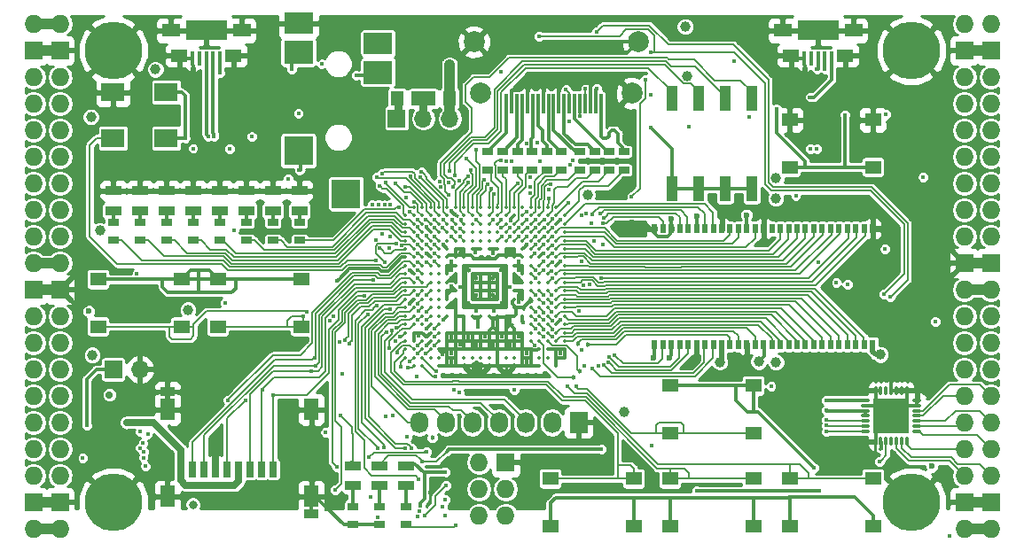
<source format=gtl>
G04 #@! TF.GenerationSoftware,KiCad,Pcbnew,5.0.0-rc2+dfsg1-2*
G04 #@! TF.CreationDate,2018-06-06T20:47:01+02:00*
G04 #@! TF.ProjectId,ulx3s,756C7833732E6B696361645F70636200,rev?*
G04 #@! TF.SameCoordinates,Original*
G04 #@! TF.FileFunction,Copper,L1,Top,Signal*
G04 #@! TF.FilePolarity,Positive*
%FSLAX46Y46*%
G04 Gerber Fmt 4.6, Leading zero omitted, Abs format (unit mm)*
G04 Created by KiCad (PCBNEW 5.0.0-rc2+dfsg1-2) date Wed Jun  6 20:47:01 2018*
%MOMM*%
%LPD*%
G01*
G04 APERTURE LIST*
G04 #@! TA.AperFunction,SMDPad,CuDef*
%ADD10R,1.700000X1.300000*%
G04 #@! TD*
G04 #@! TA.AperFunction,SMDPad,CuDef*
%ADD11R,0.400000X1.350000*%
G04 #@! TD*
G04 #@! TA.AperFunction,SMDPad,CuDef*
%ADD12R,4.000000X1.900000*%
G04 #@! TD*
G04 #@! TA.AperFunction,SMDPad,CuDef*
%ADD13R,1.600000X1.200000*%
G04 #@! TD*
G04 #@! TA.AperFunction,ComponentPad*
%ADD14O,1.727200X1.727200*%
G04 #@! TD*
G04 #@! TA.AperFunction,ComponentPad*
%ADD15R,1.727200X1.727200*%
G04 #@! TD*
G04 #@! TA.AperFunction,ComponentPad*
%ADD16C,5.500000*%
G04 #@! TD*
G04 #@! TA.AperFunction,SMDPad,CuDef*
%ADD17O,0.850000X0.300000*%
G04 #@! TD*
G04 #@! TA.AperFunction,SMDPad,CuDef*
%ADD18O,0.300000X0.850000*%
G04 #@! TD*
G04 #@! TA.AperFunction,SMDPad,CuDef*
%ADD19R,1.675000X1.675000*%
G04 #@! TD*
G04 #@! TA.AperFunction,ComponentPad*
%ADD20R,1.727200X2.032000*%
G04 #@! TD*
G04 #@! TA.AperFunction,ComponentPad*
%ADD21O,1.727200X2.032000*%
G04 #@! TD*
G04 #@! TA.AperFunction,SMDPad,CuDef*
%ADD22R,1.550000X1.300000*%
G04 #@! TD*
G04 #@! TA.AperFunction,SMDPad,CuDef*
%ADD23R,1.120000X2.440000*%
G04 #@! TD*
G04 #@! %TA.AperFunction,BGAPad,CuDef*
%ADD24C,0.350000*%
G04 #@! TD*
G04 #@! TA.AperFunction,SMDPad,CuDef*
%ADD25R,2.800000X2.000000*%
G04 #@! TD*
G04 #@! TA.AperFunction,SMDPad,CuDef*
%ADD26R,2.800000X2.200000*%
G04 #@! TD*
G04 #@! TA.AperFunction,SMDPad,CuDef*
%ADD27R,2.800000X2.800000*%
G04 #@! TD*
G04 #@! TA.AperFunction,SMDPad,CuDef*
%ADD28R,0.700000X1.500000*%
G04 #@! TD*
G04 #@! TA.AperFunction,SMDPad,CuDef*
%ADD29R,1.450000X0.900000*%
G04 #@! TD*
G04 #@! TA.AperFunction,SMDPad,CuDef*
%ADD30R,1.450000X2.000000*%
G04 #@! TD*
G04 #@! TA.AperFunction,SMDPad,CuDef*
%ADD31R,2.200000X1.800000*%
G04 #@! TD*
G04 #@! TA.AperFunction,SMDPad,CuDef*
%ADD32R,0.560000X0.900000*%
G04 #@! TD*
G04 #@! TA.AperFunction,SMDPad,CuDef*
%ADD33R,1.000000X0.670000*%
G04 #@! TD*
G04 #@! TA.AperFunction,SMDPad,CuDef*
%ADD34R,1.500000X0.970000*%
G04 #@! TD*
G04 #@! TA.AperFunction,SMDPad,CuDef*
%ADD35R,0.300000X1.900000*%
G04 #@! TD*
G04 #@! TA.AperFunction,ComponentPad*
%ADD36C,2.000000*%
G04 #@! TD*
G04 #@! TA.AperFunction,ComponentPad*
%ADD37R,1.700000X1.700000*%
G04 #@! TD*
G04 #@! TA.AperFunction,ComponentPad*
%ADD38O,1.700000X1.700000*%
G04 #@! TD*
G04 #@! TA.AperFunction,SMDPad,CuDef*
%ADD39R,1.295000X1.400000*%
G04 #@! TD*
G04 #@! TA.AperFunction,ViaPad*
%ADD40C,0.400000*%
G04 #@! TD*
G04 #@! TA.AperFunction,ViaPad*
%ADD41C,1.000000*%
G04 #@! TD*
G04 #@! TA.AperFunction,ViaPad*
%ADD42C,0.700000*%
G04 #@! TD*
G04 #@! TA.AperFunction,ViaPad*
%ADD43C,0.454000*%
G04 #@! TD*
G04 #@! TA.AperFunction,ViaPad*
%ADD44C,0.600000*%
G04 #@! TD*
G04 #@! TA.AperFunction,ViaPad*
%ADD45C,0.800000*%
G04 #@! TD*
G04 #@! TA.AperFunction,Conductor*
%ADD46C,0.700000*%
G04 #@! TD*
G04 #@! TA.AperFunction,Conductor*
%ADD47C,0.300000*%
G04 #@! TD*
G04 #@! TA.AperFunction,Conductor*
%ADD48C,0.500000*%
G04 #@! TD*
G04 #@! TA.AperFunction,Conductor*
%ADD49C,1.000000*%
G04 #@! TD*
G04 #@! TA.AperFunction,Conductor*
%ADD50C,0.190000*%
G04 #@! TD*
G04 #@! TA.AperFunction,Conductor*
%ADD51C,0.800000*%
G04 #@! TD*
G04 #@! TA.AperFunction,Conductor*
%ADD52C,0.200000*%
G04 #@! TD*
G04 #@! TA.AperFunction,Conductor*
%ADD53C,0.127000*%
G04 #@! TD*
G04 #@! TA.AperFunction,Conductor*
%ADD54C,0.180000*%
G04 #@! TD*
G04 #@! TA.AperFunction,Conductor*
%ADD55C,0.254000*%
G04 #@! TD*
G04 APERTURE END LIST*
D10*
G04 #@! TO.P,US2,6*
G04 #@! TO.N,GND*
X166900000Y-63325000D03*
X173700000Y-63325000D03*
D11*
G04 #@! TO.P,US2,5*
X169000000Y-66000000D03*
G04 #@! TO.P,US2,4*
G04 #@! TO.N,Net-(US2-Pad4)*
X169650000Y-66000000D03*
G04 #@! TO.P,US2,3*
G04 #@! TO.N,/usb/FPD+*
X170300000Y-66000000D03*
G04 #@! TO.P,US2,2*
G04 #@! TO.N,/usb/FPD-*
X170950000Y-66000000D03*
G04 #@! TO.P,US2,1*
G04 #@! TO.N,/usb/US2VBUS*
X171600000Y-66000000D03*
D12*
G04 #@! TO.P,US2,6*
G04 #@! TO.N,GND*
X170300000Y-63325000D03*
D13*
X167700000Y-65725000D03*
X172900000Y-65725000D03*
G04 #@! TD*
D10*
G04 #@! TO.P,US1,6*
G04 #@! TO.N,GND*
X108480000Y-63325000D03*
X115280000Y-63325000D03*
D11*
G04 #@! TO.P,US1,5*
X110580000Y-66000000D03*
G04 #@! TO.P,US1,4*
G04 #@! TO.N,Net-(US1-Pad4)*
X111230000Y-66000000D03*
G04 #@! TO.P,US1,3*
G04 #@! TO.N,/usb/FTD+*
X111880000Y-66000000D03*
G04 #@! TO.P,US1,2*
G04 #@! TO.N,/usb/FTD-*
X112530000Y-66000000D03*
G04 #@! TO.P,US1,1*
G04 #@! TO.N,USB5V*
X113180000Y-66000000D03*
D12*
G04 #@! TO.P,US1,6*
G04 #@! TO.N,GND*
X111880000Y-63325000D03*
D13*
X109280000Y-65725000D03*
X114480000Y-65725000D03*
G04 #@! TD*
D14*
G04 #@! TO.P,J1,1*
G04 #@! TO.N,2V5_3V3*
X97910000Y-62690000D03*
G04 #@! TO.P,J1,2*
X95370000Y-62690000D03*
D15*
G04 #@! TO.P,J1,3*
G04 #@! TO.N,GND*
X97910000Y-65230000D03*
G04 #@! TO.P,J1,4*
X95370000Y-65230000D03*
D14*
G04 #@! TO.P,J1,5*
G04 #@! TO.N,GN0*
X97910000Y-67770000D03*
G04 #@! TO.P,J1,6*
G04 #@! TO.N,GP0*
X95370000Y-67770000D03*
G04 #@! TO.P,J1,7*
G04 #@! TO.N,GN1*
X97910000Y-70310000D03*
G04 #@! TO.P,J1,8*
G04 #@! TO.N,GP1*
X95370000Y-70310000D03*
G04 #@! TO.P,J1,9*
G04 #@! TO.N,GN2*
X97910000Y-72850000D03*
G04 #@! TO.P,J1,10*
G04 #@! TO.N,GP2*
X95370000Y-72850000D03*
G04 #@! TO.P,J1,11*
G04 #@! TO.N,GN3*
X97910000Y-75390000D03*
G04 #@! TO.P,J1,12*
G04 #@! TO.N,GP3*
X95370000Y-75390000D03*
G04 #@! TO.P,J1,13*
G04 #@! TO.N,GN4*
X97910000Y-77930000D03*
G04 #@! TO.P,J1,14*
G04 #@! TO.N,GP4*
X95370000Y-77930000D03*
G04 #@! TO.P,J1,15*
G04 #@! TO.N,GN5*
X97910000Y-80470000D03*
G04 #@! TO.P,J1,16*
G04 #@! TO.N,GP5*
X95370000Y-80470000D03*
G04 #@! TO.P,J1,17*
G04 #@! TO.N,GN6*
X97910000Y-83010000D03*
G04 #@! TO.P,J1,18*
G04 #@! TO.N,GP6*
X95370000Y-83010000D03*
G04 #@! TO.P,J1,19*
G04 #@! TO.N,2V5_3V3*
X97910000Y-85550000D03*
G04 #@! TO.P,J1,20*
X95370000Y-85550000D03*
D15*
G04 #@! TO.P,J1,21*
G04 #@! TO.N,GND*
X97910000Y-88090000D03*
G04 #@! TO.P,J1,22*
X95370000Y-88090000D03*
D14*
G04 #@! TO.P,J1,23*
G04 #@! TO.N,GN7*
X97910000Y-90630000D03*
G04 #@! TO.P,J1,24*
G04 #@! TO.N,GP7*
X95370000Y-90630000D03*
G04 #@! TO.P,J1,25*
G04 #@! TO.N,GN8*
X97910000Y-93170000D03*
G04 #@! TO.P,J1,26*
G04 #@! TO.N,GP8*
X95370000Y-93170000D03*
G04 #@! TO.P,J1,27*
G04 #@! TO.N,GN9*
X97910000Y-95710000D03*
G04 #@! TO.P,J1,28*
G04 #@! TO.N,GP9*
X95370000Y-95710000D03*
G04 #@! TO.P,J1,29*
G04 #@! TO.N,GN10*
X97910000Y-98250000D03*
G04 #@! TO.P,J1,30*
G04 #@! TO.N,GP10*
X95370000Y-98250000D03*
G04 #@! TO.P,J1,31*
G04 #@! TO.N,GN11*
X97910000Y-100790000D03*
G04 #@! TO.P,J1,32*
G04 #@! TO.N,GP11*
X95370000Y-100790000D03*
G04 #@! TO.P,J1,33*
G04 #@! TO.N,GN12*
X97910000Y-103330000D03*
G04 #@! TO.P,J1,34*
G04 #@! TO.N,GP12*
X95370000Y-103330000D03*
G04 #@! TO.P,J1,35*
G04 #@! TO.N,GN13*
X97910000Y-105870000D03*
G04 #@! TO.P,J1,36*
G04 #@! TO.N,GP13*
X95370000Y-105870000D03*
D15*
G04 #@! TO.P,J1,37*
G04 #@! TO.N,GND*
X97910000Y-108410000D03*
G04 #@! TO.P,J1,38*
X95370000Y-108410000D03*
D14*
G04 #@! TO.P,J1,39*
G04 #@! TO.N,2V5_3V3*
X97910000Y-110950000D03*
G04 #@! TO.P,J1,40*
X95370000Y-110950000D03*
G04 #@! TD*
G04 #@! TO.P,J2,1*
G04 #@! TO.N,+3V3*
X184270000Y-110950000D03*
G04 #@! TO.P,J2,2*
X186810000Y-110950000D03*
D15*
G04 #@! TO.P,J2,3*
G04 #@! TO.N,GND*
X184270000Y-108410000D03*
G04 #@! TO.P,J2,4*
X186810000Y-108410000D03*
D14*
G04 #@! TO.P,J2,5*
G04 #@! TO.N,GN14*
X184270000Y-105870000D03*
G04 #@! TO.P,J2,6*
G04 #@! TO.N,GP14*
X186810000Y-105870000D03*
G04 #@! TO.P,J2,7*
G04 #@! TO.N,GN15*
X184270000Y-103330000D03*
G04 #@! TO.P,J2,8*
G04 #@! TO.N,GP15*
X186810000Y-103330000D03*
G04 #@! TO.P,J2,9*
G04 #@! TO.N,GN16*
X184270000Y-100790000D03*
G04 #@! TO.P,J2,10*
G04 #@! TO.N,GP16*
X186810000Y-100790000D03*
G04 #@! TO.P,J2,11*
G04 #@! TO.N,GN17*
X184270000Y-98250000D03*
G04 #@! TO.P,J2,12*
G04 #@! TO.N,GP17*
X186810000Y-98250000D03*
G04 #@! TO.P,J2,13*
G04 #@! TO.N,GN18*
X184270000Y-95710000D03*
G04 #@! TO.P,J2,14*
G04 #@! TO.N,GP18*
X186810000Y-95710000D03*
G04 #@! TO.P,J2,15*
G04 #@! TO.N,GN19*
X184270000Y-93170000D03*
G04 #@! TO.P,J2,16*
G04 #@! TO.N,GP19*
X186810000Y-93170000D03*
G04 #@! TO.P,J2,17*
G04 #@! TO.N,GN20*
X184270000Y-90630000D03*
G04 #@! TO.P,J2,18*
G04 #@! TO.N,GP20*
X186810000Y-90630000D03*
G04 #@! TO.P,J2,19*
G04 #@! TO.N,+3V3*
X184270000Y-88090000D03*
G04 #@! TO.P,J2,20*
X186810000Y-88090000D03*
D15*
G04 #@! TO.P,J2,21*
G04 #@! TO.N,GND*
X184270000Y-85550000D03*
G04 #@! TO.P,J2,22*
X186810000Y-85550000D03*
D14*
G04 #@! TO.P,J2,23*
G04 #@! TO.N,GN21*
X184270000Y-83010000D03*
G04 #@! TO.P,J2,24*
G04 #@! TO.N,GP21*
X186810000Y-83010000D03*
G04 #@! TO.P,J2,25*
G04 #@! TO.N,GN22*
X184270000Y-80470000D03*
G04 #@! TO.P,J2,26*
G04 #@! TO.N,GP22*
X186810000Y-80470000D03*
G04 #@! TO.P,J2,27*
G04 #@! TO.N,GN23*
X184270000Y-77930000D03*
G04 #@! TO.P,J2,28*
G04 #@! TO.N,GP23*
X186810000Y-77930000D03*
G04 #@! TO.P,J2,29*
G04 #@! TO.N,GN24*
X184270000Y-75390000D03*
G04 #@! TO.P,J2,30*
G04 #@! TO.N,GP24*
X186810000Y-75390000D03*
G04 #@! TO.P,J2,31*
G04 #@! TO.N,GN25*
X184270000Y-72850000D03*
G04 #@! TO.P,J2,32*
G04 #@! TO.N,GP25*
X186810000Y-72850000D03*
G04 #@! TO.P,J2,33*
G04 #@! TO.N,GN26*
X184270000Y-70310000D03*
G04 #@! TO.P,J2,34*
G04 #@! TO.N,GP26*
X186810000Y-70310000D03*
G04 #@! TO.P,J2,35*
G04 #@! TO.N,GN27*
X184270000Y-67770000D03*
G04 #@! TO.P,J2,36*
G04 #@! TO.N,GP27*
X186810000Y-67770000D03*
D15*
G04 #@! TO.P,J2,37*
G04 #@! TO.N,GND*
X184270000Y-65230000D03*
G04 #@! TO.P,J2,38*
X186810000Y-65230000D03*
D14*
G04 #@! TO.P,J2,39*
G04 #@! TO.N,/gpio/IN5V*
X184270000Y-62690000D03*
G04 #@! TO.P,J2,40*
G04 #@! TO.N,/gpio/OUT5V*
X186810000Y-62690000D03*
G04 #@! TD*
D16*
G04 #@! TO.P,H1,1*
G04 #@! TO.N,GND*
X102990000Y-108410000D03*
G04 #@! TD*
G04 #@! TO.P,H2,1*
G04 #@! TO.N,GND*
X179190000Y-108410000D03*
G04 #@! TD*
G04 #@! TO.P,H3,1*
G04 #@! TO.N,GND*
X179190000Y-65230000D03*
G04 #@! TD*
G04 #@! TO.P,H4,1*
G04 #@! TO.N,GND*
X102990000Y-65230000D03*
G04 #@! TD*
D15*
G04 #@! TO.P,J4,1*
G04 #@! TO.N,GND*
X140455000Y-104600000D03*
D14*
G04 #@! TO.P,J4,2*
G04 #@! TO.N,+3V3*
X137915000Y-104600000D03*
G04 #@! TO.P,J4,3*
G04 #@! TO.N,JTAG_TDI*
X140455000Y-107140000D03*
G04 #@! TO.P,J4,4*
G04 #@! TO.N,JTAG_TCK*
X137915000Y-107140000D03*
G04 #@! TO.P,J4,5*
G04 #@! TO.N,JTAG_TMS*
X140455000Y-109680000D03*
G04 #@! TO.P,J4,6*
G04 #@! TO.N,JTAG_TDO*
X137915000Y-109680000D03*
G04 #@! TD*
D17*
G04 #@! TO.P,U8,1*
G04 #@! TO.N,GP15*
X179735000Y-101655000D03*
G04 #@! TO.P,U8,2*
G04 #@! TO.N,GN16*
X179735000Y-101155000D03*
G04 #@! TO.P,U8,3*
G04 #@! TO.N,GP16*
X179735000Y-100655000D03*
G04 #@! TO.P,U8,4*
G04 #@! TO.N,GN17*
X179735000Y-100155000D03*
G04 #@! TO.P,U8,5*
G04 #@! TO.N,GP17*
X179735000Y-99655000D03*
G04 #@! TO.P,U8,6*
G04 #@! TO.N,GND*
X179735000Y-99155000D03*
G04 #@! TO.P,U8,7*
X179735000Y-98655000D03*
D18*
G04 #@! TO.P,U8,8*
X178785000Y-97705000D03*
G04 #@! TO.P,U8,9*
X178285000Y-97705000D03*
G04 #@! TO.P,U8,10*
X177785000Y-97705000D03*
G04 #@! TO.P,U8,11*
X177285000Y-97705000D03*
G04 #@! TO.P,U8,12*
G04 #@! TO.N,Net-(U8-Pad12)*
X176785000Y-97705000D03*
G04 #@! TO.P,U8,13*
G04 #@! TO.N,GND*
X176285000Y-97705000D03*
G04 #@! TO.P,U8,14*
X175785000Y-97705000D03*
D17*
G04 #@! TO.P,U8,15*
G04 #@! TO.N,+3V3*
X174835000Y-98655000D03*
G04 #@! TO.P,U8,16*
G04 #@! TO.N,GND*
X174835000Y-99155000D03*
G04 #@! TO.P,U8,17*
G04 #@! TO.N,+3V3*
X174835000Y-99655000D03*
G04 #@! TO.P,U8,18*
X174835000Y-100155000D03*
G04 #@! TO.P,U8,19*
G04 #@! TO.N,ADC_SCLK*
X174835000Y-100655000D03*
G04 #@! TO.P,U8,20*
G04 #@! TO.N,ADC_CSn*
X174835000Y-101155000D03*
G04 #@! TO.P,U8,21*
G04 #@! TO.N,ADC_MOSI*
X174835000Y-101655000D03*
D18*
G04 #@! TO.P,U8,22*
G04 #@! TO.N,GND*
X175785000Y-102605000D03*
G04 #@! TO.P,U8,23*
G04 #@! TO.N,+3V3*
X176285000Y-102605000D03*
G04 #@! TO.P,U8,24*
G04 #@! TO.N,ADC_MISO*
X176785000Y-102605000D03*
G04 #@! TO.P,U8,25*
G04 #@! TO.N,Net-(U8-Pad25)*
X177285000Y-102605000D03*
G04 #@! TO.P,U8,26*
G04 #@! TO.N,GN14*
X177785000Y-102605000D03*
G04 #@! TO.P,U8,27*
G04 #@! TO.N,GP14*
X178285000Y-102605000D03*
G04 #@! TO.P,U8,28*
G04 #@! TO.N,GN15*
X178785000Y-102605000D03*
D19*
G04 #@! TO.P,U8,29*
G04 #@! TO.N,GND*
X176447500Y-99317500D03*
X176447500Y-100992500D03*
X178122500Y-99317500D03*
X178122500Y-100992500D03*
G04 #@! TD*
D20*
G04 #@! TO.P,OLED1,1*
G04 #@! TO.N,GND*
X147440000Y-100790000D03*
D21*
G04 #@! TO.P,OLED1,2*
G04 #@! TO.N,+3V3*
X144900000Y-100790000D03*
G04 #@! TO.P,OLED1,3*
G04 #@! TO.N,OLED_CLK*
X142360000Y-100790000D03*
G04 #@! TO.P,OLED1,4*
G04 #@! TO.N,OLED_MOSI*
X139820000Y-100790000D03*
G04 #@! TO.P,OLED1,5*
G04 #@! TO.N,OLED_RES*
X137280000Y-100790000D03*
G04 #@! TO.P,OLED1,6*
G04 #@! TO.N,OLED_DC*
X134740000Y-100790000D03*
G04 #@! TO.P,OLED1,7*
G04 #@! TO.N,OLED_CS*
X132200000Y-100790000D03*
G04 #@! TD*
D22*
G04 #@! TO.P,BTN0,2*
G04 #@! TO.N,GND*
X175550000Y-71870000D03*
G04 #@! TO.P,BTN0,1*
G04 #@! TO.N,/power/PWRBTn*
X175550000Y-76370000D03*
X167590000Y-76370000D03*
G04 #@! TO.P,BTN0,2*
G04 #@! TO.N,GND*
X167590000Y-71870000D03*
G04 #@! TD*
G04 #@! TO.P,BTN1,2*
G04 #@! TO.N,BTN_F1*
X101550000Y-91610000D03*
G04 #@! TO.P,BTN1,1*
G04 #@! TO.N,/blinkey/BTNPUL*
X101550000Y-87110000D03*
X109510000Y-87110000D03*
G04 #@! TO.P,BTN1,2*
G04 #@! TO.N,BTN_F1*
X109510000Y-91610000D03*
G04 #@! TD*
G04 #@! TO.P,BTN2,2*
G04 #@! TO.N,BTN_F2*
X112980000Y-91610000D03*
G04 #@! TO.P,BTN2,1*
G04 #@! TO.N,/blinkey/BTNPUL*
X112980000Y-87110000D03*
X120940000Y-87110000D03*
G04 #@! TO.P,BTN2,2*
G04 #@! TO.N,BTN_F2*
X120940000Y-91610000D03*
G04 #@! TD*
G04 #@! TO.P,BTN3,2*
G04 #@! TO.N,BTN_U*
X156160000Y-101770000D03*
G04 #@! TO.P,BTN3,1*
G04 #@! TO.N,/blinkey/BTNPUR*
X156160000Y-97270000D03*
X164120000Y-97270000D03*
G04 #@! TO.P,BTN3,2*
G04 #@! TO.N,BTN_U*
X164120000Y-101770000D03*
G04 #@! TD*
G04 #@! TO.P,BTN4,2*
G04 #@! TO.N,BTN_D*
X164120000Y-106160000D03*
G04 #@! TO.P,BTN4,1*
G04 #@! TO.N,/blinkey/BTNPUR*
X164120000Y-110660000D03*
X156160000Y-110660000D03*
G04 #@! TO.P,BTN4,2*
G04 #@! TO.N,BTN_D*
X156160000Y-106160000D03*
G04 #@! TD*
G04 #@! TO.P,BTN5,2*
G04 #@! TO.N,BTN_L*
X152690000Y-106160000D03*
G04 #@! TO.P,BTN5,1*
G04 #@! TO.N,/blinkey/BTNPUR*
X152690000Y-110660000D03*
X144730000Y-110660000D03*
G04 #@! TO.P,BTN5,2*
G04 #@! TO.N,BTN_L*
X144730000Y-106160000D03*
G04 #@! TD*
G04 #@! TO.P,BTN6,2*
G04 #@! TO.N,BTN_R*
X175550000Y-106160000D03*
G04 #@! TO.P,BTN6,1*
G04 #@! TO.N,/blinkey/BTNPUR*
X175550000Y-110660000D03*
X167590000Y-110660000D03*
G04 #@! TO.P,BTN6,2*
G04 #@! TO.N,BTN_R*
X167590000Y-106160000D03*
G04 #@! TD*
D23*
G04 #@! TO.P,SW1,1*
G04 #@! TO.N,/blinkey/SWPU*
X156330000Y-78425000D03*
G04 #@! TO.P,SW1,5*
G04 #@! TO.N,SW4*
X163950000Y-69815000D03*
G04 #@! TO.P,SW1,2*
G04 #@! TO.N,/blinkey/SWPU*
X158870000Y-78425000D03*
G04 #@! TO.P,SW1,6*
G04 #@! TO.N,SW3*
X161410000Y-69815000D03*
G04 #@! TO.P,SW1,3*
G04 #@! TO.N,/blinkey/SWPU*
X161410000Y-78425000D03*
G04 #@! TO.P,SW1,7*
G04 #@! TO.N,SW2*
X158870000Y-69815000D03*
G04 #@! TO.P,SW1,4*
G04 #@! TO.N,/blinkey/SWPU*
X163950000Y-78425000D03*
G04 #@! TO.P,SW1,8*
G04 #@! TO.N,SW1*
X156330000Y-69815000D03*
G04 #@! TD*
D24*
G04 #@! TO.P,U1,A2*
G04 #@! TO.N,GP9*
X131680000Y-80200000D03*
G04 #@! TO.P,U1,A3*
G04 #@! TO.N,AUDIO_R0*
X132480000Y-80200000D03*
G04 #@! TO.P,U1,A4*
G04 #@! TO.N,GP8*
X133280000Y-80200000D03*
G04 #@! TO.P,U1,A5*
G04 #@! TO.N,GN8*
X134080000Y-80200000D03*
G04 #@! TO.P,U1,A6*
G04 #@! TO.N,GP7*
X134880000Y-80200000D03*
G04 #@! TO.P,U1,A7*
G04 #@! TO.N,GP4*
X135680000Y-80200000D03*
G04 #@! TO.P,U1,A8*
G04 #@! TO.N,GN4*
X136480000Y-80200000D03*
G04 #@! TO.P,U1,A9*
G04 #@! TO.N,GP2*
X137280000Y-80200000D03*
G04 #@! TO.P,U1,A10*
G04 #@! TO.N,GP1*
X138080000Y-80200000D03*
G04 #@! TO.P,U1,A11*
G04 #@! TO.N,GN1*
X138880000Y-80200000D03*
G04 #@! TO.P,U1,A12*
G04 #@! TO.N,FPDI_D2+*
X139680000Y-80200000D03*
G04 #@! TO.P,U1,A13*
G04 #@! TO.N,FPDI_D2-*
X140480000Y-80200000D03*
G04 #@! TO.P,U1,A14*
G04 #@! TO.N,FPDI_D1+*
X141280000Y-80200000D03*
G04 #@! TO.P,U1,A15*
G04 #@! TO.N,Net-(U1-PadA15)*
X142080000Y-80200000D03*
G04 #@! TO.P,U1,A16*
G04 #@! TO.N,FPDI_D0+*
X142880000Y-80200000D03*
G04 #@! TO.P,U1,A17*
G04 #@! TO.N,FPDI_CLK+*
X143680000Y-80200000D03*
G04 #@! TO.P,U1,A18*
G04 #@! TO.N,/gpdi/FPDI_CEC*
X144480000Y-80200000D03*
G04 #@! TO.P,U1,A19*
G04 #@! TO.N,FPDI_ETH+*
X145280000Y-80200000D03*
G04 #@! TO.P,U1,B1*
G04 #@! TO.N,GN9*
X130880000Y-81000000D03*
G04 #@! TO.P,U1,B2*
G04 #@! TO.N,LED0*
X131680000Y-81000000D03*
G04 #@! TO.P,U1,B3*
G04 #@! TO.N,AUDIO_L3*
X132480000Y-81000000D03*
G04 #@! TO.P,U1,B4*
G04 #@! TO.N,GN10*
X133280000Y-81000000D03*
G04 #@! TO.P,U1,B5*
G04 #@! TO.N,AUDIO_R1*
X134080000Y-81000000D03*
G04 #@! TO.P,U1,B6*
G04 #@! TO.N,GN7*
X134880000Y-81000000D03*
G04 #@! TO.P,U1,B7*
G04 #@! TO.N,GND*
X135680000Y-81000000D03*
G04 #@! TO.P,U1,B8*
G04 #@! TO.N,GN5*
X136480000Y-81000000D03*
G04 #@! TO.P,U1,B9*
G04 #@! TO.N,GP3*
X137280000Y-81000000D03*
G04 #@! TO.P,U1,B10*
G04 #@! TO.N,GN2*
X138080000Y-81000000D03*
G04 #@! TO.P,U1,B11*
G04 #@! TO.N,GP0*
X138880000Y-81000000D03*
G04 #@! TO.P,U1,B12*
G04 #@! TO.N,USB_FPGA_PULL_D+*
X139680000Y-81000000D03*
G04 #@! TO.P,U1,B13*
G04 #@! TO.N,GP26*
X140480000Y-81000000D03*
G04 #@! TO.P,U1,B14*
G04 #@! TO.N,GND*
X141280000Y-81000000D03*
G04 #@! TO.P,U1,B15*
G04 #@! TO.N,GP22*
X142080000Y-81000000D03*
G04 #@! TO.P,U1,B16*
G04 #@! TO.N,FPDI_D0-*
X142880000Y-81000000D03*
G04 #@! TO.P,U1,B17*
G04 #@! TO.N,GP23*
X143680000Y-81000000D03*
G04 #@! TO.P,U1,B18*
G04 #@! TO.N,FPDI_CLK-*
X144480000Y-81000000D03*
G04 #@! TO.P,U1,B19*
G04 #@! TO.N,FPDI_SDA*
X145280000Y-81000000D03*
G04 #@! TO.P,U1,B20*
G04 #@! TO.N,FPDI_ETH-*
X146080000Y-81000000D03*
G04 #@! TO.P,U1,C1*
G04 #@! TO.N,LED2*
X130880000Y-81800000D03*
G04 #@! TO.P,U1,C2*
G04 #@! TO.N,LED1*
X131680000Y-81800000D03*
G04 #@! TO.P,U1,C3*
G04 #@! TO.N,AUDIO_L2*
X132480000Y-81800000D03*
G04 #@! TO.P,U1,C4*
G04 #@! TO.N,GP10*
X133280000Y-81800000D03*
G04 #@! TO.P,U1,C5*
G04 #@! TO.N,AUDIO_R3*
X134080000Y-81800000D03*
G04 #@! TO.P,U1,C6*
G04 #@! TO.N,GP6*
X134880000Y-81800000D03*
G04 #@! TO.P,U1,C7*
G04 #@! TO.N,GN6*
X135680000Y-81800000D03*
G04 #@! TO.P,U1,C8*
G04 #@! TO.N,GP5*
X136480000Y-81800000D03*
G04 #@! TO.P,U1,C9*
G04 #@! TO.N,Net-(U1-PadC9)*
X137280000Y-81800000D03*
G04 #@! TO.P,U1,C10*
G04 #@! TO.N,GN3*
X138080000Y-81800000D03*
G04 #@! TO.P,U1,C11*
G04 #@! TO.N,GN0*
X138880000Y-81800000D03*
G04 #@! TO.P,U1,C12*
G04 #@! TO.N,USB_FPGA_PULL_D-*
X139680000Y-81800000D03*
G04 #@! TO.P,U1,C13*
G04 #@! TO.N,GN26*
X140480000Y-81800000D03*
G04 #@! TO.P,U1,C14*
G04 #@! TO.N,FPDI_D1-*
X141280000Y-81800000D03*
G04 #@! TO.P,U1,C15*
G04 #@! TO.N,GN22*
X142080000Y-81800000D03*
G04 #@! TO.P,U1,C16*
G04 #@! TO.N,GP24*
X142880000Y-81800000D03*
G04 #@! TO.P,U1,C17*
G04 #@! TO.N,GN23*
X143680000Y-81800000D03*
G04 #@! TO.P,U1,C18*
G04 #@! TO.N,GP21*
X144480000Y-81800000D03*
G04 #@! TO.P,U1,C19*
G04 #@! TO.N,GND*
X145280000Y-81800000D03*
G04 #@! TO.P,U1,C20*
G04 #@! TO.N,SDRAM_D11*
X146080000Y-81800000D03*
G04 #@! TO.P,U1,D1*
G04 #@! TO.N,LED4*
X130880000Y-82600000D03*
G04 #@! TO.P,U1,D2*
G04 #@! TO.N,LED3*
X131680000Y-82600000D03*
G04 #@! TO.P,U1,D3*
G04 #@! TO.N,AUDIO_L1*
X132480000Y-82600000D03*
G04 #@! TO.P,U1,D4*
G04 #@! TO.N,GND*
X133280000Y-82600000D03*
G04 #@! TO.P,U1,D5*
G04 #@! TO.N,AUDIO_R2*
X134080000Y-82600000D03*
G04 #@! TO.P,U1,D6*
G04 #@! TO.N,BTN_PWRn*
X134880000Y-82600000D03*
G04 #@! TO.P,U1,D7*
G04 #@! TO.N,SW3*
X135680000Y-82600000D03*
G04 #@! TO.P,U1,D8*
G04 #@! TO.N,SW2*
X136480000Y-82600000D03*
G04 #@! TO.P,U1,D9*
G04 #@! TO.N,Net-(U1-PadD9)*
X137280000Y-82600000D03*
G04 #@! TO.P,U1,D10*
G04 #@! TO.N,Net-(U1-PadD10)*
X138080000Y-82600000D03*
G04 #@! TO.P,U1,D11*
G04 #@! TO.N,Net-(U1-PadD11)*
X138880000Y-82600000D03*
G04 #@! TO.P,U1,D12*
G04 #@! TO.N,Net-(U1-PadD12)*
X139680000Y-82600000D03*
G04 #@! TO.P,U1,D13*
G04 #@! TO.N,GP27*
X140480000Y-82600000D03*
G04 #@! TO.P,U1,D14*
G04 #@! TO.N,GP25*
X141280000Y-82600000D03*
G04 #@! TO.P,U1,D15*
G04 #@! TO.N,USB_FPGA_D+*
X142080000Y-82600000D03*
G04 #@! TO.P,U1,D16*
G04 #@! TO.N,GN24*
X142880000Y-82600000D03*
G04 #@! TO.P,U1,D17*
G04 #@! TO.N,GN21*
X143680000Y-82600000D03*
G04 #@! TO.P,U1,D18*
G04 #@! TO.N,GP20*
X144480000Y-82600000D03*
G04 #@! TO.P,U1,D19*
G04 #@! TO.N,SDRAM_D10*
X145280000Y-82600000D03*
G04 #@! TO.P,U1,D20*
G04 #@! TO.N,SDRAM_D9*
X146080000Y-82600000D03*
G04 #@! TO.P,U1,E1*
G04 #@! TO.N,LED6*
X130880000Y-83400000D03*
G04 #@! TO.P,U1,E2*
G04 #@! TO.N,LED5*
X131680000Y-83400000D03*
G04 #@! TO.P,U1,E3*
G04 #@! TO.N,GN11*
X132480000Y-83400000D03*
G04 #@! TO.P,U1,E4*
G04 #@! TO.N,AUDIO_L0*
X133280000Y-83400000D03*
G04 #@! TO.P,U1,E5*
G04 #@! TO.N,AUDIO_V3*
X134080000Y-83400000D03*
G04 #@! TO.P,U1,E6*
G04 #@! TO.N,Net-(U1-PadE6)*
X134880000Y-83400000D03*
G04 #@! TO.P,U1,E7*
G04 #@! TO.N,SW4*
X135680000Y-83400000D03*
G04 #@! TO.P,U1,E8*
G04 #@! TO.N,SW1*
X136480000Y-83400000D03*
G04 #@! TO.P,U1,E9*
G04 #@! TO.N,Net-(U1-PadE9)*
X137280000Y-83400000D03*
G04 #@! TO.P,U1,E10*
G04 #@! TO.N,Net-(U1-PadE10)*
X138080000Y-83400000D03*
G04 #@! TO.P,U1,E11*
G04 #@! TO.N,Net-(U1-PadE11)*
X138880000Y-83400000D03*
G04 #@! TO.P,U1,E12*
G04 #@! TO.N,FPDI_SCL*
X139680000Y-83400000D03*
G04 #@! TO.P,U1,E13*
G04 #@! TO.N,GN27*
X140480000Y-83400000D03*
G04 #@! TO.P,U1,E14*
G04 #@! TO.N,GN25*
X141280000Y-83400000D03*
G04 #@! TO.P,U1,E15*
G04 #@! TO.N,USB_FPGA_D-*
X142080000Y-83400000D03*
G04 #@! TO.P,U1,E16*
G04 #@! TO.N,USB_FPGA_D+*
X142880000Y-83400000D03*
G04 #@! TO.P,U1,E17*
G04 #@! TO.N,GN20*
X143680000Y-83400000D03*
G04 #@! TO.P,U1,E18*
G04 #@! TO.N,SDRAM_D12*
X144480000Y-83400000D03*
G04 #@! TO.P,U1,E19*
G04 #@! TO.N,SDRAM_D8*
X145280000Y-83400000D03*
G04 #@! TO.P,U1,E20*
G04 #@! TO.N,SDRAM_DQM1*
X146080000Y-83400000D03*
G04 #@! TO.P,U1,F1*
G04 #@! TO.N,WIFI_EN*
X130880000Y-84200000D03*
G04 #@! TO.P,U1,F2*
G04 #@! TO.N,AUDIO_V1*
X131680000Y-84200000D03*
G04 #@! TO.P,U1,F3*
G04 #@! TO.N,GN12*
X132480000Y-84200000D03*
G04 #@! TO.P,U1,F4*
G04 #@! TO.N,GP11*
X133280000Y-84200000D03*
G04 #@! TO.P,U1,F5*
G04 #@! TO.N,AUDIO_V2*
X134080000Y-84200000D03*
G04 #@! TO.P,U1,F6*
G04 #@! TO.N,+2V5*
X134880000Y-84200000D03*
G04 #@! TO.P,U1,F7*
G04 #@! TO.N,GND*
X135680000Y-84200000D03*
G04 #@! TO.P,U1,F8*
X136480000Y-84200000D03*
G04 #@! TO.P,U1,F9*
G04 #@! TO.N,2V5_3V3*
X137280000Y-84200000D03*
G04 #@! TO.P,U1,F10*
X138080000Y-84200000D03*
G04 #@! TO.P,U1,F11*
G04 #@! TO.N,+3V3*
X138880000Y-84200000D03*
G04 #@! TO.P,U1,F12*
X139680000Y-84200000D03*
G04 #@! TO.P,U1,F13*
G04 #@! TO.N,GND*
X140480000Y-84200000D03*
G04 #@! TO.P,U1,F14*
X141280000Y-84200000D03*
G04 #@! TO.P,U1,F15*
G04 #@! TO.N,+2V5*
X142080000Y-84200000D03*
G04 #@! TO.P,U1,F16*
G04 #@! TO.N,USB_FPGA_D-*
X142880000Y-84200000D03*
G04 #@! TO.P,U1,F17*
G04 #@! TO.N,GP19*
X143680000Y-84200000D03*
G04 #@! TO.P,U1,F18*
G04 #@! TO.N,SDRAM_D13*
X144480000Y-84200000D03*
G04 #@! TO.P,U1,F19*
G04 #@! TO.N,SDRAM_CLK*
X145280000Y-84200000D03*
G04 #@! TO.P,U1,F20*
G04 #@! TO.N,SDRAM_CKE*
X146080000Y-84200000D03*
G04 #@! TO.P,U1,G1*
G04 #@! TO.N,/usb/ANT_433MHz*
X130880000Y-85000000D03*
G04 #@! TO.P,U1,G2*
G04 #@! TO.N,CLK_25MHz*
X131680000Y-85000000D03*
G04 #@! TO.P,U1,G3*
G04 #@! TO.N,GP12*
X132480000Y-85000000D03*
G04 #@! TO.P,U1,G4*
G04 #@! TO.N,GND*
X133280000Y-85000000D03*
G04 #@! TO.P,U1,G5*
G04 #@! TO.N,GN13*
X134080000Y-85000000D03*
G04 #@! TO.P,U1,G6*
G04 #@! TO.N,GND*
X134880000Y-85000000D03*
G04 #@! TO.P,U1,G7*
X135680000Y-85000000D03*
G04 #@! TO.P,U1,G8*
X136480000Y-85000000D03*
G04 #@! TO.P,U1,G9*
X137280000Y-85000000D03*
G04 #@! TO.P,U1,G10*
X138080000Y-85000000D03*
G04 #@! TO.P,U1,G11*
X138880000Y-85000000D03*
G04 #@! TO.P,U1,G12*
X139680000Y-85000000D03*
G04 #@! TO.P,U1,G13*
X140480000Y-85000000D03*
G04 #@! TO.P,U1,G14*
X141280000Y-85000000D03*
G04 #@! TO.P,U1,G15*
X142080000Y-85000000D03*
G04 #@! TO.P,U1,G16*
G04 #@! TO.N,SHUTDOWN*
X142880000Y-85000000D03*
G04 #@! TO.P,U1,G17*
G04 #@! TO.N,GND*
X143680000Y-85000000D03*
G04 #@! TO.P,U1,G18*
G04 #@! TO.N,GN19*
X144480000Y-85000000D03*
G04 #@! TO.P,U1,G19*
G04 #@! TO.N,SDRAM_A12*
X145280000Y-85000000D03*
G04 #@! TO.P,U1,G20*
G04 #@! TO.N,SDRAM_A11*
X146080000Y-85000000D03*
G04 #@! TO.P,U1,H1*
G04 #@! TO.N,SD_D1*
X130880000Y-85800000D03*
G04 #@! TO.P,U1,H2*
G04 #@! TO.N,SD_CLK*
X131680000Y-85800000D03*
G04 #@! TO.P,U1,H3*
G04 #@! TO.N,LED7*
X132480000Y-85800000D03*
G04 #@! TO.P,U1,H4*
G04 #@! TO.N,GP13*
X133280000Y-85800000D03*
G04 #@! TO.P,U1,H5*
G04 #@! TO.N,AUDIO_V0*
X134080000Y-85800000D03*
G04 #@! TO.P,U1,H6*
G04 #@! TO.N,2V5_3V3*
X134880000Y-85800000D03*
G04 #@! TO.P,U1,H7*
X135680000Y-85800000D03*
G04 #@! TO.P,U1,H8*
G04 #@! TO.N,+1V1*
X136480000Y-85800000D03*
G04 #@! TO.P,U1,H9*
X137280000Y-85800000D03*
G04 #@! TO.P,U1,H10*
X138080000Y-85800000D03*
G04 #@! TO.P,U1,H11*
X138880000Y-85800000D03*
G04 #@! TO.P,U1,H12*
X139680000Y-85800000D03*
G04 #@! TO.P,U1,H13*
X140480000Y-85800000D03*
G04 #@! TO.P,U1,H14*
G04 #@! TO.N,+3V3*
X141280000Y-85800000D03*
G04 #@! TO.P,U1,H15*
X142080000Y-85800000D03*
G04 #@! TO.P,U1,H16*
G04 #@! TO.N,BTN_R*
X142880000Y-85800000D03*
G04 #@! TO.P,U1,H17*
G04 #@! TO.N,GN18*
X143680000Y-85800000D03*
G04 #@! TO.P,U1,H18*
G04 #@! TO.N,GP18*
X144480000Y-85800000D03*
G04 #@! TO.P,U1,H19*
G04 #@! TO.N,GND*
X145280000Y-85800000D03*
G04 #@! TO.P,U1,H20*
G04 #@! TO.N,SDRAM_A9*
X146080000Y-85800000D03*
G04 #@! TO.P,U1,J1*
G04 #@! TO.N,SD_CMD*
X130880000Y-86600000D03*
G04 #@! TO.P,U1,J2*
G04 #@! TO.N,GND*
X131680000Y-86600000D03*
G04 #@! TO.P,U1,J3*
G04 #@! TO.N,SD_D0*
X132480000Y-86600000D03*
G04 #@! TO.P,U1,J4*
G04 #@! TO.N,Net-(U1-PadJ4)*
X133280000Y-86600000D03*
G04 #@! TO.P,U1,J5*
G04 #@! TO.N,Net-(U1-PadJ5)*
X134080000Y-86600000D03*
G04 #@! TO.P,U1,J6*
G04 #@! TO.N,2V5_3V3*
X134880000Y-86600000D03*
G04 #@! TO.P,U1,J7*
G04 #@! TO.N,GND*
X135680000Y-86600000D03*
G04 #@! TO.P,U1,J8*
G04 #@! TO.N,+1V1*
X136480000Y-86600000D03*
G04 #@! TO.P,U1,J9*
G04 #@! TO.N,GND*
X137280000Y-86600000D03*
G04 #@! TO.P,U1,J10*
X138080000Y-86600000D03*
G04 #@! TO.P,U1,J11*
X138880000Y-86600000D03*
G04 #@! TO.P,U1,J12*
X139680000Y-86600000D03*
G04 #@! TO.P,U1,J13*
G04 #@! TO.N,+1V1*
X140480000Y-86600000D03*
G04 #@! TO.P,U1,J14*
G04 #@! TO.N,GND*
X141280000Y-86600000D03*
G04 #@! TO.P,U1,J15*
G04 #@! TO.N,+3V3*
X142080000Y-86600000D03*
G04 #@! TO.P,U1,J16*
G04 #@! TO.N,SDRAM_D0*
X142880000Y-86600000D03*
G04 #@! TO.P,U1,J17*
G04 #@! TO.N,SDRAM_D15*
X143680000Y-86600000D03*
G04 #@! TO.P,U1,J18*
G04 #@! TO.N,SDRAM_D14*
X144480000Y-86600000D03*
G04 #@! TO.P,U1,J19*
G04 #@! TO.N,SDRAM_A8*
X145280000Y-86600000D03*
G04 #@! TO.P,U1,J20*
G04 #@! TO.N,SDRAM_A7*
X146080000Y-86600000D03*
G04 #@! TO.P,U1,K1*
G04 #@! TO.N,SD_D2*
X130880000Y-87400000D03*
G04 #@! TO.P,U1,K2*
G04 #@! TO.N,SD_D3*
X131680000Y-87400000D03*
G04 #@! TO.P,U1,K3*
G04 #@! TO.N,WIFI_RXD*
X132480000Y-87400000D03*
G04 #@! TO.P,U1,K4*
G04 #@! TO.N,WIFI_TXD*
X133280000Y-87400000D03*
G04 #@! TO.P,U1,K5*
G04 #@! TO.N,Net-(U1-PadK5)*
X134080000Y-87400000D03*
G04 #@! TO.P,U1,K6*
G04 #@! TO.N,GND*
X134880000Y-87400000D03*
G04 #@! TO.P,U1,K7*
X135680000Y-87400000D03*
G04 #@! TO.P,U1,K8*
G04 #@! TO.N,+1V1*
X136480000Y-87400000D03*
G04 #@! TO.P,U1,K9*
G04 #@! TO.N,GND*
X137280000Y-87400000D03*
G04 #@! TO.P,U1,K10*
X138080000Y-87400000D03*
G04 #@! TO.P,U1,K11*
X138880000Y-87400000D03*
G04 #@! TO.P,U1,K12*
X139680000Y-87400000D03*
G04 #@! TO.P,U1,K13*
G04 #@! TO.N,+1V1*
X140480000Y-87400000D03*
G04 #@! TO.P,U1,K14*
G04 #@! TO.N,GND*
X141280000Y-87400000D03*
G04 #@! TO.P,U1,K15*
X142080000Y-87400000D03*
G04 #@! TO.P,U1,K16*
G04 #@! TO.N,Net-(U1-PadK16)*
X142880000Y-87400000D03*
G04 #@! TO.P,U1,K17*
G04 #@! TO.N,Net-(U1-PadK17)*
X143680000Y-87400000D03*
G04 #@! TO.P,U1,K18*
G04 #@! TO.N,SDRAM_A6*
X144480000Y-87400000D03*
G04 #@! TO.P,U1,K19*
G04 #@! TO.N,SDRAM_A5*
X145280000Y-87400000D03*
G04 #@! TO.P,U1,K20*
G04 #@! TO.N,SDRAM_A4*
X146080000Y-87400000D03*
G04 #@! TO.P,U1,L1*
G04 #@! TO.N,WIFI_GPIO16*
X130880000Y-88200000D03*
G04 #@! TO.P,U1,L2*
G04 #@! TO.N,WIFI_GPIO0*
X131680000Y-88200000D03*
G04 #@! TO.P,U1,L3*
G04 #@! TO.N,FTDI_TXDEN*
X132480000Y-88200000D03*
G04 #@! TO.P,U1,L4*
G04 #@! TO.N,FTDI_RXD*
X133280000Y-88200000D03*
G04 #@! TO.P,U1,L5*
G04 #@! TO.N,Net-(U1-PadL5)*
X134080000Y-88200000D03*
G04 #@! TO.P,U1,L6*
G04 #@! TO.N,+3V3*
X134880000Y-88200000D03*
G04 #@! TO.P,U1,L7*
X135680000Y-88200000D03*
G04 #@! TO.P,U1,L8*
G04 #@! TO.N,+1V1*
X136480000Y-88200000D03*
G04 #@! TO.P,U1,L9*
G04 #@! TO.N,GND*
X137280000Y-88200000D03*
G04 #@! TO.P,U1,L10*
X138080000Y-88200000D03*
G04 #@! TO.P,U1,L11*
X138880000Y-88200000D03*
G04 #@! TO.P,U1,L12*
X139680000Y-88200000D03*
G04 #@! TO.P,U1,L13*
G04 #@! TO.N,+1V1*
X140480000Y-88200000D03*
G04 #@! TO.P,U1,L14*
G04 #@! TO.N,+3V3*
X141280000Y-88200000D03*
G04 #@! TO.P,U1,L15*
X142080000Y-88200000D03*
G04 #@! TO.P,U1,L16*
G04 #@! TO.N,GP17*
X142880000Y-88200000D03*
G04 #@! TO.P,U1,L17*
G04 #@! TO.N,GN17*
X143680000Y-88200000D03*
G04 #@! TO.P,U1,L18*
G04 #@! TO.N,SDRAM_D1*
X144480000Y-88200000D03*
G04 #@! TO.P,U1,L19*
G04 #@! TO.N,SDRAM_A3*
X145280000Y-88200000D03*
G04 #@! TO.P,U1,L20*
G04 #@! TO.N,SDRAM_A2*
X146080000Y-88200000D03*
G04 #@! TO.P,U1,M1*
G04 #@! TO.N,FTDI_TXD*
X130880000Y-89000000D03*
G04 #@! TO.P,U1,M2*
G04 #@! TO.N,GND*
X131680000Y-89000000D03*
G04 #@! TO.P,U1,M3*
G04 #@! TO.N,FTDI_nRTS*
X132480000Y-89000000D03*
G04 #@! TO.P,U1,M4*
G04 #@! TO.N,Net-(U1-PadM4)*
X133280000Y-89000000D03*
G04 #@! TO.P,U1,M5*
G04 #@! TO.N,Net-(U1-PadM5)*
X134080000Y-89000000D03*
G04 #@! TO.P,U1,M6*
G04 #@! TO.N,+3V3*
X134880000Y-89000000D03*
G04 #@! TO.P,U1,M7*
G04 #@! TO.N,GND*
X135680000Y-89000000D03*
G04 #@! TO.P,U1,M8*
G04 #@! TO.N,+1V1*
X136480000Y-89000000D03*
G04 #@! TO.P,U1,M9*
G04 #@! TO.N,GND*
X137280000Y-89000000D03*
G04 #@! TO.P,U1,M10*
X138080000Y-89000000D03*
G04 #@! TO.P,U1,M11*
X138880000Y-89000000D03*
G04 #@! TO.P,U1,M12*
X139680000Y-89000000D03*
G04 #@! TO.P,U1,M13*
G04 #@! TO.N,+1V1*
X140480000Y-89000000D03*
G04 #@! TO.P,U1,M14*
G04 #@! TO.N,GND*
X141280000Y-89000000D03*
G04 #@! TO.P,U1,M15*
G04 #@! TO.N,+3V3*
X142080000Y-89000000D03*
G04 #@! TO.P,U1,M16*
G04 #@! TO.N,GND*
X142880000Y-89000000D03*
G04 #@! TO.P,U1,M17*
G04 #@! TO.N,GN16*
X143680000Y-89000000D03*
G04 #@! TO.P,U1,M18*
G04 #@! TO.N,SDRAM_D2*
X144480000Y-89000000D03*
G04 #@! TO.P,U1,M19*
G04 #@! TO.N,SDRAM_A1*
X145280000Y-89000000D03*
G04 #@! TO.P,U1,M20*
G04 #@! TO.N,SDRAM_A0*
X146080000Y-89000000D03*
G04 #@! TO.P,U1,N1*
G04 #@! TO.N,FTDI_nDTR*
X130880000Y-89800000D03*
G04 #@! TO.P,U1,N2*
G04 #@! TO.N,OLED_CS*
X131680000Y-89800000D03*
G04 #@! TO.P,U1,N3*
G04 #@! TO.N,WIFI_GPIO17*
X132480000Y-89800000D03*
G04 #@! TO.P,U1,N4*
G04 #@! TO.N,WIFI_GPIO5*
X133280000Y-89800000D03*
G04 #@! TO.P,U1,N5*
G04 #@! TO.N,SD_CD*
X134080000Y-89800000D03*
G04 #@! TO.P,U1,N6*
G04 #@! TO.N,GND*
X134880000Y-89800000D03*
G04 #@! TO.P,U1,N7*
X135680000Y-89800000D03*
G04 #@! TO.P,U1,N8*
G04 #@! TO.N,+1V1*
X136480000Y-89800000D03*
G04 #@! TO.P,U1,N9*
X137280000Y-89800000D03*
G04 #@! TO.P,U1,N10*
X138080000Y-89800000D03*
G04 #@! TO.P,U1,N11*
X138880000Y-89800000D03*
G04 #@! TO.P,U1,N12*
X139680000Y-89800000D03*
G04 #@! TO.P,U1,N13*
X140480000Y-89800000D03*
G04 #@! TO.P,U1,N14*
G04 #@! TO.N,GND*
X141280000Y-89800000D03*
G04 #@! TO.P,U1,N15*
X142080000Y-89800000D03*
G04 #@! TO.P,U1,N16*
G04 #@! TO.N,GP16*
X142880000Y-89800000D03*
G04 #@! TO.P,U1,N17*
G04 #@! TO.N,GP15*
X143680000Y-89800000D03*
G04 #@! TO.P,U1,N18*
G04 #@! TO.N,SDRAM_D3*
X144480000Y-89800000D03*
G04 #@! TO.P,U1,N19*
G04 #@! TO.N,SDRAM_A10*
X145280000Y-89800000D03*
G04 #@! TO.P,U1,N20*
G04 #@! TO.N,SDRAM_BA1*
X146080000Y-89800000D03*
G04 #@! TO.P,U1,P1*
G04 #@! TO.N,OLED_DC*
X130880000Y-90600000D03*
G04 #@! TO.P,U1,P2*
G04 #@! TO.N,OLED_RES*
X131680000Y-90600000D03*
G04 #@! TO.P,U1,P3*
G04 #@! TO.N,OLED_MOSI*
X132480000Y-90600000D03*
G04 #@! TO.P,U1,P4*
G04 #@! TO.N,OLED_CLK*
X133280000Y-90600000D03*
G04 #@! TO.P,U1,P5*
G04 #@! TO.N,SD_WP*
X134080000Y-90600000D03*
G04 #@! TO.P,U1,P6*
G04 #@! TO.N,+2V5*
X134880000Y-90600000D03*
G04 #@! TO.P,U1,P7*
G04 #@! TO.N,GND*
X135680000Y-90600000D03*
G04 #@! TO.P,U1,P8*
X136480000Y-90600000D03*
G04 #@! TO.P,U1,P9*
G04 #@! TO.N,+3V3*
X137280000Y-90600000D03*
G04 #@! TO.P,U1,P10*
X138080000Y-90600000D03*
G04 #@! TO.P,U1,P11*
G04 #@! TO.N,GND*
X138880000Y-90600000D03*
G04 #@! TO.P,U1,P12*
X139680000Y-90600000D03*
G04 #@! TO.P,U1,P13*
X140480000Y-90600000D03*
G04 #@! TO.P,U1,P14*
X141280000Y-90600000D03*
G04 #@! TO.P,U1,P15*
G04 #@! TO.N,+2V5*
X142080000Y-90600000D03*
G04 #@! TO.P,U1,P16*
G04 #@! TO.N,GN15*
X142880000Y-90600000D03*
G04 #@! TO.P,U1,P17*
G04 #@! TO.N,ADC_SCLK*
X143680000Y-90600000D03*
G04 #@! TO.P,U1,P18*
G04 #@! TO.N,SDRAM_D4*
X144480000Y-90600000D03*
G04 #@! TO.P,U1,P19*
G04 #@! TO.N,SDRAM_BA0*
X145280000Y-90600000D03*
G04 #@! TO.P,U1,P20*
G04 #@! TO.N,SDRAM_nCS*
X146080000Y-90600000D03*
G04 #@! TO.P,U1,R1*
G04 #@! TO.N,BTN_F1*
X130880000Y-91400000D03*
G04 #@! TO.P,U1,R2*
G04 #@! TO.N,/flash/FLASH_nCS*
X131680000Y-91400000D03*
G04 #@! TO.P,U1,R3*
G04 #@! TO.N,Net-(U1-PadR3)*
X132480000Y-91400000D03*
G04 #@! TO.P,U1,R4*
G04 #@! TO.N,GND*
X133280000Y-91400000D03*
G04 #@! TO.P,U1,R5*
G04 #@! TO.N,JTAG_TDI*
X134080000Y-91400000D03*
G04 #@! TO.P,U1,R16*
G04 #@! TO.N,ADC_MOSI*
X142880000Y-91400000D03*
G04 #@! TO.P,U1,R17*
G04 #@! TO.N,ADC_CSn*
X143680000Y-91400000D03*
G04 #@! TO.P,U1,R18*
G04 #@! TO.N,BTN_U*
X144480000Y-91400000D03*
G04 #@! TO.P,U1,R19*
G04 #@! TO.N,GND*
X145280000Y-91400000D03*
G04 #@! TO.P,U1,R20*
G04 #@! TO.N,SDRAM_nRAS*
X146080000Y-91400000D03*
G04 #@! TO.P,U1,T1*
G04 #@! TO.N,BTN_F2*
X130880000Y-92200000D03*
G04 #@! TO.P,U1,T2*
G04 #@! TO.N,+3V3*
X131680000Y-92200000D03*
G04 #@! TO.P,U1,T3*
X132480000Y-92200000D03*
G04 #@! TO.P,U1,T4*
X133280000Y-92200000D03*
G04 #@! TO.P,U1,T5*
G04 #@! TO.N,JTAG_TCK*
X134080000Y-92200000D03*
G04 #@! TO.P,U1,T6*
G04 #@! TO.N,GND*
X134880000Y-92200000D03*
G04 #@! TO.P,U1,T7*
X135680000Y-92200000D03*
G04 #@! TO.P,U1,T8*
X136480000Y-92200000D03*
G04 #@! TO.P,U1,T9*
X137280000Y-92200000D03*
G04 #@! TO.P,U1,T10*
X138080000Y-92200000D03*
G04 #@! TO.P,U1,T11*
X138880000Y-92200000D03*
G04 #@! TO.P,U1,T12*
X139680000Y-92200000D03*
G04 #@! TO.P,U1,T13*
X140480000Y-92200000D03*
G04 #@! TO.P,U1,T14*
X141280000Y-92200000D03*
G04 #@! TO.P,U1,T15*
X142080000Y-92200000D03*
G04 #@! TO.P,U1,T16*
G04 #@! TO.N,Net-(U1-PadT16)*
X142880000Y-92200000D03*
G04 #@! TO.P,U1,T17*
G04 #@! TO.N,SDRAM_D6*
X143680000Y-92200000D03*
G04 #@! TO.P,U1,T18*
G04 #@! TO.N,SDRAM_D5*
X144480000Y-92200000D03*
G04 #@! TO.P,U1,T19*
G04 #@! TO.N,SDRAM_nCAS*
X145280000Y-92200000D03*
G04 #@! TO.P,U1,T20*
G04 #@! TO.N,SDRAM_nWE*
X146080000Y-92200000D03*
G04 #@! TO.P,U1,U1*
G04 #@! TO.N,BTN_L*
X130880000Y-93000000D03*
G04 #@! TO.P,U1,U2*
G04 #@! TO.N,+3V3*
X131680000Y-93000000D03*
G04 #@! TO.P,U1,U3*
G04 #@! TO.N,/flash/FLASH_SCK*
X132480000Y-93000000D03*
G04 #@! TO.P,U1,U4*
G04 #@! TO.N,GND*
X133280000Y-93000000D03*
G04 #@! TO.P,U1,U5*
G04 #@! TO.N,JTAG_TMS*
X134080000Y-93000000D03*
G04 #@! TO.P,U1,U6*
G04 #@! TO.N,GND*
X134880000Y-93000000D03*
G04 #@! TO.P,U1,U7*
X135680000Y-93000000D03*
G04 #@! TO.P,U1,U8*
X136480000Y-93000000D03*
G04 #@! TO.P,U1,U9*
X137280000Y-93000000D03*
G04 #@! TO.P,U1,U10*
X138080000Y-93000000D03*
G04 #@! TO.P,U1,U11*
X138880000Y-93000000D03*
G04 #@! TO.P,U1,U12*
X139680000Y-93000000D03*
G04 #@! TO.P,U1,U13*
X140480000Y-93000000D03*
G04 #@! TO.P,U1,U14*
X141280000Y-93000000D03*
G04 #@! TO.P,U1,U15*
X142080000Y-93000000D03*
G04 #@! TO.P,U1,U16*
G04 #@! TO.N,ADC_MISO*
X142880000Y-93000000D03*
G04 #@! TO.P,U1,U17*
G04 #@! TO.N,GN14*
X143680000Y-93000000D03*
G04 #@! TO.P,U1,U18*
G04 #@! TO.N,GP14*
X144480000Y-93000000D03*
G04 #@! TO.P,U1,U19*
G04 #@! TO.N,SDRAM_DQM0*
X145280000Y-93000000D03*
G04 #@! TO.P,U1,U20*
G04 #@! TO.N,SDRAM_D7*
X146080000Y-93000000D03*
G04 #@! TO.P,U1,V1*
G04 #@! TO.N,BTN_D*
X130880000Y-93800000D03*
G04 #@! TO.P,U1,V2*
G04 #@! TO.N,/flash/FLASH_MISO*
X131680000Y-93800000D03*
G04 #@! TO.P,U1,V3*
G04 #@! TO.N,/flash/FPGA_INITN*
X132480000Y-93800000D03*
G04 #@! TO.P,U1,V4*
G04 #@! TO.N,JTAG_TDO*
X133280000Y-93800000D03*
G04 #@! TO.P,U1,V5*
G04 #@! TO.N,GND*
X134080000Y-93800000D03*
G04 #@! TO.P,U1,V6*
X134880000Y-93800000D03*
G04 #@! TO.P,U1,V7*
X135680000Y-93800000D03*
G04 #@! TO.P,U1,V8*
X136480000Y-93800000D03*
G04 #@! TO.P,U1,V9*
X137280000Y-93800000D03*
G04 #@! TO.P,U1,V10*
X138080000Y-93800000D03*
G04 #@! TO.P,U1,V11*
X138880000Y-93800000D03*
G04 #@! TO.P,U1,V12*
X139680000Y-93800000D03*
G04 #@! TO.P,U1,V13*
X140480000Y-93800000D03*
G04 #@! TO.P,U1,V14*
X141280000Y-93800000D03*
G04 #@! TO.P,U1,V15*
X142080000Y-93800000D03*
G04 #@! TO.P,U1,V16*
X142880000Y-93800000D03*
G04 #@! TO.P,U1,V17*
X143680000Y-93800000D03*
G04 #@! TO.P,U1,V18*
X144480000Y-93800000D03*
G04 #@! TO.P,U1,V19*
X145280000Y-93800000D03*
G04 #@! TO.P,U1,V20*
X146080000Y-93800000D03*
G04 #@! TO.P,U1,W1*
G04 #@! TO.N,/flash/FLASH_nHOLD*
X130880000Y-94600000D03*
G04 #@! TO.P,U1,W2*
G04 #@! TO.N,/flash/FLASH_MOSI*
X131680000Y-94600000D03*
G04 #@! TO.P,U1,W3*
G04 #@! TO.N,/flash/FPGA_PROGRAMN*
X132480000Y-94600000D03*
G04 #@! TO.P,U1,W4*
G04 #@! TO.N,Net-(U1-PadW4)*
X133280000Y-94600000D03*
G04 #@! TO.P,U1,W5*
G04 #@! TO.N,Net-(U1-PadW5)*
X134080000Y-94600000D03*
G04 #@! TO.P,U1,W6*
G04 #@! TO.N,GND*
X134880000Y-94600000D03*
G04 #@! TO.P,U1,W7*
X135680000Y-94600000D03*
G04 #@! TO.P,U1,W8*
G04 #@! TO.N,Net-(U1-PadW8)*
X136480000Y-94600000D03*
G04 #@! TO.P,U1,W9*
G04 #@! TO.N,Net-(U1-PadW9)*
X137280000Y-94600000D03*
G04 #@! TO.P,U1,W10*
G04 #@! TO.N,N/C*
X138080000Y-94600000D03*
G04 #@! TO.P,U1,W11*
X138880000Y-94600000D03*
G04 #@! TO.P,U1,W12*
G04 #@! TO.N,GND*
X139680000Y-94600000D03*
G04 #@! TO.P,U1,W13*
G04 #@! TO.N,Net-(U1-PadW13)*
X140480000Y-94600000D03*
G04 #@! TO.P,U1,W14*
G04 #@! TO.N,Net-(U1-PadW14)*
X141280000Y-94600000D03*
G04 #@! TO.P,U1,W15*
G04 #@! TO.N,GND*
X142080000Y-94600000D03*
G04 #@! TO.P,U1,W16*
X142880000Y-94600000D03*
G04 #@! TO.P,U1,W17*
G04 #@! TO.N,Net-(U1-PadW17)*
X143680000Y-94600000D03*
G04 #@! TO.P,U1,W18*
G04 #@! TO.N,Net-(U1-PadW18)*
X144480000Y-94600000D03*
G04 #@! TO.P,U1,W19*
G04 #@! TO.N,GND*
X145280000Y-94600000D03*
G04 #@! TO.P,U1,W20*
X146080000Y-94600000D03*
G04 #@! TO.P,U1,Y2*
G04 #@! TO.N,/flash/FLASH_nWP*
X131680000Y-95400000D03*
G04 #@! TO.P,U1,Y3*
G04 #@! TO.N,/flash/FPGA_DONE*
X132480000Y-95400000D03*
G04 #@! TO.P,U1,Y5*
G04 #@! TO.N,GND*
X134080000Y-95400000D03*
G04 #@! TO.P,U1,Y6*
X134880000Y-95400000D03*
G04 #@! TO.P,U1,Y7*
X135680000Y-95400000D03*
G04 #@! TO.P,U1,Y8*
X136480000Y-95400000D03*
G04 #@! TO.P,U1,Y11*
X138880000Y-95400000D03*
G04 #@! TO.P,U1,Y12*
X139680000Y-95400000D03*
G04 #@! TO.P,U1,Y14*
X141280000Y-95400000D03*
G04 #@! TO.P,U1,Y15*
X142080000Y-95400000D03*
G04 #@! TO.P,U1,Y16*
X142880000Y-95400000D03*
G04 #@! TO.P,U1,Y17*
X143680000Y-95400000D03*
G04 #@! TO.P,U1,Y19*
X145280000Y-95400000D03*
G04 #@! TD*
D25*
G04 #@! TO.P,AUDIO1,1*
G04 #@! TO.N,GND*
X120668000Y-62618000D03*
D26*
G04 #@! TO.P,AUDIO1,4*
G04 #@! TO.N,/analog/AUDIO_V*
X120668000Y-65418000D03*
D27*
G04 #@! TO.P,AUDIO1,2*
G04 #@! TO.N,/analog/AUDIO_L*
X120668000Y-74818000D03*
G04 #@! TO.P,AUDIO1,5*
G04 #@! TO.N,Net-(AUDIO1-Pad5)*
X125218000Y-78918000D03*
D26*
G04 #@! TO.P,AUDIO1,3*
G04 #@! TO.N,/analog/AUDIO_R*
X128268000Y-67318000D03*
D25*
G04 #@! TO.P,AUDIO1,6*
G04 #@! TO.N,Net-(AUDIO1-Pad6)*
X128268000Y-64518000D03*
G04 #@! TD*
D28*
G04 #@! TO.P,SD1,1*
G04 #@! TO.N,SD_D2*
X118250000Y-105250000D03*
G04 #@! TO.P,SD1,2*
G04 #@! TO.N,SD_D3*
X117150000Y-105250000D03*
G04 #@! TO.P,SD1,3*
G04 #@! TO.N,SD_CMD*
X116050000Y-105250000D03*
G04 #@! TO.P,SD1,4*
G04 #@! TO.N,/sdcard/SD3V3*
X114950000Y-105250000D03*
G04 #@! TO.P,SD1,5*
G04 #@! TO.N,SD_CLK*
X113850000Y-105250000D03*
G04 #@! TO.P,SD1,6*
G04 #@! TO.N,GND*
X112750000Y-105250000D03*
G04 #@! TO.P,SD1,7*
G04 #@! TO.N,SD_D0*
X111650000Y-105250000D03*
G04 #@! TO.P,SD1,8*
G04 #@! TO.N,SD_D1*
X110550000Y-105250000D03*
D29*
G04 #@! TO.P,SD1,10*
G04 #@! TO.N,GND*
X121925000Y-109550000D03*
G04 #@! TO.P,SD1,11*
X108175000Y-97850000D03*
D30*
G04 #@! TO.P,SD1,9*
X108175000Y-107850000D03*
X121925000Y-107850000D03*
X121925000Y-99550000D03*
X108175000Y-99550000D03*
G04 #@! TD*
D31*
G04 #@! TO.P,Y1,1*
G04 #@! TO.N,+3V3*
X108040000Y-69220000D03*
G04 #@! TO.P,Y1,2*
G04 #@! TO.N,GND*
X102960000Y-69220000D03*
G04 #@! TO.P,Y1,3*
G04 #@! TO.N,CLK_25MHz*
X102960000Y-73620000D03*
G04 #@! TO.P,Y1,4*
G04 #@! TO.N,+3V3*
X108040000Y-73620000D03*
G04 #@! TD*
D32*
G04 #@! TO.P,U2,28*
G04 #@! TO.N,GND*
X175493000Y-82270000D03*
G04 #@! TO.P,U2,1*
G04 #@! TO.N,+3V3*
X154693000Y-93330000D03*
G04 #@! TO.P,U2,2*
G04 #@! TO.N,SDRAM_D0*
X155493000Y-93330000D03*
G04 #@! TO.P,U2,3*
G04 #@! TO.N,+3V3*
X156293000Y-93330000D03*
G04 #@! TO.P,U2,4*
G04 #@! TO.N,SDRAM_D1*
X157093000Y-93330000D03*
G04 #@! TO.P,U2,5*
G04 #@! TO.N,SDRAM_D2*
X157893000Y-93330000D03*
G04 #@! TO.P,U2,6*
G04 #@! TO.N,GND*
X158693000Y-93330000D03*
G04 #@! TO.P,U2,7*
G04 #@! TO.N,SDRAM_D3*
X159493000Y-93330000D03*
G04 #@! TO.P,U2,8*
G04 #@! TO.N,SDRAM_D4*
X160293000Y-93330000D03*
G04 #@! TO.P,U2,9*
G04 #@! TO.N,+3V3*
X161093000Y-93330000D03*
G04 #@! TO.P,U2,10*
G04 #@! TO.N,SDRAM_D5*
X161893000Y-93330000D03*
G04 #@! TO.P,U2,11*
G04 #@! TO.N,SDRAM_D6*
X162693000Y-93330000D03*
G04 #@! TO.P,U2,12*
G04 #@! TO.N,GND*
X163493000Y-93330000D03*
G04 #@! TO.P,U2,13*
G04 #@! TO.N,SDRAM_D7*
X164293000Y-93330000D03*
G04 #@! TO.P,U2,14*
G04 #@! TO.N,+3V3*
X165093000Y-93330000D03*
G04 #@! TO.P,U2,15*
G04 #@! TO.N,SDRAM_DQM0*
X165893000Y-93330000D03*
G04 #@! TO.P,U2,16*
G04 #@! TO.N,SDRAM_nWE*
X166693000Y-93330000D03*
G04 #@! TO.P,U2,17*
G04 #@! TO.N,SDRAM_nCAS*
X167493000Y-93330000D03*
G04 #@! TO.P,U2,18*
G04 #@! TO.N,SDRAM_nRAS*
X168293000Y-93330000D03*
G04 #@! TO.P,U2,19*
G04 #@! TO.N,SDRAM_nCS*
X169093000Y-93330000D03*
G04 #@! TO.P,U2,20*
G04 #@! TO.N,SDRAM_BA0*
X169893000Y-93330000D03*
G04 #@! TO.P,U2,21*
G04 #@! TO.N,SDRAM_BA1*
X170693000Y-93330000D03*
G04 #@! TO.P,U2,22*
G04 #@! TO.N,SDRAM_A10*
X171493000Y-93330000D03*
G04 #@! TO.P,U2,23*
G04 #@! TO.N,SDRAM_A0*
X172293000Y-93330000D03*
G04 #@! TO.P,U2,24*
G04 #@! TO.N,SDRAM_A1*
X173093000Y-93330000D03*
G04 #@! TO.P,U2,25*
G04 #@! TO.N,SDRAM_A2*
X173893000Y-93330000D03*
G04 #@! TO.P,U2,26*
G04 #@! TO.N,SDRAM_A3*
X174693000Y-93330000D03*
G04 #@! TO.P,U2,27*
G04 #@! TO.N,+3V3*
X175493000Y-93330000D03*
G04 #@! TO.P,U2,29*
G04 #@! TO.N,SDRAM_A4*
X174693000Y-82270000D03*
G04 #@! TO.P,U2,30*
G04 #@! TO.N,SDRAM_A5*
X173893000Y-82270000D03*
G04 #@! TO.P,U2,31*
G04 #@! TO.N,SDRAM_A6*
X173093000Y-82270000D03*
G04 #@! TO.P,U2,32*
G04 #@! TO.N,SDRAM_A7*
X172293000Y-82270000D03*
G04 #@! TO.P,U2,33*
G04 #@! TO.N,SDRAM_A8*
X171493000Y-82270000D03*
G04 #@! TO.P,U2,34*
G04 #@! TO.N,SDRAM_A9*
X170693000Y-82270000D03*
G04 #@! TO.P,U2,35*
G04 #@! TO.N,SDRAM_A11*
X169893000Y-82270000D03*
G04 #@! TO.P,U2,36*
G04 #@! TO.N,SDRAM_A12*
X169093000Y-82270000D03*
G04 #@! TO.P,U2,37*
G04 #@! TO.N,SDRAM_CKE*
X168293000Y-82270000D03*
G04 #@! TO.P,U2,38*
G04 #@! TO.N,SDRAM_CLK*
X167493000Y-82270000D03*
G04 #@! TO.P,U2,39*
G04 #@! TO.N,SDRAM_DQM1*
X166693000Y-82270000D03*
G04 #@! TO.P,U2,40*
G04 #@! TO.N,N/C*
X165893000Y-82270000D03*
G04 #@! TO.P,U2,41*
G04 #@! TO.N,GND*
X165093000Y-82270000D03*
G04 #@! TO.P,U2,42*
G04 #@! TO.N,SDRAM_D8*
X164293000Y-82270000D03*
G04 #@! TO.P,U2,43*
G04 #@! TO.N,+3V3*
X163493000Y-82270000D03*
G04 #@! TO.P,U2,44*
G04 #@! TO.N,SDRAM_D9*
X162693000Y-82270000D03*
G04 #@! TO.P,U2,45*
G04 #@! TO.N,SDRAM_D10*
X161893000Y-82270000D03*
G04 #@! TO.P,U2,46*
G04 #@! TO.N,GND*
X161093000Y-82270000D03*
G04 #@! TO.P,U2,47*
G04 #@! TO.N,SDRAM_D11*
X160293000Y-82270000D03*
G04 #@! TO.P,U2,48*
G04 #@! TO.N,SDRAM_D12*
X159493000Y-82270000D03*
G04 #@! TO.P,U2,49*
G04 #@! TO.N,+3V3*
X158693000Y-82270000D03*
G04 #@! TO.P,U2,50*
G04 #@! TO.N,SDRAM_D13*
X157893000Y-82270000D03*
G04 #@! TO.P,U2,51*
G04 #@! TO.N,SDRAM_D14*
X157093000Y-82270000D03*
G04 #@! TO.P,U2,52*
G04 #@! TO.N,GND*
X156293000Y-82270000D03*
G04 #@! TO.P,U2,53*
G04 #@! TO.N,SDRAM_D15*
X155493000Y-82270000D03*
G04 #@! TO.P,U2,54*
G04 #@! TO.N,GND*
X154693000Y-82270000D03*
G04 #@! TD*
D33*
G04 #@! TO.P,C36,1*
G04 #@! TO.N,FPDI_ETH+*
X150361000Y-76646000D03*
G04 #@! TO.P,C36,2*
G04 #@! TO.N,/gpdi/GPDI_ETH+*
X150361000Y-74896000D03*
G04 #@! TD*
G04 #@! TO.P,C37,2*
G04 #@! TO.N,/gpdi/GPDI_ETH-*
X151758000Y-74896000D03*
G04 #@! TO.P,C37,1*
G04 #@! TO.N,FPDI_ETH-*
X151758000Y-76646000D03*
G04 #@! TD*
G04 #@! TO.P,C38,2*
G04 #@! TO.N,/gpdi/GPDI_D2-*
X140201000Y-74896000D03*
G04 #@! TO.P,C38,1*
G04 #@! TO.N,FPDI_D2-*
X140201000Y-76646000D03*
G04 #@! TD*
G04 #@! TO.P,C39,1*
G04 #@! TO.N,FPDI_D1-*
X142995000Y-76646000D03*
G04 #@! TO.P,C39,2*
G04 #@! TO.N,/gpdi/GPDI_D1-*
X142995000Y-74896000D03*
G04 #@! TD*
G04 #@! TO.P,C40,1*
G04 #@! TO.N,FPDI_D0-*
X145789000Y-76646000D03*
G04 #@! TO.P,C40,2*
G04 #@! TO.N,/gpdi/GPDI_D0-*
X145789000Y-74896000D03*
G04 #@! TD*
G04 #@! TO.P,C41,2*
G04 #@! TO.N,/gpdi/GPDI_CLK-*
X148964000Y-74896000D03*
G04 #@! TO.P,C41,1*
G04 #@! TO.N,FPDI_CLK-*
X148964000Y-76646000D03*
G04 #@! TD*
G04 #@! TO.P,C42,1*
G04 #@! TO.N,FPDI_D2+*
X138742800Y-76638600D03*
G04 #@! TO.P,C42,2*
G04 #@! TO.N,/gpdi/GPDI_D2+*
X138742800Y-74888600D03*
G04 #@! TD*
G04 #@! TO.P,C43,2*
G04 #@! TO.N,/gpdi/GPDI_D1+*
X141598000Y-74896000D03*
G04 #@! TO.P,C43,1*
G04 #@! TO.N,FPDI_D1+*
X141598000Y-76646000D03*
G04 #@! TD*
G04 #@! TO.P,C44,2*
G04 #@! TO.N,/gpdi/GPDI_D0+*
X144392000Y-74896000D03*
G04 #@! TO.P,C44,1*
G04 #@! TO.N,FPDI_D0+*
X144392000Y-76646000D03*
G04 #@! TD*
G04 #@! TO.P,C45,1*
G04 #@! TO.N,FPDI_CLK+*
X147567000Y-76634000D03*
G04 #@! TO.P,C45,2*
G04 #@! TO.N,/gpdi/GPDI_CLK+*
X147567000Y-74884000D03*
G04 #@! TD*
D34*
G04 #@! TO.P,D19,1*
G04 #@! TO.N,/blinkey/LED_TXLED*
X130930000Y-106825000D03*
G04 #@! TO.P,D19,2*
G04 #@! TO.N,FT2V5*
X130930000Y-104915000D03*
G04 #@! TD*
G04 #@! TO.P,D0,1*
G04 #@! TO.N,GND*
X120770000Y-78644000D03*
G04 #@! TO.P,D0,2*
G04 #@! TO.N,/blinkey/ALED0*
X120770000Y-80554000D03*
G04 #@! TD*
G04 #@! TO.P,D1,2*
G04 #@! TO.N,/blinkey/ALED1*
X118230000Y-80554000D03*
G04 #@! TO.P,D1,1*
G04 #@! TO.N,GND*
X118230000Y-78644000D03*
G04 #@! TD*
G04 #@! TO.P,D2,1*
G04 #@! TO.N,GND*
X115690000Y-78644000D03*
G04 #@! TO.P,D2,2*
G04 #@! TO.N,/blinkey/ALED2*
X115690000Y-80554000D03*
G04 #@! TD*
G04 #@! TO.P,D3,1*
G04 #@! TO.N,GND*
X113150000Y-78644000D03*
G04 #@! TO.P,D3,2*
G04 #@! TO.N,/blinkey/ALED3*
X113150000Y-80554000D03*
G04 #@! TD*
G04 #@! TO.P,D4,2*
G04 #@! TO.N,/blinkey/ALED4*
X110610000Y-80554000D03*
G04 #@! TO.P,D4,1*
G04 #@! TO.N,GND*
X110610000Y-78644000D03*
G04 #@! TD*
G04 #@! TO.P,D5,2*
G04 #@! TO.N,/blinkey/ALED5*
X108070000Y-80554000D03*
G04 #@! TO.P,D5,1*
G04 #@! TO.N,GND*
X108070000Y-78644000D03*
G04 #@! TD*
G04 #@! TO.P,D6,1*
G04 #@! TO.N,GND*
X105545000Y-78644000D03*
G04 #@! TO.P,D6,2*
G04 #@! TO.N,/blinkey/ALED6*
X105545000Y-80554000D03*
G04 #@! TD*
G04 #@! TO.P,D7,2*
G04 #@! TO.N,/blinkey/ALED7*
X102990000Y-80554000D03*
G04 #@! TO.P,D7,1*
G04 #@! TO.N,GND*
X102990000Y-78644000D03*
G04 #@! TD*
G04 #@! TO.P,D18,1*
G04 #@! TO.N,/blinkey/LED_PWREN*
X128390000Y-106825000D03*
G04 #@! TO.P,D18,2*
G04 #@! TO.N,FTDI_nSLEEP*
X128390000Y-104915000D03*
G04 #@! TD*
G04 #@! TO.P,D22,2*
G04 #@! TO.N,WIFI_GPIO5*
X125850000Y-104915000D03*
G04 #@! TO.P,D22,1*
G04 #@! TO.N,/blinkey/LED_WIFI*
X125850000Y-106825000D03*
G04 #@! TD*
D35*
G04 #@! TO.P,GPDI1,19*
G04 #@! TO.N,/gpdi/GPDI_ETH-*
X149546000Y-70312000D03*
G04 #@! TO.P,GPDI1,18*
G04 #@! TO.N,+5V*
X149046000Y-70312000D03*
G04 #@! TO.P,GPDI1,17*
G04 #@! TO.N,GND*
X148546000Y-70312000D03*
G04 #@! TO.P,GPDI1,16*
G04 #@! TO.N,GPDI_SDA*
X148046000Y-70312000D03*
G04 #@! TO.P,GPDI1,15*
G04 #@! TO.N,GPDI_SCL*
X147546000Y-70312000D03*
G04 #@! TO.P,GPDI1,14*
G04 #@! TO.N,/gpdi/GPDI_ETH+*
X147046000Y-70312000D03*
G04 #@! TO.P,GPDI1,13*
G04 #@! TO.N,GPDI_CEC*
X146546000Y-70312000D03*
G04 #@! TO.P,GPDI1,12*
G04 #@! TO.N,/gpdi/GPDI_CLK-*
X146046000Y-70312000D03*
G04 #@! TO.P,GPDI1,11*
G04 #@! TO.N,GND*
X145546000Y-70312000D03*
G04 #@! TO.P,GPDI1,10*
G04 #@! TO.N,/gpdi/GPDI_CLK+*
X145046000Y-70312000D03*
G04 #@! TO.P,GPDI1,9*
G04 #@! TO.N,/gpdi/GPDI_D0-*
X144546000Y-70312000D03*
G04 #@! TO.P,GPDI1,8*
G04 #@! TO.N,GND*
X144046000Y-70312000D03*
G04 #@! TO.P,GPDI1,7*
G04 #@! TO.N,/gpdi/GPDI_D0+*
X143546000Y-70312000D03*
G04 #@! TO.P,GPDI1,6*
G04 #@! TO.N,/gpdi/GPDI_D1-*
X143046000Y-70312000D03*
G04 #@! TO.P,GPDI1,5*
G04 #@! TO.N,GND*
X142546000Y-70312000D03*
G04 #@! TO.P,GPDI1,4*
G04 #@! TO.N,/gpdi/GPDI_D1+*
X142046000Y-70312000D03*
G04 #@! TO.P,GPDI1,3*
G04 #@! TO.N,/gpdi/GPDI_D2-*
X141546000Y-70312000D03*
G04 #@! TO.P,GPDI1,2*
G04 #@! TO.N,GND*
X141046000Y-70312000D03*
G04 #@! TO.P,GPDI1,1*
G04 #@! TO.N,/gpdi/GPDI_D2+*
X140546000Y-70312000D03*
D36*
G04 #@! TO.P,GPDI1,0*
G04 #@! TO.N,GND*
X152546000Y-69312000D03*
X138046000Y-69312000D03*
X153146000Y-64412000D03*
X137446000Y-64412000D03*
G04 #@! TD*
D33*
G04 #@! TO.P,R41,1*
G04 #@! TO.N,LED0*
X120770000Y-83377000D03*
G04 #@! TO.P,R41,2*
G04 #@! TO.N,/blinkey/ALED0*
X120770000Y-81627000D03*
G04 #@! TD*
G04 #@! TO.P,R42,2*
G04 #@! TO.N,/blinkey/ALED1*
X118230000Y-81627000D03*
G04 #@! TO.P,R42,1*
G04 #@! TO.N,LED1*
X118230000Y-83377000D03*
G04 #@! TD*
G04 #@! TO.P,R43,1*
G04 #@! TO.N,LED2*
X115690000Y-83377000D03*
G04 #@! TO.P,R43,2*
G04 #@! TO.N,/blinkey/ALED2*
X115690000Y-81627000D03*
G04 #@! TD*
G04 #@! TO.P,R44,2*
G04 #@! TO.N,/blinkey/ALED3*
X113150000Y-81627000D03*
G04 #@! TO.P,R44,1*
G04 #@! TO.N,LED3*
X113150000Y-83377000D03*
G04 #@! TD*
G04 #@! TO.P,R45,2*
G04 #@! TO.N,/blinkey/ALED4*
X110610000Y-81627000D03*
G04 #@! TO.P,R45,1*
G04 #@! TO.N,LED4*
X110610000Y-83377000D03*
G04 #@! TD*
G04 #@! TO.P,R46,1*
G04 #@! TO.N,LED5*
X108070000Y-83377000D03*
G04 #@! TO.P,R46,2*
G04 #@! TO.N,/blinkey/ALED5*
X108070000Y-81627000D03*
G04 #@! TD*
G04 #@! TO.P,R47,2*
G04 #@! TO.N,/blinkey/ALED6*
X105530000Y-81627000D03*
G04 #@! TO.P,R47,1*
G04 #@! TO.N,LED6*
X105530000Y-83377000D03*
G04 #@! TD*
G04 #@! TO.P,R48,1*
G04 #@! TO.N,LED7*
X102990000Y-83377000D03*
G04 #@! TO.P,R48,2*
G04 #@! TO.N,/blinkey/ALED7*
X102990000Y-81627000D03*
G04 #@! TD*
G04 #@! TO.P,R36,2*
G04 #@! TO.N,GND*
X128390000Y-110555000D03*
G04 #@! TO.P,R36,1*
G04 #@! TO.N,/blinkey/LED_PWREN*
X128390000Y-108805000D03*
G04 #@! TD*
G04 #@! TO.P,R37,1*
G04 #@! TO.N,FTDI_nTXLED*
X130930000Y-110555000D03*
G04 #@! TO.P,R37,2*
G04 #@! TO.N,/blinkey/LED_TXLED*
X130930000Y-108805000D03*
G04 #@! TD*
G04 #@! TO.P,R62,1*
G04 #@! TO.N,/blinkey/LED_WIFI*
X125850000Y-108805000D03*
G04 #@! TO.P,R62,2*
G04 #@! TO.N,GND*
X125850000Y-110555000D03*
G04 #@! TD*
D37*
G04 #@! TO.P,J3,1*
G04 #@! TO.N,/wifi/WIFIEN*
X102990000Y-95710000D03*
D38*
G04 #@! TO.P,J3,2*
G04 #@! TO.N,GND*
X105530000Y-95710000D03*
G04 #@! TD*
D37*
G04 #@! TO.P,J5,1*
G04 #@! TO.N,+2V5*
X130056000Y-71725000D03*
D38*
G04 #@! TO.P,J5,2*
G04 #@! TO.N,2V5_3V3*
X132596000Y-71725000D03*
G04 #@! TO.P,J5,3*
G04 #@! TO.N,+3V3*
X135136000Y-71725000D03*
G04 #@! TD*
D39*
G04 #@! TO.P,RV2,2*
G04 #@! TO.N,2V5_3V3*
X132053501Y-69814500D03*
G04 #@! TO.P,RV2,1*
G04 #@! TO.N,+2V5*
X130118501Y-69814500D03*
G04 #@! TD*
G04 #@! TO.P,RV3,1*
G04 #@! TO.N,2V5_3V3*
X133152500Y-69814500D03*
G04 #@! TO.P,RV3,2*
G04 #@! TO.N,+3V3*
X135087500Y-69814500D03*
G04 #@! TD*
D40*
G04 #@! TO.N,*
X124632693Y-93120351D03*
D41*
G04 #@! TO.N,GND*
X175649000Y-63343000D03*
D42*
X112784000Y-102840000D03*
D40*
X141742847Y-69038361D03*
X152408000Y-72169500D03*
X138480000Y-92600000D03*
X140080000Y-92600000D03*
X135280000Y-87000000D03*
X145687392Y-90996646D03*
D43*
X141675979Y-86986521D03*
D40*
X140876932Y-84552536D03*
X132882184Y-84635369D03*
X132879996Y-82103336D03*
X140922639Y-81447441D03*
X177287984Y-96778661D03*
D44*
X152510125Y-81695229D03*
D40*
X131264297Y-86227110D03*
X173856000Y-71538990D03*
D41*
X164947008Y-63194069D03*
D40*
X135342764Y-89381630D03*
X144103496Y-84660400D03*
D41*
X177658444Y-82281349D03*
D40*
X145680000Y-81405125D03*
X145691238Y-94166752D03*
D41*
X162956098Y-95078488D03*
X158539988Y-94868772D03*
D44*
X161075765Y-80992022D03*
X164882869Y-80938986D03*
X156262773Y-81349374D03*
X123437000Y-108972000D03*
D40*
X135281276Y-80583119D03*
X131279502Y-89407325D03*
X170309539Y-85441529D03*
X145672808Y-85396062D03*
X133216000Y-107465000D03*
X137680000Y-88600000D03*
X142480000Y-95000000D03*
X141680000Y-92600000D03*
X135284627Y-94985297D03*
X135288625Y-94225619D03*
X134455822Y-94267172D03*
X136095958Y-93369652D03*
D43*
X139264636Y-91615205D03*
D41*
X116880503Y-64802940D03*
X106974809Y-64953974D03*
D40*
X140874194Y-91433353D03*
X142480000Y-94200000D03*
X140880000Y-93400000D03*
X139280000Y-93400000D03*
X137680000Y-93400000D03*
X136880000Y-92600000D03*
X135280000Y-92600000D03*
X132880000Y-91800000D03*
X132880000Y-93400000D03*
D43*
X139280000Y-87000000D03*
X137680000Y-87000000D03*
X136080000Y-84600000D03*
X139280000Y-88600000D03*
D40*
G04 #@! TO.N,+5V*
X149169500Y-68867500D03*
D41*
X166275426Y-77459534D03*
X107021491Y-67043629D03*
D40*
X172047074Y-87438453D03*
D41*
X166255545Y-79350736D03*
X157807568Y-67669269D03*
X101707889Y-82423180D03*
X166284693Y-95025145D03*
G04 #@! TO.N,/gpio/IN5V*
X157600000Y-62944000D03*
D40*
G04 #@! TO.N,+3V3*
X119692151Y-77494120D03*
X135263000Y-87727000D03*
X141740000Y-89250994D03*
D44*
X156091000Y-94585000D03*
D40*
X140032430Y-67286930D03*
X137803000Y-91664000D03*
D44*
X181155918Y-104980708D03*
D40*
X171089123Y-98665996D03*
X171089123Y-99619659D03*
D41*
X135105588Y-66616618D03*
D40*
X181491000Y-91156000D03*
X113660608Y-89375718D03*
D41*
X148268387Y-79050018D03*
D40*
X114513935Y-82409431D03*
X109840000Y-73620000D03*
X132110753Y-92527478D03*
X165803369Y-97344883D03*
D41*
X160905403Y-95006436D03*
D44*
X158731133Y-81048929D03*
X154593901Y-94607945D03*
D41*
X164625730Y-94982471D03*
D44*
X163462982Y-80942429D03*
D41*
X176254940Y-94288458D03*
D45*
X110593913Y-108636458D03*
D40*
X180340784Y-77316932D03*
X173137949Y-87594275D03*
X129005202Y-100174798D03*
X176305593Y-103279812D03*
X100080000Y-104200000D03*
X139272517Y-84611349D03*
X141680000Y-86200000D03*
X132880000Y-92600000D03*
X141680000Y-85400000D03*
D42*
X102624000Y-98141000D03*
D41*
X100973000Y-94331000D03*
D40*
G04 #@! TO.N,BTN_F1*
X121494155Y-90235621D03*
X130019546Y-91732979D03*
G04 #@! TO.N,BTN_F2*
X121166000Y-90648000D03*
X130384540Y-92584728D03*
G04 #@! TO.N,BTN_R*
X146394787Y-97333919D03*
X143300000Y-86220000D03*
G04 #@! TO.N,BTN_U*
X144891603Y-91881937D03*
X147175985Y-97333919D03*
X147700000Y-93820000D03*
G04 #@! TO.N,+2V5*
X142107219Y-91201016D03*
D41*
X110128890Y-90028152D03*
D40*
X142480000Y-83800000D03*
X134480000Y-83800000D03*
X134480000Y-91000000D03*
G04 #@! TO.N,/power/PWREN*
X154313000Y-69502500D03*
X120664983Y-71227362D03*
X122926177Y-66532317D03*
X105245010Y-86595559D03*
G04 #@! TO.N,/power/VBAT*
X170411010Y-107286196D03*
X158716651Y-107325176D03*
G04 #@! TO.N,JTAG_TDI*
X128216338Y-109813327D03*
X136050273Y-97914229D03*
X132708000Y-109680000D03*
X134750646Y-106810513D03*
X133680000Y-91800000D03*
G04 #@! TO.N,JTAG_TCK*
X135517000Y-97633000D03*
X134675868Y-108131585D03*
D43*
X133449289Y-102232615D03*
D40*
X133680000Y-92600000D03*
G04 #@! TO.N,JTAG_TMS*
X132928488Y-103601340D03*
X127419091Y-104077728D03*
X133685482Y-93402296D03*
X134463998Y-108841973D03*
G04 #@! TO.N,JTAG_TDO*
X131986331Y-96404793D03*
X131039072Y-102187000D03*
X134636872Y-109719950D03*
X132846234Y-94197073D03*
G04 #@! TO.N,SHUTDOWN*
X176700000Y-84220000D03*
X143260000Y-84620000D03*
G04 #@! TO.N,/analog/AUDIO_L*
X120739932Y-76694083D03*
G04 #@! TO.N,/analog/AUDIO_R*
X126204504Y-67585368D03*
G04 #@! TO.N,GPDI_SDA*
X148090000Y-68867500D03*
G04 #@! TO.N,GPDI_SCL*
X147582000Y-71534498D03*
G04 #@! TO.N,SD_CMD*
X121928000Y-95855000D03*
G04 #@! TO.N,SD_CLK*
X115593957Y-98664957D03*
X113927000Y-98649000D03*
G04 #@! TO.N,SD_D0*
X122309000Y-95347000D03*
X127810351Y-87182069D03*
X132083026Y-86260405D03*
G04 #@! TO.N,SD_D1*
X122203636Y-94585375D03*
X124849021Y-96102869D03*
G04 #@! TO.N,USB5V*
X113157250Y-67343629D03*
X116198000Y-73474420D03*
X127586603Y-107875044D03*
G04 #@! TO.N,GPDI_CEC*
X146233418Y-68946082D03*
G04 #@! TO.N,FTDI_nDTR*
X131453853Y-103208291D03*
G04 #@! TO.N,SDRAM_D15*
X149787294Y-81774991D03*
X144080000Y-86200000D03*
G04 #@! TO.N,SDRAM_A6*
X149553145Y-86989440D03*
X144894316Y-86977564D03*
G04 #@! TO.N,SDRAM_D13*
X144896700Y-83863953D03*
X149527221Y-80838006D03*
D43*
G04 #@! TO.N,SDRAM_D6*
X147343891Y-93217126D03*
D40*
X144113248Y-92588762D03*
G04 #@! TO.N,SDRAM_D14*
X149853189Y-81252115D03*
X144875155Y-86292748D03*
G04 #@! TO.N,SDRAM_D12*
X144916886Y-83019942D03*
X148696112Y-80861847D03*
D43*
G04 #@! TO.N,SDRAM_D5*
X148349010Y-93322307D03*
D40*
X144882352Y-92577990D03*
G04 #@! TO.N,SDRAM_D4*
X144902941Y-91037926D03*
X148747982Y-95669626D03*
G04 #@! TO.N,SDRAM_D3*
X144867244Y-90193915D03*
X149795895Y-95251084D03*
G04 #@! TO.N,SDRAM_D2*
X144856756Y-89349904D03*
X150278898Y-95040253D03*
G04 #@! TO.N,SDRAM_D1*
X150345974Y-94517527D03*
X144877648Y-88622010D03*
G04 #@! TO.N,SDRAM_D0*
X150889207Y-94332565D03*
X143280000Y-87000000D03*
G04 #@! TO.N,/flash/FLASH_nWP*
X129972715Y-93035096D03*
X131084713Y-95564177D03*
G04 #@! TO.N,/flash/FLASH_nHOLD*
X130422000Y-95456000D03*
G04 #@! TO.N,/flash/FLASH_MOSI*
X131316164Y-94959140D03*
G04 #@! TO.N,/flash/FLASH_MISO*
X130123373Y-94122671D03*
G04 #@! TO.N,/flash/FLASH_SCK*
X132031990Y-93400000D03*
G04 #@! TO.N,/flash/FLASH_nCS*
X129362027Y-93645784D03*
G04 #@! TO.N,/flash/FPGA_PROGRAMN*
X141280657Y-97642010D03*
X133852393Y-95875797D03*
G04 #@! TO.N,/flash/FPGA_DONE*
X133762848Y-96395146D03*
G04 #@! TO.N,/flash/FPGA_INITN*
X132080000Y-94200000D03*
G04 #@! TO.N,WIFI_EN*
X128452683Y-84116867D03*
X105890482Y-103613569D03*
G04 #@! TO.N,FTDI_nRTS*
X129449238Y-89937935D03*
X130839477Y-103208987D03*
X132075624Y-89410644D03*
G04 #@! TO.N,FTDI_TXD*
X128806823Y-103185900D03*
G04 #@! TO.N,FTDI_RXD*
X128136791Y-89611518D03*
X132162861Y-106185868D03*
X132880000Y-88600000D03*
G04 #@! TO.N,WIFI_RXD*
X126970181Y-88659309D03*
X124322162Y-105002357D03*
X132080000Y-87000000D03*
G04 #@! TO.N,WIFI_GPIO0*
X125525099Y-93236764D03*
G04 #@! TO.N,WIFI_TXD*
X124202418Y-107207639D03*
G04 #@! TO.N,USB_FTDI_D+*
X110599084Y-74589383D03*
X132024412Y-109766775D03*
G04 #@! TO.N,USB_FTDI_D-*
X114104080Y-74612196D03*
X132219727Y-109277292D03*
G04 #@! TO.N,SD_D3*
X117229000Y-97633008D03*
G04 #@! TO.N,AUDIO_L3*
X131677570Y-79697994D03*
G04 #@! TO.N,AUDIO_L2*
X132088008Y-81408008D03*
G04 #@! TO.N,AUDIO_L1*
X132079995Y-82103334D03*
G04 #@! TO.N,AUDIO_L0*
X132872609Y-82947347D03*
G04 #@! TO.N,AUDIO_R3*
X133664491Y-81414685D03*
G04 #@! TO.N,AUDIO_R2*
X133648389Y-82190597D03*
G04 #@! TO.N,AUDIO_R1*
X131353451Y-77264702D03*
G04 #@! TO.N,AUDIO_R0*
X129920953Y-77910818D03*
G04 #@! TO.N,OLED_CLK*
X129568570Y-92005655D03*
X132880000Y-91000000D03*
G04 #@! TO.N,OLED_MOSI*
X129055731Y-92162718D03*
X132077338Y-91002010D03*
G04 #@! TO.N,LED0*
X131265176Y-80621782D03*
X130272149Y-80238214D03*
G04 #@! TO.N,LED7*
X128091794Y-85277024D03*
X132089786Y-85479378D03*
G04 #@! TO.N,BTN_PWRn*
X146565997Y-71979003D03*
X134250176Y-78253806D03*
X163703220Y-71542164D03*
X134433979Y-82180155D03*
G04 #@! TO.N,FTDI_nTXLED*
X135656559Y-110610712D03*
G04 #@! TO.N,FTDI_nSLEEP*
X149577281Y-103320847D03*
X132468001Y-104503413D03*
D42*
G04 #@! TO.N,/sdcard/SD3V3*
X104260000Y-100790000D03*
D40*
G04 #@! TO.N,SD_D2*
X118245000Y-98141000D03*
G04 #@! TO.N,/blinkey/BTNPUL*
X111895217Y-86253790D03*
G04 #@! TO.N,/blinkey/BTNPUR*
X162441000Y-97270000D03*
X169934000Y-107920000D03*
X169934000Y-105126000D03*
G04 #@! TO.N,USB_FPGA_D+*
X169553000Y-74646000D03*
X142571021Y-82204353D03*
X143287402Y-83042010D03*
G04 #@! TO.N,/power/FTDI_nSUSPEND*
X154425580Y-102987766D03*
X168166438Y-79108038D03*
G04 #@! TO.N,/usb/FTD-*
X112614274Y-73474420D03*
G04 #@! TO.N,/usb/FTD+*
X112074854Y-73474420D03*
G04 #@! TO.N,ADC_MISO*
X176185734Y-104520755D03*
X143269694Y-93414905D03*
G04 #@! TO.N,ADC_MOSI*
X171089123Y-101653244D03*
X143280000Y-91800000D03*
G04 #@! TO.N,ADC_CSn*
X171089123Y-101086833D03*
X144064831Y-91877646D03*
G04 #@! TO.N,ADC_SCLK*
X171089123Y-100559822D03*
X144080000Y-90956495D03*
G04 #@! TO.N,SW3*
X135315381Y-82193851D03*
X135414395Y-78229653D03*
G04 #@! TO.N,SW2*
X135129679Y-76730134D03*
X136124555Y-82260038D03*
G04 #@! TO.N,SW1*
X135587699Y-77140701D03*
X136080000Y-83000000D03*
G04 #@! TO.N,USB_FPGA_D-*
X170188000Y-74646000D03*
X142785835Y-77341923D03*
X142460000Y-83020000D03*
X143280000Y-83800000D03*
G04 #@! TO.N,/usb/FPD+*
X170188000Y-67026000D03*
G04 #@! TO.N,/usb/FPD-*
X170950000Y-67026000D03*
G04 #@! TO.N,WIFI_GPIO16*
X125110333Y-92897638D03*
G04 #@! TO.N,/usb/ANT_433MHz*
X182888000Y-111603000D03*
X124361185Y-87274371D03*
X124361184Y-87274370D03*
G04 #@! TO.N,/power/PWRBTn*
X172853718Y-71407275D03*
X166353476Y-70835462D03*
G04 #@! TO.N,PROG_DONE*
X123273881Y-101715917D03*
X129660000Y-100155000D03*
G04 #@! TO.N,FTDI_TXDEN*
X128247798Y-103208979D03*
X127301115Y-90454353D03*
X132084049Y-88558274D03*
G04 #@! TO.N,/analog/AUDIO_V*
X120008000Y-67008000D03*
G04 #@! TO.N,AUDIO_V3*
X129437600Y-79946788D03*
X133680000Y-83000000D03*
G04 #@! TO.N,AUDIO_V2*
X128908575Y-79985477D03*
X133680000Y-83800000D03*
G04 #@! TO.N,AUDIO_V1*
X128328791Y-79953099D03*
X130487935Y-83869856D03*
G04 #@! TO.N,AUDIO_V0*
X133623139Y-85366416D03*
X127749884Y-79991140D03*
X128913013Y-85505853D03*
X129992018Y-83691508D03*
G04 #@! TO.N,+1V1*
X136080000Y-87800000D03*
X137624890Y-90122896D03*
X139322319Y-90164039D03*
X140080000Y-89400000D03*
X136880000Y-89400000D03*
X140896226Y-87816226D03*
D43*
X136938110Y-86196311D03*
D40*
X140014602Y-86192969D03*
D41*
X151758000Y-99774000D03*
D40*
G04 #@! TO.N,SW4*
X135021320Y-79024950D03*
X135280000Y-83022010D03*
G04 #@! TO.N,/blinkey/SWPU*
X154298000Y-72596000D03*
G04 #@! TO.N,/wifi/WIFIEN*
X100450000Y-101044000D03*
G04 #@! TO.N,FT2V5*
X132285867Y-108754446D03*
X134707351Y-105508447D03*
G04 #@! TO.N,GN0*
X139280000Y-81400000D03*
G04 #@! TO.N,GP0*
X139314656Y-78918689D03*
G04 #@! TO.N,GN1*
X139039938Y-78419090D03*
G04 #@! TO.N,GP1*
X138722927Y-77981589D03*
G04 #@! TO.N,GN2*
X138405916Y-77551542D03*
G04 #@! TO.N,GP2*
X137625200Y-74696800D03*
G04 #@! TO.N,GN3*
X137680000Y-81400000D03*
G04 #@! TO.N,GP3*
X136742593Y-75579407D03*
G04 #@! TO.N,GN4*
X137174375Y-76624866D03*
G04 #@! TO.N,GP4*
X136863200Y-77287600D03*
G04 #@! TO.N,GN5*
X136894606Y-77861070D03*
G04 #@! TO.N,GP5*
X136048819Y-77645502D03*
X136233339Y-81437235D03*
G04 #@! TO.N,GN6*
X135359567Y-81395445D03*
X135034780Y-77831198D03*
G04 #@! TO.N,GP6*
X134508502Y-81406751D03*
X134177298Y-77721089D03*
D43*
G04 #@! TO.N,GN14*
X146942280Y-96452058D03*
G04 #@! TO.N,GP14*
X147534467Y-95913260D03*
D40*
G04 #@! TO.N,GN15*
X147928857Y-95339016D03*
X143322010Y-91000657D03*
G04 #@! TO.N,GP15*
X149284391Y-95377990D03*
X144077013Y-90266968D03*
G04 #@! TO.N,GN16*
X147430953Y-90112484D03*
X144076240Y-89395301D03*
G04 #@! TO.N,GP16*
X143322010Y-90201951D03*
G04 #@! TO.N,GN17*
X147910791Y-87683418D03*
X144082832Y-88584510D03*
G04 #@! TO.N,GP17*
X148483539Y-87623462D03*
X143322010Y-88595030D03*
G04 #@! TO.N,GN18*
X144102010Y-85397219D03*
G04 #@! TO.N,GP18*
X144889349Y-85448737D03*
X147687390Y-85374093D03*
G04 #@! TO.N,GN19*
X144912409Y-84657964D03*
X149732494Y-83807694D03*
G04 #@! TO.N,GP19*
X148921512Y-83442010D03*
X144103186Y-83777990D03*
G04 #@! TO.N,GN20*
X144131413Y-83000000D03*
X148610661Y-81705858D03*
G04 #@! TO.N,GP20*
X144888125Y-82175931D03*
G04 #@! TO.N,GN21*
X144176662Y-82199998D03*
X148175253Y-80781550D03*
G04 #@! TO.N,GP21*
X144887777Y-81331919D03*
X147688311Y-80983115D03*
G04 #@! TO.N,GN22*
X142450323Y-81420000D03*
X142811300Y-78846033D03*
G04 #@! TO.N,GP22*
X142784407Y-78283067D03*
X142460000Y-80620000D03*
G04 #@! TO.N,GN23*
X144138346Y-81383767D03*
X144606344Y-78517346D03*
G04 #@! TO.N,GP23*
X144791531Y-78023942D03*
G04 #@! TO.N,GN24*
X146587441Y-76174058D03*
X143332651Y-82197990D03*
G04 #@! TO.N,GP24*
X146909804Y-75707894D03*
X143294334Y-81377293D03*
G04 #@! TO.N,GN25*
X143708879Y-75817300D03*
X141727010Y-82998875D03*
G04 #@! TO.N,GP25*
X141727010Y-82194937D03*
G04 #@! TO.N,GN26*
X140028978Y-82200000D03*
G04 #@! TO.N,GP26*
X141624813Y-77914503D03*
G04 #@! TO.N,GN27*
X142436989Y-74138000D03*
X140861329Y-83041266D03*
G04 #@! TO.N,GP27*
X143518000Y-74074500D03*
X140872990Y-82177164D03*
G04 #@! TO.N,GN7*
X132309031Y-77342560D03*
G04 #@! TO.N,GP7*
X132428734Y-76829323D03*
G04 #@! TO.N,GN8*
X128644933Y-77015661D03*
G04 #@! TO.N,GP8*
X128152012Y-77332672D03*
G04 #@! TO.N,GN9*
X128446805Y-78179514D03*
G04 #@! TO.N,GP9*
X128961752Y-77878818D03*
G04 #@! TO.N,GN10*
X130878594Y-78253288D03*
G04 #@! TO.N,GP10*
X132820479Y-81400981D03*
X130952639Y-79249008D03*
G04 #@! TO.N,GN11*
X129458086Y-83004065D03*
X132079024Y-82947345D03*
X105572759Y-101661319D03*
G04 #@! TO.N,GP11*
X132881746Y-83791358D03*
X128691780Y-82737217D03*
X106276126Y-101893466D03*
G04 #@! TO.N,GN12*
X105840996Y-102767214D03*
X129302562Y-84153497D03*
X132083682Y-83791356D03*
G04 #@! TO.N,GP12*
X128062071Y-83328884D03*
X105553144Y-103208669D03*
X132092886Y-84635367D03*
G04 #@! TO.N,GN13*
X105847765Y-104138847D03*
X133671942Y-84595200D03*
G04 #@! TO.N,GP13*
X132896883Y-85469380D03*
X106088753Y-104974041D03*
G04 #@! TO.N,WIFI_GPIO5*
X123709657Y-91064721D03*
X124707442Y-100126977D03*
X132900000Y-90180000D03*
G04 #@! TO.N,WIFI_GPIO17*
X124015020Y-90635192D03*
X132100000Y-90157990D03*
G04 #@! TO.N,USB_FPGA_PULL_D+*
X139992737Y-75748003D03*
X162271466Y-66284958D03*
G04 #@! TO.N,USB_FPGA_PULL_D-*
X140028978Y-81400000D03*
X140517734Y-75793988D03*
X176797084Y-71341791D03*
G04 #@! TO.N,FPDI_SDA*
X154313000Y-65375000D03*
X153805000Y-67996270D03*
X176605426Y-88507160D03*
X152497066Y-79193467D03*
X146481406Y-79819384D03*
X143650666Y-63862520D03*
G04 #@! TO.N,FPDI_SCL*
X177211069Y-88764025D03*
X141042112Y-75846610D03*
X140060000Y-83020000D03*
X149134122Y-63424051D03*
G04 #@! TO.N,/gpdi/FPDI_CEC*
X144606344Y-79361357D03*
G04 #@! TO.N,2V5_3V3*
X157996000Y-72487000D03*
D41*
X100855891Y-71574861D03*
D40*
X135280000Y-85400000D03*
D44*
X100652119Y-90162239D03*
D40*
X137550785Y-84577294D03*
X135280000Y-86200000D03*
G04 #@! TO.N,/usb/US2VBUS*
X169517039Y-69686488D03*
G04 #@! TD*
D46*
G04 #@! TO.N,GND*
X112750000Y-102874000D02*
X112784000Y-102840000D01*
X112750000Y-105250000D02*
X112750000Y-102874000D01*
D47*
X153146000Y-64412000D02*
X152146001Y-65411999D01*
X152146001Y-65411999D02*
X151809999Y-65411999D01*
X153146000Y-64412000D02*
X151466000Y-64412000D01*
X151466000Y-64412000D02*
X151392000Y-64486000D01*
X125850000Y-110555000D02*
X125020000Y-110555000D01*
X125020000Y-110555000D02*
X123437000Y-108972000D01*
X128390000Y-110555000D02*
X125850000Y-110555000D01*
X118230000Y-78644000D02*
X120770000Y-78644000D01*
X115690000Y-78644000D02*
X118230000Y-78644000D01*
X113150000Y-78644000D02*
X115690000Y-78644000D01*
X110610000Y-78644000D02*
X113150000Y-78644000D01*
X108070000Y-78644000D02*
X110610000Y-78644000D01*
X105545000Y-78644000D02*
X108070000Y-78644000D01*
X102990000Y-78644000D02*
X105545000Y-78644000D01*
X141046000Y-69062000D02*
X141069639Y-69038361D01*
X141069639Y-69038361D02*
X141460005Y-69038361D01*
X141460005Y-69038361D02*
X141742847Y-69038361D01*
X141046000Y-70312000D02*
X141046000Y-69062000D01*
X141105001Y-89174999D02*
X141280000Y-89000000D01*
X141105001Y-89425001D02*
X141105001Y-89174999D01*
X142080000Y-89800000D02*
X142211038Y-89800000D01*
X142705001Y-89306037D02*
X142705001Y-89174999D01*
X142705001Y-89174999D02*
X142880000Y-89000000D01*
X141480000Y-89800000D02*
X141105001Y-89425001D01*
X142211038Y-89800000D02*
X142705001Y-89306037D01*
X152546000Y-69312000D02*
X151546001Y-68312001D01*
X151546001Y-68312001D02*
X148835999Y-68312001D01*
X148835999Y-68312001D02*
X148598000Y-68550000D01*
X148454999Y-68312001D02*
X148407500Y-68359500D01*
X146058000Y-68359500D02*
X148407500Y-68359500D01*
X148407500Y-68359500D02*
X148598000Y-68550000D01*
X148598000Y-68550000D02*
X148598000Y-69010000D01*
X145546000Y-68871500D02*
X146058000Y-68359500D01*
X145546000Y-69062000D02*
X145546000Y-68871500D01*
X148546000Y-70312000D02*
X148546000Y-69062000D01*
X148546000Y-69062000D02*
X148598000Y-69010000D01*
X144046000Y-70312000D02*
X144046000Y-68951000D01*
X145546000Y-70312000D02*
X145546000Y-69062000D01*
X145546000Y-69062000D02*
X145550000Y-69058000D01*
X142565500Y-69375500D02*
X142565500Y-69058000D01*
X142546000Y-70312000D02*
X142546000Y-69395000D01*
X142546000Y-69395000D02*
X142565500Y-69375500D01*
X138480000Y-92200000D02*
X138880000Y-92200000D01*
X138080000Y-92200000D02*
X138480000Y-92200000D01*
X138480000Y-92200000D02*
X138480000Y-92600000D01*
X140080000Y-92200000D02*
X140480000Y-92200000D01*
X139680000Y-92200000D02*
X140080000Y-92200000D01*
X140080000Y-92200000D02*
X140080000Y-92600000D01*
X139680000Y-95400000D02*
X141280000Y-95400000D01*
X136480000Y-95400000D02*
X138880000Y-95400000D01*
X140480000Y-92200000D02*
X140480000Y-91827547D01*
X140480000Y-91827547D02*
X140874194Y-91433353D01*
X141280000Y-92200000D02*
X141280000Y-91839159D01*
X141280000Y-91839159D02*
X140874194Y-91433353D01*
X139680000Y-92200000D02*
X139680000Y-92030569D01*
X139680000Y-92030569D02*
X139264636Y-91615205D01*
X138880000Y-92200000D02*
X138880000Y-91999841D01*
X138880000Y-91999841D02*
X139264636Y-91615205D01*
X139680000Y-90600000D02*
X139680000Y-92200000D01*
X135680000Y-90600000D02*
X135680000Y-92200000D01*
X135342764Y-89381630D02*
X135342764Y-89462764D01*
X135342764Y-89462764D02*
X135680000Y-89800000D01*
X135342764Y-89381630D02*
X135342764Y-89337236D01*
X135342764Y-89337236D02*
X135680000Y-89000000D01*
X135342764Y-89381630D02*
X135298370Y-89381630D01*
X135298370Y-89381630D02*
X134880000Y-89800000D01*
X135680000Y-89800000D02*
X135280000Y-89800000D01*
X135280000Y-89800000D02*
X134880000Y-89800000D01*
X135280000Y-89727236D02*
X135280000Y-89800000D01*
X135342764Y-89381630D02*
X135342764Y-89664472D01*
X135342764Y-89664472D02*
X135280000Y-89727236D01*
X135280000Y-87000000D02*
X135680000Y-86600000D01*
X135280000Y-87000000D02*
X134880000Y-87400000D01*
X135680000Y-87000000D02*
X135680000Y-87400000D01*
X135680000Y-86600000D02*
X135680000Y-87000000D01*
X135680000Y-87000000D02*
X135280000Y-87000000D01*
X139680000Y-90600000D02*
X139830784Y-90750784D01*
X139830784Y-90750784D02*
X140329216Y-90750784D01*
X140329216Y-90750784D02*
X140480000Y-90600000D01*
X145683354Y-90996646D02*
X145687392Y-90996646D01*
X145280000Y-91400000D02*
X145683354Y-90996646D01*
X141675979Y-86986521D02*
X141675979Y-87004021D01*
X141675979Y-87004021D02*
X141280000Y-87400000D01*
X141675979Y-86986521D02*
X141675979Y-86995979D01*
X141675979Y-86995979D02*
X142080000Y-87400000D01*
X141666521Y-86986521D02*
X141675979Y-86986521D01*
X141280000Y-86600000D02*
X141666521Y-86986521D01*
X140927464Y-84552536D02*
X140876932Y-84552536D01*
X141280000Y-84200000D02*
X140927464Y-84552536D01*
X133280000Y-85000000D02*
X132915369Y-84635369D01*
X132915369Y-84635369D02*
X132882184Y-84635369D01*
X133280000Y-82600000D02*
X132879996Y-82199996D01*
X132879996Y-82199996D02*
X132879996Y-82103336D01*
X141280000Y-81000000D02*
X140922639Y-81357361D01*
X140922639Y-81357361D02*
X140922639Y-81447441D01*
X177285000Y-96781645D02*
X177287984Y-96778661D01*
X177285000Y-97705000D02*
X177285000Y-96781645D01*
D48*
X184230000Y-85550000D02*
X182920003Y-84240003D01*
X182920003Y-84240003D02*
X182920003Y-84225534D01*
D47*
X184270000Y-85550000D02*
X184230000Y-85550000D01*
D48*
X184270000Y-85610000D02*
X182952738Y-86927262D01*
X182952738Y-86927262D02*
X182916738Y-86927262D01*
D47*
X184270000Y-85550000D02*
X184270000Y-85610000D01*
D48*
X97910000Y-88090000D02*
X99203955Y-86796045D01*
X99203955Y-86796045D02*
X99203955Y-86791266D01*
D47*
X155962030Y-83029572D02*
X155023970Y-83029572D01*
X155023970Y-83029572D02*
X153689627Y-81695229D01*
X156205000Y-82786602D02*
X155962030Y-83029572D01*
X153689627Y-81695229D02*
X152934389Y-81695229D01*
X152934389Y-81695229D02*
X152510125Y-81695229D01*
X156205000Y-81920000D02*
X156205000Y-82786602D01*
X135505001Y-87225001D02*
X135680000Y-87400000D01*
X135054999Y-87225001D02*
X135505001Y-87225001D01*
X134880000Y-87400000D02*
X135054999Y-87225001D01*
X131307110Y-86227110D02*
X131264297Y-86227110D01*
X131680000Y-86600000D02*
X131307110Y-86227110D01*
X174055999Y-71738989D02*
X173856000Y-71538990D01*
X174187010Y-71870000D02*
X174055999Y-71738989D01*
X175550000Y-71870000D02*
X174187010Y-71870000D01*
X135661630Y-89381630D02*
X135625606Y-89381630D01*
X135625606Y-89381630D02*
X135342764Y-89381630D01*
X135680000Y-89400000D02*
X135661630Y-89381630D01*
X139505001Y-90774999D02*
X139680000Y-90600000D01*
X139054999Y-90774999D02*
X139505001Y-90774999D01*
X138880000Y-90600000D02*
X139054999Y-90774999D01*
X144019600Y-84660400D02*
X144103496Y-84660400D01*
X143680000Y-85000000D02*
X144019600Y-84660400D01*
X177252609Y-82281349D02*
X177658444Y-82281349D01*
X177241260Y-82270000D02*
X177252609Y-82281349D01*
X145280000Y-81800000D02*
X145674875Y-81405125D01*
X145674875Y-81405125D02*
X145680000Y-81405125D01*
X145691238Y-93811238D02*
X145691238Y-93883910D01*
X145680000Y-93800000D02*
X145691238Y-93811238D01*
X145691238Y-93883910D02*
X145691238Y-94166752D01*
X121925000Y-107450000D02*
X121925000Y-109150000D01*
X163456097Y-94578489D02*
X162956098Y-95078488D01*
X163480000Y-94554586D02*
X163456097Y-94578489D01*
X163480000Y-93330000D02*
X163480000Y-94554586D01*
X161075765Y-81416286D02*
X161075765Y-80992022D01*
X161075765Y-82265765D02*
X161075765Y-81416286D01*
X161080000Y-82270000D02*
X161075765Y-82265765D01*
X156280000Y-82270000D02*
X156280000Y-81366601D01*
X156280000Y-81366601D02*
X156262773Y-81349374D01*
D48*
X175480000Y-82270000D02*
X177241260Y-82270000D01*
D47*
X134455822Y-94267172D02*
X134455822Y-94224178D01*
X134455822Y-94224178D02*
X134880000Y-93800000D01*
X121930000Y-107465000D02*
X123437000Y-108972000D01*
D49*
X184270000Y-65230000D02*
X186810000Y-65230000D01*
X184270000Y-85550000D02*
X186810000Y-85550000D01*
X184270000Y-108410000D02*
X186810000Y-108410000D01*
X95370000Y-108410000D02*
X97910000Y-108410000D01*
D48*
X97910000Y-88090000D02*
X99013590Y-89193590D01*
D47*
X99013590Y-89193590D02*
X99060056Y-89193590D01*
D49*
X95370000Y-88090000D02*
X97910000Y-88090000D01*
X95370000Y-65230000D02*
X97910000Y-65230000D01*
D47*
X139264636Y-90984636D02*
X139295364Y-90984636D01*
X139295364Y-90984636D02*
X139680000Y-90600000D01*
X140480000Y-90600000D02*
X140480000Y-92200000D01*
X135281276Y-80601276D02*
X135281276Y-80583119D01*
X135680000Y-81000000D02*
X135281276Y-80601276D01*
X131279502Y-89400498D02*
X131279502Y-89407325D01*
X131680000Y-89000000D02*
X131279502Y-89400498D01*
X145672808Y-85407192D02*
X145672808Y-85396062D01*
X145280000Y-85800000D02*
X145672808Y-85407192D01*
X137280000Y-89000000D02*
X137680000Y-88600000D01*
X142480000Y-94600000D02*
X142880000Y-94600000D01*
X142080000Y-94600000D02*
X142480000Y-94600000D01*
X142480000Y-94600000D02*
X142480000Y-95000000D01*
X141680000Y-92200000D02*
X142080000Y-92200000D01*
X141280000Y-92200000D02*
X141680000Y-92200000D01*
X141680000Y-92200000D02*
X141680000Y-92600000D01*
X135284627Y-95395373D02*
X135284627Y-95268139D01*
X135280000Y-95400000D02*
X135284627Y-95395373D01*
X135284627Y-95268139D02*
X135284627Y-94985297D01*
X135288625Y-93942777D02*
X135288625Y-94225619D01*
X135288625Y-93808625D02*
X135288625Y-93942777D01*
X135280000Y-93800000D02*
X135288625Y-93808625D01*
X134455822Y-94175822D02*
X134455822Y-94267172D01*
X134080000Y-93800000D02*
X134455822Y-94175822D01*
X145280000Y-94600000D02*
X145280000Y-95400000D01*
X143498655Y-93891906D02*
X143590561Y-93800000D01*
X143040733Y-93891906D02*
X143498655Y-93891906D01*
X142880000Y-93800000D02*
X142948827Y-93800000D01*
X142948827Y-93800000D02*
X143040733Y-93891906D01*
X143590561Y-93800000D02*
X143680000Y-93800000D01*
X145280000Y-93800000D02*
X144480000Y-93800000D01*
X146080000Y-94600000D02*
X146080000Y-93800000D01*
X145280000Y-94600000D02*
X146080000Y-94600000D01*
X142080000Y-95400000D02*
X142080000Y-94600000D01*
X142880000Y-95400000D02*
X142880000Y-94600000D01*
X142880000Y-95400000D02*
X143680000Y-95400000D01*
X142080000Y-95400000D02*
X142880000Y-95400000D01*
X141280000Y-95400000D02*
X142080000Y-95400000D01*
X142080000Y-93000000D02*
X142080000Y-93800000D01*
X138880000Y-92200000D02*
X138880000Y-93000000D01*
X139680000Y-92200000D02*
X139680000Y-93000000D01*
X140480000Y-93000000D02*
X140480000Y-92200000D01*
X141280000Y-93000000D02*
X141280000Y-92200000D01*
X142080000Y-93000000D02*
X141280000Y-93000000D01*
X142080000Y-92200000D02*
X142080000Y-93000000D01*
X140480000Y-92200000D02*
X141280000Y-92200000D01*
X138880000Y-92200000D02*
X139680000Y-92200000D01*
X136095958Y-93086810D02*
X136095958Y-93369652D01*
X136080000Y-93000000D02*
X136095958Y-93015958D01*
X136095958Y-93015958D02*
X136095958Y-93086810D01*
X139264636Y-91294179D02*
X139264636Y-91615205D01*
X139264636Y-90984636D02*
X139264636Y-91294179D01*
X138880000Y-90600000D02*
X139264636Y-90984636D01*
X175495631Y-72230631D02*
X175495631Y-71740274D01*
X175535000Y-72270000D02*
X175495631Y-72230631D01*
X178785000Y-97705000D02*
X178785000Y-98655000D01*
X178785000Y-98655000D02*
X178122500Y-99317500D01*
X176285000Y-97705000D02*
X175785000Y-97705000D01*
X175785000Y-102605000D02*
X175785000Y-101655000D01*
X175785000Y-101655000D02*
X176447500Y-100992500D01*
X178122500Y-99317500D02*
X178122500Y-100992500D01*
X176447500Y-99317500D02*
X178122500Y-99317500D01*
X176447500Y-100992500D02*
X178122500Y-100992500D01*
X178122500Y-99317500D02*
X178285000Y-99155000D01*
X178285000Y-99155000D02*
X179735000Y-99155000D01*
X179735000Y-98655000D02*
X179735000Y-99155000D01*
X177785000Y-97705000D02*
X177920000Y-97705000D01*
X177920000Y-97705000D02*
X178285000Y-97705000D01*
X178285000Y-97705000D02*
X178785000Y-97705000D01*
X177285000Y-97705000D02*
X177785000Y-97705000D01*
X175785000Y-97705000D02*
X175785000Y-98655000D01*
X175785000Y-98655000D02*
X176447500Y-99317500D01*
X174835000Y-99155000D02*
X176285000Y-99155000D01*
X176285000Y-99155000D02*
X176447500Y-99317500D01*
X135054999Y-84825001D02*
X137080000Y-84825001D01*
X137280000Y-85000000D02*
X137105001Y-84825001D01*
X137105001Y-84825001D02*
X137080000Y-84825001D01*
X138280000Y-85088351D02*
X137368351Y-85088351D01*
X137368351Y-85088351D02*
X137280000Y-85000000D01*
X139680000Y-86600000D02*
X139280000Y-87000000D01*
X139680000Y-88200000D02*
X139680000Y-89000000D01*
X139680000Y-87400000D02*
X139680000Y-88200000D01*
X139680000Y-86600000D02*
X139680000Y-87400000D01*
X137280000Y-88200000D02*
X137280000Y-89000000D01*
X137280000Y-87400000D02*
X137280000Y-88200000D01*
X137280000Y-86600000D02*
X137280000Y-87400000D01*
X138880000Y-87400000D02*
X138880000Y-88200000D01*
X138880000Y-86600000D02*
X138880000Y-87400000D01*
X138080000Y-87400000D02*
X138080000Y-86600000D01*
X138080000Y-88200000D02*
X138080000Y-87400000D01*
X138080000Y-89000000D02*
X138080000Y-88200000D01*
X138080000Y-88200000D02*
X138880000Y-88200000D01*
X138080000Y-87400000D02*
X138880000Y-87400000D01*
X137280000Y-87400000D02*
X138080000Y-87400000D01*
X141280000Y-89800000D02*
X141480000Y-89800000D01*
X141480000Y-89800000D02*
X142080000Y-89800000D01*
X141454999Y-90425001D02*
X141454999Y-89825001D01*
X141454999Y-89825001D02*
X141480000Y-89800000D01*
X140874194Y-90605806D02*
X140874194Y-91150511D01*
X140880000Y-90600000D02*
X140874194Y-90605806D01*
X140874194Y-91150511D02*
X140874194Y-91433353D01*
X140480000Y-90600000D02*
X140880000Y-90600000D01*
X140880000Y-90600000D02*
X141280000Y-90600000D01*
X141280000Y-85000000D02*
X141280000Y-84800000D01*
X141280000Y-84200000D02*
X141280000Y-85000000D01*
X140480000Y-84200000D02*
X141280000Y-84200000D01*
X141280000Y-84800000D02*
X141280000Y-84200000D01*
X141905001Y-84825001D02*
X141305001Y-84825001D01*
X141305001Y-84825001D02*
X141280000Y-84800000D01*
X140480000Y-85000000D02*
X140480000Y-84200000D01*
X139680000Y-85000000D02*
X139680000Y-84898347D01*
X139680000Y-84898347D02*
X139753346Y-84825001D01*
X138280000Y-85088351D02*
X138680000Y-85088351D01*
X138280000Y-85088351D02*
X139489996Y-85088351D01*
X138080000Y-85000000D02*
X138191649Y-85000000D01*
X138191649Y-85000000D02*
X138280000Y-85088351D01*
X138880000Y-85000000D02*
X138768351Y-85000000D01*
X138768351Y-85000000D02*
X138680000Y-85088351D01*
X135680000Y-84200000D02*
X135680000Y-84800000D01*
X135680000Y-84800000D02*
X135680000Y-85000000D01*
X135054999Y-84825001D02*
X135654999Y-84825001D01*
X135654999Y-84825001D02*
X135680000Y-84800000D01*
X136480000Y-85000000D02*
X136480000Y-84200000D01*
X134880000Y-85000000D02*
X135054999Y-84825001D01*
X138880000Y-87400000D02*
X139680000Y-87400000D01*
X138880000Y-88200000D02*
X138880000Y-89000000D01*
X138880000Y-88200000D02*
X139680000Y-88200000D01*
X137280000Y-88200000D02*
X138080000Y-88200000D01*
X141280000Y-90600000D02*
X141454999Y-90425001D01*
X145680000Y-93800000D02*
X145280000Y-93800000D01*
X146080000Y-93800000D02*
X145680000Y-93800000D01*
X135680000Y-89400000D02*
X135680000Y-89800000D01*
X135680000Y-89000000D02*
X135680000Y-89400000D01*
X135280000Y-95400000D02*
X135680000Y-95400000D01*
X134880000Y-95400000D02*
X135280000Y-95400000D01*
X135280000Y-93800000D02*
X135680000Y-93800000D01*
X134880000Y-93800000D02*
X135280000Y-93800000D01*
X142480000Y-93800000D02*
X142080000Y-93800000D01*
X142880000Y-93800000D02*
X142480000Y-93800000D01*
X142480000Y-93800000D02*
X142480000Y-94200000D01*
X140880000Y-93000000D02*
X141280000Y-93000000D01*
X140480000Y-93000000D02*
X140880000Y-93000000D01*
X140880000Y-93000000D02*
X140880000Y-93400000D01*
X139280000Y-93000000D02*
X138880000Y-93000000D01*
X139680000Y-93000000D02*
X139280000Y-93000000D01*
X139280000Y-93000000D02*
X139280000Y-93400000D01*
X137680000Y-93000000D02*
X137280000Y-93000000D01*
X137680000Y-93000000D02*
X137680000Y-93400000D01*
X138080000Y-93000000D02*
X137680000Y-93000000D01*
X136080000Y-93000000D02*
X135680000Y-93000000D01*
X136480000Y-93000000D02*
X136080000Y-93000000D01*
X136880000Y-93000000D02*
X136480000Y-93000000D01*
X137280000Y-93000000D02*
X136880000Y-93000000D01*
X136880000Y-93000000D02*
X136880000Y-92600000D01*
X135280000Y-93000000D02*
X135680000Y-93000000D01*
X134880000Y-93000000D02*
X135280000Y-93000000D01*
X135280000Y-93000000D02*
X135280000Y-92600000D01*
X133280000Y-91400000D02*
X132880000Y-91800000D01*
X133280000Y-93000000D02*
X132880000Y-93400000D01*
X139753346Y-84825001D02*
X141905001Y-84825001D01*
X139489996Y-85088351D02*
X139753346Y-84825001D01*
X141905001Y-84825001D02*
X142080000Y-85000000D01*
X136480000Y-90600000D02*
X136480000Y-92200000D01*
X139680000Y-89000000D02*
X139280000Y-88600000D01*
X137280000Y-86600000D02*
X137680000Y-87000000D01*
X136480000Y-84200000D02*
X136080000Y-84600000D01*
X141280000Y-86600000D02*
X141280000Y-87400000D01*
X142080000Y-87400000D02*
X141280000Y-87400000D01*
X135680000Y-84200000D02*
X136480000Y-84200000D01*
X138880000Y-86600000D02*
X139680000Y-86600000D01*
X138080000Y-86600000D02*
X138880000Y-86600000D01*
X137280000Y-86600000D02*
X138080000Y-86600000D01*
X138880000Y-89000000D02*
X139680000Y-89000000D01*
X138080000Y-89000000D02*
X138880000Y-89000000D01*
X137280000Y-89000000D02*
X138080000Y-89000000D01*
X135680000Y-90600000D02*
X135680000Y-89800000D01*
X135680000Y-90600000D02*
X136480000Y-90600000D01*
X140480000Y-93000000D02*
X139680000Y-93000000D01*
X139680000Y-93800000D02*
X140480000Y-93800000D01*
X139680000Y-93800000D02*
X139680000Y-94600000D01*
X139680000Y-95400000D02*
X139680000Y-94600000D01*
X138880000Y-95400000D02*
X139680000Y-95400000D01*
X135680000Y-95400000D02*
X136480000Y-95400000D01*
X135680000Y-95400000D02*
X135680000Y-94600000D01*
X134880000Y-95400000D02*
X134080000Y-95400000D01*
X134880000Y-94600000D02*
X134880000Y-95400000D01*
X134080000Y-93800000D02*
X134880000Y-93800000D01*
X134880000Y-94600000D02*
X134880000Y-93800000D01*
X135680000Y-94600000D02*
X134880000Y-94600000D01*
X135680000Y-93800000D02*
X135680000Y-94600000D01*
X134880000Y-93000000D02*
X134880000Y-93800000D01*
X134880000Y-92200000D02*
X134880000Y-93000000D01*
X135680000Y-92200000D02*
X134880000Y-92200000D01*
X135680000Y-93800000D02*
X136480000Y-93800000D01*
X135680000Y-93000000D02*
X135680000Y-93800000D01*
X135680000Y-92200000D02*
X135680000Y-93000000D01*
X135680000Y-92200000D02*
X136480000Y-92200000D01*
X136480000Y-92200000D02*
X137280000Y-92200000D01*
X137280000Y-93800000D02*
X137280000Y-93000000D01*
X136480000Y-93800000D02*
X137280000Y-93800000D01*
X136480000Y-93000000D02*
X136480000Y-93800000D01*
X136480000Y-92200000D02*
X136480000Y-93000000D01*
X137280000Y-92200000D02*
X138080000Y-92200000D01*
X137280000Y-93800000D02*
X138080000Y-93800000D01*
X137280000Y-92200000D02*
X137280000Y-93000000D01*
X138080000Y-92200000D02*
X138080000Y-93000000D01*
X138080000Y-93000000D02*
X138880000Y-93000000D01*
X138080000Y-93800000D02*
X138080000Y-93000000D01*
X138880000Y-93800000D02*
X138080000Y-93800000D01*
X138880000Y-93000000D02*
X138880000Y-93800000D01*
X139680000Y-93800000D02*
X139680000Y-93000000D01*
X138880000Y-93800000D02*
X139680000Y-93800000D01*
X140480000Y-93000000D02*
X140480000Y-93800000D01*
X141280000Y-93000000D02*
X141280000Y-93800000D01*
X141280000Y-93800000D02*
X142080000Y-93800000D01*
X140480000Y-93800000D02*
X141280000Y-93800000D01*
X142080000Y-93800000D02*
X142080000Y-94600000D01*
X142880000Y-94600000D02*
X142880000Y-93800000D01*
X145280000Y-93800000D02*
X145280000Y-94600000D01*
X109555000Y-66000000D02*
X109280000Y-65725000D01*
X110580000Y-66000000D02*
X109555000Y-66000000D01*
X167975000Y-66000000D02*
X167700000Y-65725000D01*
X169000000Y-66000000D02*
X167975000Y-66000000D01*
G04 #@! TO.N,+5V*
X149046000Y-68991000D02*
X149169500Y-68867500D01*
X149046000Y-70312000D02*
X149046000Y-68991000D01*
G04 #@! TO.N,/gpio/OUT5V*
X186810000Y-62877865D02*
X186810000Y-62690000D01*
D48*
G04 #@! TO.N,+3V3*
X175522000Y-94007914D02*
X175802544Y-94288458D01*
X175522000Y-93442000D02*
X175522000Y-94007914D01*
X175802544Y-94288458D02*
X176254940Y-94288458D01*
X161080000Y-93636243D02*
X161080000Y-94781075D01*
X161080000Y-94781075D02*
X160905403Y-94955672D01*
X160905403Y-94955672D02*
X160905403Y-95006436D01*
D47*
X156280000Y-93330000D02*
X156280000Y-94396000D01*
X156280000Y-94396000D02*
X156091000Y-94585000D01*
X154693000Y-94457000D02*
X154694000Y-94458000D01*
X154693000Y-93330000D02*
X154693000Y-94457000D01*
X154694000Y-94458000D02*
X154593901Y-94558099D01*
X154593901Y-94558099D02*
X154593901Y-94607945D01*
X135263000Y-87783000D02*
X135263000Y-87727000D01*
X134880000Y-88600000D02*
X135263000Y-88217000D01*
X135263000Y-88009842D02*
X135263000Y-87727000D01*
X135263000Y-88217000D02*
X135263000Y-88009842D01*
X135680000Y-88200000D02*
X135263000Y-87783000D01*
X141763091Y-88580633D02*
X141740000Y-88603724D01*
X141740000Y-88940000D02*
X141740000Y-88968158D01*
X141680000Y-88200000D02*
X141763091Y-88283091D01*
X141740000Y-88968158D02*
X141740000Y-89250994D01*
X142080000Y-88600000D02*
X141740000Y-88940000D01*
X142080000Y-88200000D02*
X141763091Y-88516909D01*
X141763091Y-88516909D02*
X141763091Y-88580633D01*
X141740000Y-88603724D02*
X141740000Y-88968158D01*
X141763091Y-88283091D02*
X141763091Y-88580633D01*
X135031700Y-69769200D02*
X135031700Y-71620700D01*
X135031700Y-71620700D02*
X135136000Y-71725000D01*
X137803000Y-90923000D02*
X137803000Y-91381158D01*
X137803000Y-91381158D02*
X137803000Y-91664000D01*
X137680000Y-90800000D02*
X137803000Y-90923000D01*
X137280000Y-90600000D02*
X137407485Y-90727485D01*
X137407485Y-90727485D02*
X137952515Y-90727485D01*
X137952515Y-90727485D02*
X138080000Y-90600000D01*
X142080000Y-85800000D02*
X141680000Y-86200000D01*
X142080000Y-85800000D02*
X142080000Y-86200000D01*
X142080000Y-86200000D02*
X142080000Y-86600000D01*
X141680000Y-86200000D02*
X142080000Y-86200000D01*
X171124464Y-99655000D02*
X171089123Y-99619659D01*
X174835000Y-99655000D02*
X171124464Y-99655000D01*
X174835000Y-98655000D02*
X171100119Y-98655000D01*
X171100119Y-98655000D02*
X171089123Y-98665996D01*
X135105588Y-66805157D02*
X135105588Y-66616618D01*
D49*
X135105588Y-71694588D02*
X135105588Y-66616618D01*
D47*
X135037757Y-66872988D02*
X135105588Y-66805157D01*
X108040000Y-69220000D02*
X109517000Y-69220000D01*
X109517000Y-69220000D02*
X109840000Y-69543000D01*
X109840000Y-69543000D02*
X109840000Y-69797000D01*
X109840000Y-69797000D02*
X109840000Y-73620000D01*
X135105588Y-71694588D02*
X135136000Y-71725000D01*
X109840000Y-73620000D02*
X108040000Y-73620000D01*
X132110753Y-92244636D02*
X132110753Y-92527478D01*
X132110753Y-92230753D02*
X132110753Y-92244636D01*
X132080000Y-92200000D02*
X132110753Y-92230753D01*
X158731133Y-82218867D02*
X158731133Y-81473193D01*
X158731133Y-81473193D02*
X158731133Y-81048929D01*
X158680000Y-82270000D02*
X158731133Y-82218867D01*
X165125729Y-94482472D02*
X164625730Y-94982471D01*
X165125729Y-93375729D02*
X165125729Y-94482472D01*
X165080000Y-93330000D02*
X165125729Y-93375729D01*
X163462982Y-81366693D02*
X163462982Y-80942429D01*
X163462982Y-82252982D02*
X163462982Y-81366693D01*
X163480000Y-82270000D02*
X163462982Y-82252982D01*
D49*
X184270000Y-88090000D02*
X186810000Y-88090000D01*
X184270000Y-110950000D02*
X186810000Y-110950000D01*
D47*
X176305593Y-102996970D02*
X176305593Y-103279812D01*
X176285000Y-102605000D02*
X176305593Y-102625593D01*
X176285000Y-103300405D02*
X176305593Y-103279812D01*
X176285000Y-103330000D02*
X176285000Y-103300405D01*
X176305593Y-102625593D02*
X176305593Y-102996970D01*
X176280000Y-103335000D02*
X176285000Y-103330000D01*
X174835000Y-99655000D02*
X174835000Y-100155000D01*
X137680000Y-90800000D02*
X137880000Y-90800000D01*
X137480000Y-90800000D02*
X137680000Y-90800000D01*
X137880000Y-90800000D02*
X138080000Y-90600000D01*
X137280000Y-90600000D02*
X137480000Y-90800000D01*
X132880000Y-92600000D02*
X133280000Y-92200000D01*
X132480000Y-92200000D02*
X132880000Y-92600000D01*
X139272517Y-84328507D02*
X139272517Y-84611349D01*
X139272517Y-84207483D02*
X139272517Y-84328507D01*
X139280000Y-84200000D02*
X139272517Y-84207483D01*
X142080000Y-88600000D02*
X142080000Y-89000000D01*
X142080000Y-88200000D02*
X142080000Y-88600000D01*
X141680000Y-85800000D02*
X141680000Y-86200000D01*
X132080000Y-92200000D02*
X132480000Y-92200000D01*
X131680000Y-92200000D02*
X132080000Y-92200000D01*
X131680000Y-93000000D02*
X131680000Y-92200000D01*
X134880000Y-88600000D02*
X134880000Y-89000000D01*
X134880000Y-88200000D02*
X134880000Y-88600000D01*
X141680000Y-88200000D02*
X142080000Y-88200000D01*
X141280000Y-88200000D02*
X141680000Y-88200000D01*
X141680000Y-85800000D02*
X142080000Y-85800000D01*
X141280000Y-85800000D02*
X141680000Y-85800000D01*
X141680000Y-85800000D02*
X141680000Y-85400000D01*
X139280000Y-84200000D02*
X139680000Y-84200000D01*
X138880000Y-84200000D02*
X139280000Y-84200000D01*
X134880000Y-88200000D02*
X135680000Y-88200000D01*
D50*
G04 #@! TO.N,BTN_D*
X156218000Y-105152986D02*
X157514986Y-105152986D01*
X154948000Y-105152986D02*
X156218000Y-105152986D01*
X156160000Y-106160000D02*
X156160000Y-105210986D01*
X156160000Y-105210986D02*
X156218000Y-105152986D01*
X157996000Y-106160000D02*
X164120000Y-106160000D01*
X156160000Y-106160000D02*
X157996000Y-106160000D01*
X157514986Y-105152986D02*
X157996000Y-105634000D01*
X157996000Y-105634000D02*
X157996000Y-106160000D01*
X154948000Y-105152986D02*
X148153982Y-98358968D01*
X156690000Y-106560000D02*
X156355014Y-106560000D01*
X145980952Y-98358968D02*
X144481958Y-96859974D01*
X148153982Y-98358968D02*
X145980952Y-98358968D01*
X144481958Y-96859974D02*
X136018451Y-96859974D01*
X136009197Y-96850720D02*
X135341455Y-96850720D01*
X135332201Y-96859974D02*
X130865089Y-96859974D01*
X136018451Y-96859974D02*
X136009197Y-96850720D01*
X130865089Y-96859974D02*
X129853650Y-95848535D01*
X135341455Y-96850720D02*
X135332201Y-96859974D01*
X130705001Y-94187437D02*
X130705001Y-93974999D01*
X129853650Y-95848535D02*
X129853650Y-95038788D01*
X129853650Y-95038788D02*
X130705001Y-94187437D01*
X130705001Y-93974999D02*
X130880000Y-93800000D01*
G04 #@! TO.N,BTN_F1*
X108339000Y-91610000D02*
X108339000Y-92553000D01*
X110371000Y-92807000D02*
X110641664Y-92536336D01*
X108085000Y-91610000D02*
X108339000Y-91610000D01*
X108339000Y-92553000D02*
X108593000Y-92807000D01*
X108593000Y-92807000D02*
X110371000Y-92807000D01*
X110641664Y-92536336D02*
X110641664Y-91664000D01*
X110641664Y-91664000D02*
X110587664Y-91610000D01*
X110587664Y-91610000D02*
X109510000Y-91610000D01*
X109510000Y-91610000D02*
X108085000Y-91610000D01*
X108085000Y-91610000D02*
X101550000Y-91610000D01*
X130156046Y-91732979D02*
X130019546Y-91732979D01*
X130489025Y-91400000D02*
X130156046Y-91732979D01*
X130880000Y-91400000D02*
X130489025Y-91400000D01*
X121398534Y-90140000D02*
X121494155Y-90235621D01*
X110641664Y-91664000D02*
X110641664Y-91393336D01*
X111895000Y-90140000D02*
X121398534Y-90140000D01*
X110641664Y-91393336D02*
X111895000Y-90140000D01*
G04 #@! TO.N,BTN_F2*
X119642000Y-91029000D02*
X120023000Y-90648000D01*
X119642000Y-91610000D02*
X119642000Y-91029000D01*
X120023000Y-90648000D02*
X120883158Y-90648000D01*
X120883158Y-90648000D02*
X121166000Y-90648000D01*
X120940000Y-91610000D02*
X119642000Y-91610000D01*
X119642000Y-91610000D02*
X119320290Y-91610000D01*
X121166000Y-90648000D02*
X121166000Y-91384000D01*
X121166000Y-91384000D02*
X120940000Y-91610000D01*
X119320290Y-91610000D02*
X119317645Y-91607355D01*
X119317645Y-91607355D02*
X112980537Y-91607355D01*
X130880000Y-92200000D02*
X130495272Y-92584728D01*
X130495272Y-92584728D02*
X130384540Y-92584728D01*
G04 #@! TO.N,BTN_L*
X152408000Y-104872000D02*
X152690000Y-105154000D01*
X151170694Y-104872000D02*
X152408000Y-104872000D01*
X152690000Y-105154000D02*
X152690000Y-106160000D01*
X151170694Y-101824000D02*
X151170694Y-104872000D01*
X151170694Y-104872000D02*
X151170694Y-106127306D01*
X148022673Y-98675979D02*
X151170694Y-101824000D01*
X144730000Y-106160000D02*
X151138000Y-106160000D01*
X151138000Y-106160000D02*
X152690000Y-106160000D01*
X151170694Y-106127306D02*
X151138000Y-106160000D01*
X130733779Y-97176985D02*
X135463511Y-97176985D01*
X130880000Y-93000000D02*
X130816480Y-93063520D01*
X135463511Y-97176985D02*
X135472765Y-97167731D01*
X135472765Y-97167731D02*
X135877887Y-97167731D01*
X130541105Y-93063520D02*
X129513368Y-94091257D01*
X144350648Y-97176985D02*
X145849642Y-98675979D01*
X135877887Y-97167731D02*
X135887141Y-97176985D01*
X129513368Y-95956574D02*
X130733779Y-97176985D01*
X130816480Y-93063520D02*
X130541105Y-93063520D01*
X145849642Y-98675979D02*
X148022673Y-98675979D01*
X129513368Y-94091257D02*
X129513368Y-95956574D01*
X135887141Y-97176985D02*
X144350648Y-97176985D01*
G04 #@! TO.N,BTN_R*
X167521000Y-104745000D02*
X168537000Y-104745000D01*
X167590000Y-106160000D02*
X167590000Y-104814000D01*
X154988334Y-104745000D02*
X167521000Y-104745000D01*
X167590000Y-104814000D02*
X167521000Y-104745000D01*
X147056868Y-97996000D02*
X148239334Y-97996000D01*
X146394787Y-97333919D02*
X147056868Y-97996000D01*
X168537000Y-104745000D02*
X169426000Y-105634000D01*
X169426000Y-105634000D02*
X169426000Y-106160000D01*
X148239334Y-97996000D02*
X154988334Y-104745000D01*
X169426000Y-106160000D02*
X175550000Y-106160000D01*
X167590000Y-106160000D02*
X169426000Y-106160000D01*
X142880000Y-85800000D02*
X143300000Y-86220000D01*
G04 #@! TO.N,BTN_U*
X157488000Y-101770000D02*
X156160000Y-101770000D01*
X157742000Y-101770000D02*
X157488000Y-101770000D01*
X157488000Y-101516000D02*
X157488000Y-101770000D01*
X154821000Y-101062000D02*
X155075000Y-100808000D01*
X154821000Y-101770000D02*
X154821000Y-101062000D01*
X155075000Y-100808000D02*
X157234000Y-100808000D01*
X157234000Y-100808000D02*
X157488000Y-101062000D01*
X157488000Y-101062000D02*
X157488000Y-101516000D01*
X154240000Y-101770000D02*
X154821000Y-101770000D01*
X154821000Y-101770000D02*
X156160000Y-101770000D01*
X164120000Y-101770000D02*
X157742000Y-101770000D01*
X152461654Y-101770000D02*
X154240000Y-101770000D01*
X144900000Y-91873540D02*
X144891603Y-91881937D01*
X144900000Y-91820000D02*
X144900000Y-91873540D01*
X144480000Y-91400000D02*
X144900000Y-91820000D01*
X152461654Y-101770000D02*
X148225572Y-97533918D01*
X148225572Y-97533918D02*
X147375984Y-97533918D01*
X147375984Y-97533918D02*
X147175985Y-97333919D01*
D51*
G04 #@! TO.N,+2V5*
X130160300Y-69769200D02*
X130160300Y-71620700D01*
D47*
X130160300Y-71620700D02*
X130056000Y-71725000D01*
X142080000Y-90600000D02*
X142080000Y-91173797D01*
X142080000Y-91173797D02*
X142107219Y-91201016D01*
X142254999Y-84025001D02*
X142480000Y-83800000D01*
X142080000Y-84200000D02*
X142254999Y-84025001D01*
X134880000Y-84200000D02*
X134480000Y-83800000D01*
X134880000Y-90600000D02*
X134480000Y-91000000D01*
G04 #@! TO.N,/power/VBAT*
X170372030Y-107325176D02*
X170411010Y-107286196D01*
X158716651Y-107325176D02*
X170372030Y-107325176D01*
D50*
G04 #@! TO.N,JTAG_TDI*
X132708000Y-109680000D02*
X133755686Y-108632314D01*
X133755686Y-108632314D02*
X133755686Y-107805473D01*
X133755686Y-107805473D02*
X134550647Y-107010512D01*
X134550647Y-107010512D02*
X134750646Y-106810513D01*
X134080000Y-91400000D02*
X133680000Y-91800000D01*
G04 #@! TO.N,JTAG_TCK*
X134080000Y-92200000D02*
X133680000Y-92600000D01*
G04 #@! TO.N,JTAG_TMS*
X127865830Y-103630989D02*
X132615997Y-103630989D01*
X132645646Y-103601340D02*
X132928488Y-103601340D01*
X132615997Y-103630989D02*
X132645646Y-103601340D01*
X127419091Y-104077728D02*
X127865830Y-103630989D01*
X134080000Y-93000000D02*
X133685482Y-93394518D01*
X133685482Y-93394518D02*
X133685482Y-93402296D01*
G04 #@! TO.N,JTAG_TDO*
X133280000Y-93800000D02*
X132882927Y-94197073D01*
X132882927Y-94197073D02*
X132846234Y-94197073D01*
G04 #@! TO.N,SHUTDOWN*
X142880000Y-85000000D02*
X143260000Y-84620000D01*
D47*
G04 #@! TO.N,/analog/AUDIO_L*
X120833651Y-76694083D02*
X120739932Y-76694083D01*
X120880000Y-76647734D02*
X120833651Y-76694083D01*
X120880000Y-76647734D02*
X120885889Y-76653623D01*
X120880000Y-74840000D02*
X120880000Y-76647734D01*
G04 #@! TO.N,/analog/AUDIO_R*
X126204504Y-67585368D02*
X128000632Y-67585368D01*
X128000632Y-67585368D02*
X128268000Y-67318000D01*
X128014000Y-67318000D02*
X127839726Y-67492274D01*
D50*
G04 #@! TO.N,GPDI_SDA*
X148046000Y-68911500D02*
X148090000Y-68867500D01*
X148046000Y-70312000D02*
X148046000Y-68911500D01*
G04 #@! TO.N,GPDI_SCL*
X147546000Y-70312000D02*
X147546000Y-71498498D01*
X147546000Y-71498498D02*
X147582000Y-71534498D01*
G04 #@! TO.N,SD_CMD*
X121645158Y-95855000D02*
X121928000Y-95855000D01*
X118255436Y-95855000D02*
X121645158Y-95855000D01*
X116050000Y-98060436D02*
X118255436Y-95855000D01*
X116050000Y-105250000D02*
X116050000Y-98060436D01*
X126001792Y-87603286D02*
X122942647Y-90662431D01*
X127435362Y-87603286D02*
X126001792Y-87603286D01*
X129388972Y-87604079D02*
X127436155Y-87604079D01*
X122942647Y-95475353D02*
X122563000Y-95855000D01*
X130880000Y-86600000D02*
X130393051Y-86600000D01*
X127436155Y-87604079D02*
X127435362Y-87603286D01*
X122563000Y-95855000D02*
X122210842Y-95855000D01*
X130393051Y-86600000D02*
X129388972Y-87604079D01*
X122942647Y-90662431D02*
X122942647Y-95475353D01*
X122210842Y-95855000D02*
X121928000Y-95855000D01*
G04 #@! TO.N,SD_CLK*
X115593957Y-98664957D02*
X113850000Y-100408914D01*
X113850000Y-100408914D02*
X113850000Y-105250000D01*
X113850000Y-98726000D02*
X113927000Y-98649000D01*
X128467583Y-86709444D02*
X128201195Y-86443056D01*
X130682647Y-85400000D02*
X129373203Y-86709444D01*
X118235156Y-94340844D02*
X114126999Y-98449001D01*
X131680000Y-85800000D02*
X131280000Y-85400000D01*
X121991614Y-93186787D02*
X120837557Y-94340844D01*
X120837557Y-94340844D02*
X118235156Y-94340844D01*
X114126999Y-98449001D02*
X113927000Y-98649000D01*
X128201195Y-86443056D02*
X125817059Y-86443056D01*
X125817059Y-86443056D02*
X121991614Y-90268501D01*
X129373203Y-86709444D02*
X128467583Y-86709444D01*
X131280000Y-85400000D02*
X130682647Y-85400000D01*
X121991614Y-90268501D02*
X121991614Y-93186787D01*
G04 #@! TO.N,SD_D0*
X118315115Y-95347000D02*
X122026158Y-95347000D01*
X111650000Y-105250000D02*
X111650000Y-102012115D01*
X111650000Y-102012115D02*
X118315115Y-95347000D01*
X122026158Y-95347000D02*
X122309000Y-95347000D01*
X122309000Y-95347000D02*
X122625636Y-95030364D01*
X122625636Y-90531121D02*
X125974688Y-87182069D01*
X122625636Y-95030364D02*
X122625636Y-90531121D01*
X125974688Y-87182069D02*
X127810351Y-87182069D01*
X132140405Y-86260405D02*
X132083026Y-86260405D01*
X132480000Y-86600000D02*
X132140405Y-86260405D01*
G04 #@! TO.N,SD_D1*
X110550000Y-105250000D02*
X110550000Y-102663794D01*
X118428420Y-94785374D02*
X122003637Y-94785374D01*
X110550000Y-102663794D02*
X118428420Y-94785374D01*
X122003637Y-94785374D02*
X122203636Y-94585375D01*
X122203636Y-94585375D02*
X122308625Y-94585375D01*
X122308625Y-90399811D02*
X125948369Y-86760067D01*
X128279301Y-87026455D02*
X129518276Y-87026455D01*
X122308625Y-94585375D02*
X122308625Y-90399811D01*
X130705001Y-85974999D02*
X130880000Y-85800000D01*
X125948369Y-86760067D02*
X128012913Y-86760067D01*
X128012913Y-86760067D02*
X128279301Y-87026455D01*
X129518276Y-87026455D02*
X130569732Y-85974999D01*
X130569732Y-85974999D02*
X130705001Y-85974999D01*
D47*
G04 #@! TO.N,USB5V*
X113157250Y-67060787D02*
X113157250Y-67343629D01*
X113157250Y-66657750D02*
X113157250Y-67060787D01*
X113180000Y-66635000D02*
X113157250Y-66657750D01*
D50*
G04 #@! TO.N,GPDI_CEC*
X146546000Y-69258664D02*
X146233418Y-68946082D01*
X146546000Y-70312000D02*
X146546000Y-69258664D01*
G04 #@! TO.N,FTDI_nDTR*
X127354969Y-91893955D02*
X127354969Y-97943585D01*
X129940790Y-102786977D02*
X131032539Y-102786977D01*
X127354971Y-100201158D02*
X129940790Y-102786977D01*
X127354971Y-97943587D02*
X127354971Y-100201158D01*
X128888979Y-90359945D02*
X127354969Y-91893955D01*
X130632513Y-89800000D02*
X130609357Y-89823156D01*
X130880000Y-89800000D02*
X130632513Y-89800000D01*
X130609357Y-89823156D02*
X130189497Y-89823156D01*
X131032539Y-102786977D02*
X131253854Y-103008292D01*
X130189497Y-89823156D02*
X129652708Y-90359945D01*
X129652708Y-90359945D02*
X128888979Y-90359945D01*
X127354969Y-97943585D02*
X127354971Y-97943587D01*
X131253854Y-103008292D02*
X131453853Y-103208291D01*
G04 #@! TO.N,SDRAM_CKE*
X166517936Y-84982375D02*
X168280000Y-83220311D01*
X156772672Y-84986638D02*
X156776935Y-84982375D01*
X148835255Y-84982375D02*
X154209065Y-84982375D01*
X148052881Y-84200000D02*
X148835255Y-84982375D01*
X168280000Y-83220311D02*
X168280000Y-82270000D01*
X146080000Y-84200000D02*
X148052881Y-84200000D01*
X154209065Y-84982375D02*
X154213328Y-84986638D01*
X156776935Y-84982375D02*
X166517936Y-84982375D01*
X154213328Y-84986638D02*
X156772672Y-84986638D01*
G04 #@! TO.N,SDRAM_A7*
X146327487Y-86600000D02*
X146080000Y-86600000D01*
X146360057Y-86567430D02*
X146327487Y-86600000D01*
X153552515Y-86567430D02*
X146360057Y-86567430D01*
X157433485Y-86567430D02*
X157429222Y-86571693D01*
X172363670Y-82762836D02*
X168559076Y-86567430D01*
X168559076Y-86567430D02*
X157433485Y-86567430D01*
X153556778Y-86571693D02*
X153552515Y-86567430D01*
X172363670Y-81986643D02*
X172363670Y-82762836D01*
X157429222Y-86571693D02*
X153556778Y-86571693D01*
G04 #@! TO.N,SDRAM_D15*
X150105201Y-81774991D02*
X150070136Y-81774991D01*
X155480000Y-82270000D02*
X155480000Y-81547884D01*
X155480000Y-81547884D02*
X155067161Y-81135045D01*
X155067161Y-81135045D02*
X150745147Y-81135045D01*
X150070136Y-81774991D02*
X149787294Y-81774991D01*
X150745147Y-81135045D02*
X150105201Y-81774991D01*
X143680000Y-86600000D02*
X144080000Y-86200000D01*
G04 #@! TO.N,SDRAM_BA1*
X170680000Y-92690000D02*
X170680000Y-93330000D01*
X150614913Y-89690483D02*
X150754361Y-89551035D01*
X147228392Y-89690483D02*
X150614913Y-89690483D01*
X147118875Y-89800000D02*
X147228392Y-89690483D01*
X167541035Y-89551035D02*
X170680000Y-92690000D01*
X150754361Y-89551035D02*
X167541035Y-89551035D01*
X146080000Y-89800000D02*
X147118875Y-89800000D01*
G04 #@! TO.N,SDRAM_D7*
X150887353Y-92556290D02*
X151673531Y-91770112D01*
X163467738Y-91770112D02*
X164280000Y-92582374D01*
X151673531Y-91770112D02*
X163467738Y-91770112D01*
X164280000Y-92582374D02*
X164280000Y-93330000D01*
X146080000Y-93000000D02*
X146881538Y-93000000D01*
X147325250Y-92556290D02*
X150887353Y-92556290D01*
X146881538Y-93000000D02*
X147325250Y-92556290D01*
G04 #@! TO.N,SDRAM_A6*
X173182410Y-81935472D02*
X173182410Y-83165471D01*
X149835987Y-86989440D02*
X149553145Y-86989440D01*
X169358441Y-86989440D02*
X149835987Y-86989440D01*
X173182410Y-83165471D02*
X169358441Y-86989440D01*
X144894316Y-86985684D02*
X144894316Y-86977564D01*
X144480000Y-87400000D02*
X144894316Y-86985684D01*
G04 #@! TO.N,SDRAM_CLK*
X148966565Y-84665364D02*
X154340375Y-84665364D01*
X156645625Y-84665364D02*
X166042849Y-84665364D01*
X156641362Y-84669627D02*
X156645625Y-84665364D01*
X154340375Y-84665364D02*
X154344638Y-84669627D01*
X148103369Y-83802167D02*
X148966565Y-84665364D01*
X145677833Y-83802167D02*
X148103369Y-83802167D01*
X145280000Y-84200000D02*
X145677833Y-83802167D01*
X154344638Y-84669627D02*
X156641362Y-84669627D01*
X167480000Y-83228213D02*
X167480000Y-82270000D01*
X166042849Y-84665364D02*
X167480000Y-83228213D01*
D52*
G04 #@! TO.N,SDRAM_D13*
X144816047Y-83863953D02*
X144896700Y-83863953D01*
X144480000Y-84200000D02*
X144816047Y-83863953D01*
D50*
X157821798Y-81134824D02*
X157187997Y-80501023D01*
X149864204Y-80501023D02*
X149727220Y-80638007D01*
X157187997Y-80501023D02*
X149864204Y-80501023D01*
X149727220Y-80638007D02*
X149527221Y-80838006D01*
X157821798Y-81957260D02*
X157821798Y-81134824D01*
G04 #@! TO.N,SDRAM_BA0*
X150885671Y-89868046D02*
X166760648Y-89868046D01*
X146775564Y-90201396D02*
X147228392Y-90654224D01*
X166760648Y-89868046D02*
X169880000Y-92987398D01*
X150099493Y-90654224D02*
X150885671Y-89868046D01*
X145280000Y-90600000D02*
X145678604Y-90201396D01*
X147228392Y-90654224D02*
X150099493Y-90654224D01*
X169880000Y-92987398D02*
X169880000Y-93330000D01*
X145678604Y-90201396D02*
X146775564Y-90201396D01*
G04 #@! TO.N,SDRAM_D6*
X151018663Y-92873301D02*
X147687716Y-92873301D01*
X162680000Y-92531580D02*
X162235543Y-92087123D01*
X151804841Y-92087123D02*
X151018663Y-92873301D01*
X162680000Y-93330000D02*
X162680000Y-92531580D01*
X147687716Y-92873301D02*
X147570890Y-92990127D01*
X147570890Y-92990127D02*
X147343891Y-93217126D01*
X162235543Y-92087123D02*
X151804841Y-92087123D01*
X144068762Y-92588762D02*
X144113248Y-92588762D01*
X143680000Y-92200000D02*
X144068762Y-92588762D01*
G04 #@! TO.N,SDRAM_A5*
X169760530Y-87331958D02*
X173981000Y-83111488D01*
X147116207Y-86884441D02*
X148823582Y-86884441D01*
X145280000Y-87400000D02*
X145680000Y-87000000D01*
X173981000Y-83111488D02*
X173981000Y-82660000D01*
X149835191Y-87331958D02*
X169760530Y-87331958D01*
X145680000Y-87000000D02*
X147000648Y-87000000D01*
X173981000Y-82660000D02*
X173981000Y-81920000D01*
X149755707Y-87411442D02*
X149835191Y-87331958D01*
X147000648Y-87000000D02*
X147116207Y-86884441D01*
X149350583Y-87411442D02*
X149755707Y-87411442D01*
X148823582Y-86884441D02*
X149350583Y-87411442D01*
G04 #@! TO.N,SDRAM_D14*
X150053188Y-81052116D02*
X149853189Y-81252115D01*
X150287270Y-80818034D02*
X150053188Y-81052116D01*
X157080000Y-81181531D02*
X156716503Y-80818034D01*
X157080000Y-82270000D02*
X157080000Y-81181531D01*
X156716503Y-80818034D02*
X150287270Y-80818034D01*
X144787252Y-86292748D02*
X144875155Y-86292748D01*
X144480000Y-86600000D02*
X144787252Y-86292748D01*
G04 #@! TO.N,SDRAM_A11*
X167279886Y-85616397D02*
X169880000Y-83016283D01*
X169880000Y-83016283D02*
X169880000Y-82270000D01*
X157035292Y-85620660D02*
X157039555Y-85616397D01*
X147333801Y-85000000D02*
X147423756Y-84910045D01*
X148572635Y-85616397D02*
X153946445Y-85616397D01*
X157039555Y-85616397D02*
X167279886Y-85616397D01*
X146080000Y-85000000D02*
X147333801Y-85000000D01*
X147423756Y-84910045D02*
X147866283Y-84910045D01*
X153950708Y-85620660D02*
X157035292Y-85620660D01*
X153946445Y-85616397D02*
X153950708Y-85620660D01*
X147866283Y-84910045D02*
X148572635Y-85616397D01*
D52*
G04 #@! TO.N,SDRAM_D12*
X144860058Y-83019942D02*
X144916886Y-83019942D01*
X144480000Y-83400000D02*
X144860058Y-83019942D01*
D50*
X159445423Y-81946101D02*
X159445423Y-80788171D01*
X159445423Y-80788171D02*
X158841264Y-80184012D01*
X158841264Y-80184012D02*
X149373947Y-80184012D01*
X149373947Y-80184012D02*
X148896111Y-80661848D01*
X148896111Y-80661848D02*
X148696112Y-80861847D01*
G04 #@! TO.N,SDRAM_D5*
X148670036Y-93322307D02*
X148349010Y-93322307D01*
X161880000Y-92661103D02*
X161623031Y-92404134D01*
X161880000Y-93330000D02*
X161880000Y-92661103D01*
X151017978Y-93322307D02*
X148670036Y-93322307D01*
X151936151Y-92404134D02*
X151017978Y-93322307D01*
X161623031Y-92404134D02*
X151936151Y-92404134D01*
X144857990Y-92577990D02*
X144882352Y-92577990D01*
X144480000Y-92200000D02*
X144857990Y-92577990D01*
G04 #@! TO.N,SDRAM_A4*
X149219273Y-87728453D02*
X149887017Y-87728453D01*
X146080000Y-87400000D02*
X147590703Y-87400000D01*
X174789000Y-82955019D02*
X174789000Y-82660000D01*
X174789000Y-82660000D02*
X174789000Y-81920000D01*
X147590703Y-87400000D02*
X147789251Y-87201452D01*
X149887017Y-87728453D02*
X149966501Y-87648969D01*
X148692272Y-87201452D02*
X149219273Y-87728453D01*
X149966501Y-87648969D02*
X170095050Y-87648969D01*
X147789251Y-87201452D02*
X148692272Y-87201452D01*
X170095050Y-87648969D02*
X174789000Y-82955019D01*
G04 #@! TO.N,SDRAM_A10*
X147097082Y-89373472D02*
X150483603Y-89373472D01*
X168144708Y-89234024D02*
X171480000Y-92569316D01*
X171480000Y-92569316D02*
X171480000Y-92690000D01*
X150623051Y-89234024D02*
X168144708Y-89234024D01*
X145680000Y-89400000D02*
X147070554Y-89400000D01*
X145280000Y-89800000D02*
X145680000Y-89400000D01*
X150483603Y-89373472D02*
X150623051Y-89234024D01*
X147070554Y-89400000D02*
X147097082Y-89373472D01*
X171480000Y-92690000D02*
X171480000Y-93330000D01*
G04 #@! TO.N,SDRAM_D11*
X146080000Y-81800000D02*
X148012999Y-79867001D01*
X148012999Y-79867001D02*
X159447001Y-79867001D01*
X159447001Y-79867001D02*
X160280000Y-80700000D01*
X160280000Y-80700000D02*
X160280000Y-81630000D01*
X160280000Y-81630000D02*
X160280000Y-82270000D01*
G04 #@! TO.N,SDRAM_A3*
X174680000Y-93330000D02*
X174680000Y-92622471D01*
X145454999Y-88025001D02*
X145280000Y-88200000D01*
X147588498Y-88105428D02*
X147283070Y-87800000D01*
X149958363Y-88105428D02*
X147588498Y-88105428D01*
X174680000Y-92622471D02*
X170023509Y-87965980D01*
X150097811Y-87965980D02*
X149958363Y-88105428D01*
X145680000Y-87800000D02*
X145454999Y-88025001D01*
X147283070Y-87800000D02*
X145680000Y-87800000D01*
X170023509Y-87965980D02*
X150097811Y-87965980D01*
G04 #@! TO.N,SDRAM_D4*
X144480000Y-90600000D02*
X144902941Y-91022941D01*
X144902941Y-91022941D02*
X144902941Y-91037926D01*
X160280000Y-94645645D02*
X158527646Y-96397999D01*
X160280000Y-93330000D02*
X160280000Y-94645645D01*
X158527646Y-96397999D02*
X149476355Y-96397999D01*
X149476355Y-96397999D02*
X148947981Y-95869625D01*
X148947981Y-95869625D02*
X148747982Y-95669626D01*
G04 #@! TO.N,SDRAM_D10*
X156120385Y-83397320D02*
X161298944Y-83397320D01*
X161880000Y-82816264D02*
X161880000Y-82270000D01*
X154865615Y-83397320D02*
X154869878Y-83401583D01*
X154869878Y-83401583D02*
X156116122Y-83401583D01*
X145280000Y-82600000D02*
X145682999Y-82197001D01*
X145682999Y-82197001D02*
X149928757Y-82197001D01*
X149928757Y-82197001D02*
X151129076Y-83397320D01*
X151129076Y-83397320D02*
X154865615Y-83397320D01*
X156116122Y-83401583D02*
X156120385Y-83397320D01*
X161298944Y-83397320D02*
X161880000Y-82816264D01*
G04 #@! TO.N,SDRAM_D9*
X146080000Y-82600000D02*
X149883435Y-82600000D01*
X156247432Y-83718594D02*
X156251695Y-83714331D01*
X162680000Y-83139269D02*
X162680000Y-82270000D01*
X154738568Y-83718594D02*
X156247432Y-83718594D01*
X154734305Y-83714331D02*
X154738568Y-83718594D01*
X149883435Y-82600000D02*
X150997766Y-83714331D01*
X156251695Y-83714331D02*
X162104938Y-83714331D01*
X162104938Y-83714331D02*
X162680000Y-83139269D01*
X150997766Y-83714331D02*
X154734305Y-83714331D01*
G04 #@! TO.N,SDRAM_A9*
X157170865Y-85933408D02*
X167656592Y-85933408D01*
X170770053Y-82819947D02*
X170770053Y-82059745D01*
X148441325Y-85933408D02*
X153815135Y-85933408D01*
X146080000Y-85800000D02*
X148307917Y-85800000D01*
X157166602Y-85937671D02*
X157170865Y-85933408D01*
X153815135Y-85933408D02*
X153819398Y-85937671D01*
X153819398Y-85937671D02*
X157166602Y-85937671D01*
X148307917Y-85800000D02*
X148441325Y-85933408D01*
X167656592Y-85933408D02*
X170770053Y-82819947D01*
G04 #@! TO.N,SDRAM_D3*
X144480000Y-89800000D02*
X144867244Y-90187244D01*
X144867244Y-90187244D02*
X144867244Y-90193915D01*
X159435241Y-95026373D02*
X158380626Y-96080988D01*
X159435241Y-93374759D02*
X159435241Y-95026373D01*
X158380626Y-96080988D02*
X150625799Y-96080988D01*
X150625799Y-96080988D02*
X149995894Y-95451083D01*
X149995894Y-95451083D02*
X149795895Y-95251084D01*
G04 #@! TO.N,SDRAM_D8*
X145280000Y-83400000D02*
X145677001Y-83002999D01*
X145677001Y-83002999D02*
X149832023Y-83002999D01*
X149832023Y-83002999D02*
X150860366Y-84031342D01*
X154602995Y-84031342D02*
X154607258Y-84035605D01*
X150860366Y-84031342D02*
X154602995Y-84031342D01*
X154607258Y-84035605D02*
X156378742Y-84035605D01*
X156378742Y-84035605D02*
X156383005Y-84031342D01*
X156383005Y-84031342D02*
X163418361Y-84031342D01*
X163418361Y-84031342D02*
X164280000Y-83169703D01*
X164280000Y-83169703D02*
X164280000Y-82270000D01*
G04 #@! TO.N,SDRAM_A8*
X171552241Y-82837759D02*
X171552241Y-81942782D01*
X168139581Y-86250419D02*
X171552241Y-82837759D01*
X157297912Y-86254682D02*
X157302175Y-86250419D01*
X148256597Y-86197001D02*
X148310015Y-86250419D01*
X145682999Y-86197001D02*
X148256597Y-86197001D01*
X148310015Y-86250419D02*
X153683825Y-86250419D01*
X157302175Y-86250419D02*
X168139581Y-86250419D01*
X153688088Y-86254682D02*
X157297912Y-86254682D01*
X145280000Y-86600000D02*
X145682999Y-86197001D01*
X153683825Y-86250419D02*
X153688088Y-86254682D01*
G04 #@! TO.N,SDRAM_A2*
X169629942Y-88282991D02*
X150229121Y-88282991D01*
X173880000Y-92533049D02*
X169629942Y-88282991D01*
X147234749Y-88200000D02*
X146327487Y-88200000D01*
X146327487Y-88200000D02*
X146080000Y-88200000D01*
X150229121Y-88282991D02*
X150089673Y-88422439D01*
X173880000Y-93330000D02*
X173880000Y-92533049D01*
X147457188Y-88422439D02*
X147234749Y-88200000D01*
X150089673Y-88422439D02*
X147457188Y-88422439D01*
G04 #@! TO.N,SDRAM_A1*
X150360431Y-88600002D02*
X169280002Y-88600002D01*
X145280000Y-89000000D02*
X145680000Y-88600000D01*
X150220983Y-88739450D02*
X150360431Y-88600002D01*
X147186428Y-88600000D02*
X147325878Y-88739450D01*
X169280002Y-88600002D02*
X173080000Y-92400000D01*
X147325878Y-88739450D02*
X150220983Y-88739450D01*
X173080000Y-92400000D02*
X173080000Y-93330000D01*
X145680000Y-88600000D02*
X147186428Y-88600000D01*
G04 #@! TO.N,SDRAM_A0*
X150352293Y-89056461D02*
X150491741Y-88917013D01*
X172280000Y-92465340D02*
X172280000Y-93330000D01*
X146327487Y-89000000D02*
X146383948Y-89056461D01*
X150491741Y-88917013D02*
X168731673Y-88917013D01*
X168731673Y-88917013D02*
X172280000Y-92465340D01*
X146383948Y-89056461D02*
X150352293Y-89056461D01*
X146080000Y-89000000D02*
X146327487Y-89000000D01*
G04 #@! TO.N,SDRAM_D2*
X144480000Y-89000000D02*
X144829904Y-89349904D01*
X144829904Y-89349904D02*
X144856756Y-89349904D01*
X151002622Y-95763977D02*
X150478897Y-95240252D01*
X156301979Y-95763977D02*
X151002622Y-95763977D01*
X157880000Y-94185956D02*
X156301979Y-95763977D01*
X157880000Y-93330000D02*
X157880000Y-94185956D01*
X150478897Y-95240252D02*
X150278898Y-95040253D01*
G04 #@! TO.N,SDRAM_D1*
X157016553Y-93393447D02*
X157016553Y-94601082D01*
X157016553Y-94601082D02*
X156170669Y-95446966D01*
X156170669Y-95446966D02*
X151298899Y-95446966D01*
X151298899Y-95446966D02*
X150369460Y-94517527D01*
X150369460Y-94517527D02*
X150345974Y-94517527D01*
X144877648Y-88597648D02*
X144877648Y-88622010D01*
X144480000Y-88200000D02*
X144877648Y-88597648D01*
G04 #@! TO.N,SDRAM_D0*
X155394473Y-93415527D02*
X155394473Y-94738726D01*
X155394473Y-94738726D02*
X155003244Y-95129955D01*
X155003244Y-95129955D02*
X151686597Y-95129955D01*
X151686597Y-95129955D02*
X150889207Y-94332565D01*
X142880000Y-86600000D02*
X143280000Y-87000000D01*
G04 #@! TO.N,SDRAM_DQM0*
X146833217Y-92600000D02*
X147193940Y-92239279D01*
X165880000Y-92736984D02*
X165880000Y-93330000D01*
X151542221Y-91453101D02*
X164596117Y-91453101D01*
X147193940Y-92239279D02*
X150756043Y-92239279D01*
X145280000Y-93000000D02*
X145680000Y-92600000D01*
X164596117Y-91453101D02*
X165880000Y-92736984D01*
X150756043Y-92239279D02*
X151542221Y-91453101D01*
X145680000Y-92600000D02*
X146833217Y-92600000D01*
G04 #@! TO.N,SDRAM_nCS*
X166277659Y-90185057D02*
X169080000Y-92987398D01*
X151016981Y-90185057D02*
X166277659Y-90185057D01*
X146080000Y-90600000D02*
X146451235Y-90971235D01*
X169080000Y-92987398D02*
X169080000Y-93330000D01*
X146451235Y-90971235D02*
X150230803Y-90971235D01*
X150230803Y-90971235D02*
X151016981Y-90185057D01*
G04 #@! TO.N,SDRAM_nRAS*
X146080000Y-91400000D02*
X146327487Y-91400000D01*
X146439241Y-91288246D02*
X150362113Y-91288246D01*
X151148291Y-90502068D02*
X165794670Y-90502068D01*
X146327487Y-91400000D02*
X146439241Y-91288246D01*
X165794670Y-90502068D02*
X168280000Y-92987398D01*
X150362113Y-91288246D02*
X151148291Y-90502068D01*
X168280000Y-92987398D02*
X168280000Y-93330000D01*
G04 #@! TO.N,SDRAM_DQM1*
X165599133Y-84348353D02*
X166680000Y-83267486D01*
X156510052Y-84352616D02*
X156514315Y-84348353D01*
X146080000Y-83400000D02*
X148149522Y-83400000D01*
X148149522Y-83400000D02*
X149097875Y-84348353D01*
X149097875Y-84348353D02*
X154471685Y-84348353D01*
X166680000Y-83267486D02*
X166680000Y-82270000D01*
X156514315Y-84348353D02*
X165599133Y-84348353D01*
X154471685Y-84348353D02*
X154475948Y-84352616D01*
X154475948Y-84352616D02*
X156510052Y-84352616D01*
G04 #@! TO.N,SDRAM_nCAS*
X146931320Y-91605257D02*
X150493423Y-91605257D01*
X167480000Y-92987398D02*
X167480000Y-93330000D01*
X151279601Y-90819079D02*
X165311681Y-90819079D01*
X150493423Y-91605257D02*
X151279601Y-90819079D01*
X165311681Y-90819079D02*
X167480000Y-92987398D01*
X146736576Y-91800000D02*
X146931320Y-91605257D01*
X145680000Y-91800000D02*
X146736576Y-91800000D01*
X145280000Y-92200000D02*
X145680000Y-91800000D01*
G04 #@! TO.N,SDRAM_nWE*
X147062630Y-91922268D02*
X150624733Y-91922268D01*
X166680000Y-92987398D02*
X166680000Y-93330000D01*
X151410911Y-91136090D02*
X164828692Y-91136090D01*
X146080000Y-92200000D02*
X146784897Y-92200000D01*
X146784897Y-92200000D02*
X147062630Y-91922268D01*
X164828692Y-91136090D02*
X166680000Y-92987398D01*
X150624733Y-91922268D02*
X151410911Y-91136090D01*
G04 #@! TO.N,/flash/FLASH_nWP*
X131680000Y-95400000D02*
X131680000Y-95420470D01*
X131680000Y-95420470D02*
X131533700Y-95566770D01*
X131533700Y-95566770D02*
X131087306Y-95566770D01*
X131087306Y-95566770D02*
X131084713Y-95564177D01*
G04 #@! TO.N,/flash/FLASH_nHOLD*
X130422000Y-95456000D02*
X130422000Y-95058000D01*
X130422000Y-95058000D02*
X130880000Y-94600000D01*
G04 #@! TO.N,/flash/FLASH_MOSI*
X131680000Y-94600000D02*
X131320860Y-94959140D01*
X131320860Y-94959140D02*
X131316164Y-94959140D01*
G04 #@! TO.N,/flash/FLASH_MISO*
X130119224Y-93933721D02*
X130123373Y-93937870D01*
X131280000Y-93400000D02*
X130652945Y-93400000D01*
X131680000Y-93800000D02*
X131280000Y-93400000D01*
X130652945Y-93400000D02*
X130119224Y-93933721D01*
X130123373Y-93937870D02*
X130123373Y-94122671D01*
G04 #@! TO.N,/flash/FLASH_SCK*
X132080000Y-93400000D02*
X132031990Y-93400000D01*
X132480000Y-93000000D02*
X132080000Y-93400000D01*
G04 #@! TO.N,/flash/FLASH_nCS*
X130578266Y-91800000D02*
X130312084Y-92066182D01*
X130312084Y-92066182D02*
X130278523Y-92066182D01*
X129956860Y-92421406D02*
X129362027Y-93016239D01*
X129956860Y-92387846D02*
X129956860Y-92421406D01*
X130278523Y-92066182D02*
X129956860Y-92387846D01*
X131680000Y-91400000D02*
X131280000Y-91800000D01*
X129362027Y-93362942D02*
X129362027Y-93645784D01*
X129362027Y-93016239D02*
X129362027Y-93362942D01*
X131280000Y-91800000D02*
X130578266Y-91800000D01*
G04 #@! TO.N,/flash/FPGA_PROGRAMN*
X132480000Y-94600000D02*
X133755797Y-95875797D01*
X133755797Y-95875797D02*
X133852393Y-95875797D01*
G04 #@! TO.N,/flash/FPGA_DONE*
X133762848Y-96395146D02*
X133475146Y-96395146D01*
X133475146Y-96395146D02*
X132480000Y-95400000D01*
G04 #@! TO.N,/flash/FPGA_INITN*
X132480000Y-93800000D02*
X132080000Y-94200000D01*
G04 #@! TO.N,OLED_RES*
X128306004Y-96260295D02*
X128306004Y-92287883D01*
X129282909Y-91310978D02*
X130120768Y-91310978D01*
X130434659Y-90997087D02*
X131282913Y-90997087D01*
X130120768Y-91310978D02*
X130434659Y-90997087D01*
X128306004Y-92287883D02*
X129282909Y-91310978D01*
X136226400Y-99584000D02*
X135400617Y-99584000D01*
X137280000Y-100637600D02*
X136226400Y-99584000D01*
X137280000Y-100790000D02*
X137280000Y-100637600D01*
X131280688Y-99234979D02*
X128306004Y-96260295D01*
X131505001Y-90774999D02*
X131680000Y-90600000D01*
X131282913Y-90997087D02*
X131505001Y-90774999D01*
X135400617Y-99584000D02*
X135051596Y-99234979D01*
X135051596Y-99234979D02*
X131280688Y-99234979D01*
G04 #@! TO.N,OLED_DC*
X133654390Y-99551990D02*
X131149378Y-99551990D01*
X130632513Y-90600000D02*
X130880000Y-90600000D01*
X129915328Y-90993967D02*
X130309295Y-90600000D01*
X131149378Y-99551990D02*
X127988993Y-96391605D01*
X127988993Y-96391605D02*
X127988993Y-92156573D01*
X134740000Y-100637600D02*
X133654390Y-99551990D01*
X134740000Y-100790000D02*
X134740000Y-100637600D01*
X130309295Y-90600000D02*
X130632513Y-90600000D01*
X127988993Y-92156573D02*
X129151599Y-90993967D01*
X129151599Y-90993967D02*
X129915328Y-90993967D01*
G04 #@! TO.N,OLED_CS*
X129020289Y-90676956D02*
X127671982Y-92025263D01*
X129784018Y-90676956D02*
X129020289Y-90676956D01*
X131680000Y-89800000D02*
X131277001Y-90202999D01*
X127671982Y-92025263D02*
X127671982Y-97315582D01*
X131277001Y-90202999D02*
X130257975Y-90202999D01*
X130257975Y-90202999D02*
X129784018Y-90676956D01*
X127671982Y-97315582D02*
X131146400Y-100790000D01*
X131146400Y-100790000D02*
X132200000Y-100790000D01*
G04 #@! TO.N,WIFI_EN*
X130558129Y-84285988D02*
X130546906Y-84297211D01*
X128652682Y-84316866D02*
X128452683Y-84116867D01*
X129501153Y-84611011D02*
X128946827Y-84611011D01*
X130880000Y-84200000D02*
X130794012Y-84285988D01*
X130546906Y-84297211D02*
X129814953Y-84297211D01*
X130794012Y-84285988D02*
X130558129Y-84285988D01*
X128946827Y-84611011D02*
X128652682Y-84316866D01*
X129814953Y-84297211D02*
X129501153Y-84611011D01*
G04 #@! TO.N,FTDI_nRTS*
X130839477Y-103208987D02*
X129914479Y-103208987D01*
X129166396Y-89937935D02*
X129449238Y-89937935D01*
X127037960Y-100332468D02*
X127037960Y-91762643D01*
X128862668Y-89937935D02*
X129166396Y-89937935D01*
X127037960Y-91762643D02*
X128862668Y-89937935D01*
X129914479Y-103208987D02*
X127037960Y-100332468D01*
X132075624Y-89404376D02*
X132075624Y-89410644D01*
X132480000Y-89000000D02*
X132075624Y-89404376D01*
G04 #@! TO.N,FTDI_TXD*
X128806823Y-102903058D02*
X128806823Y-103185900D01*
X126720949Y-100817184D02*
X128806823Y-102903058D01*
X130373855Y-89506145D02*
X128846137Y-89506145D01*
X130880000Y-89000000D02*
X130373855Y-89506145D01*
X128846137Y-89506145D02*
X126720949Y-91631333D01*
X126720949Y-91631333D02*
X126720949Y-100817184D01*
G04 #@! TO.N,FTDI_RXD*
X127715957Y-90032352D02*
X127936792Y-89811517D01*
X126941521Y-102457532D02*
X126086926Y-101602937D01*
X127688600Y-105870000D02*
X126941521Y-105122921D01*
X131846993Y-105870000D02*
X127688600Y-105870000D01*
X126086926Y-91043980D02*
X127098554Y-90032352D01*
X132162861Y-106185868D02*
X131846993Y-105870000D01*
X126086926Y-101602937D02*
X126086926Y-91043980D01*
X127098554Y-90032352D02*
X127715957Y-90032352D01*
X126941521Y-105122921D02*
X126941521Y-102457532D01*
X127936792Y-89811517D02*
X128136791Y-89611518D01*
X133280000Y-88200000D02*
X132880000Y-88600000D01*
G04 #@! TO.N,WIFI_RXD*
X126290734Y-88659309D02*
X126687339Y-88659309D01*
X123893680Y-92024056D02*
X124818883Y-91098855D01*
X124818883Y-90131160D02*
X126290734Y-88659309D01*
X126687339Y-88659309D02*
X126970181Y-88659309D01*
X123893680Y-104573875D02*
X123893680Y-92024056D01*
X124322162Y-105002357D02*
X123893680Y-104573875D01*
X124818883Y-91098855D02*
X124818883Y-90131160D01*
X132480000Y-87400000D02*
X132080000Y-87000000D01*
G04 #@! TO.N,WIFI_GPIO0*
X127962362Y-89189134D02*
X127436155Y-89715341D01*
X127436155Y-89715341D02*
X126641018Y-89715341D01*
X125769916Y-92991947D02*
X125725098Y-93036765D01*
X125769916Y-90586443D02*
X125769916Y-92991947D01*
X130045522Y-89189134D02*
X127962362Y-89189134D01*
X131280204Y-88599796D02*
X130634860Y-88599796D01*
X130634860Y-88599796D02*
X130045522Y-89189134D01*
X131680000Y-88200000D02*
X131280204Y-88599796D01*
X125725098Y-93036765D02*
X125525099Y-93236764D01*
X126641018Y-89715341D02*
X125769916Y-90586443D01*
G04 #@! TO.N,WIFI_TXD*
X124782161Y-106627896D02*
X124782161Y-101189159D01*
X129782902Y-88555112D02*
X130538014Y-87800000D01*
X125135894Y-91230165D02*
X125135894Y-90262471D01*
X132880000Y-87800000D02*
X133105001Y-87574999D01*
X133105001Y-87574999D02*
X133280000Y-87400000D01*
X130538014Y-87800000D02*
X132880000Y-87800000D01*
X125135894Y-90262471D02*
X126317046Y-89081319D01*
X124782161Y-101189159D02*
X124210691Y-100617689D01*
X124202418Y-107207639D02*
X124782161Y-106627896D01*
X127699742Y-88555112D02*
X129782902Y-88555112D01*
X124210691Y-100617689D02*
X124210691Y-92155366D01*
X127173535Y-89081319D02*
X127699742Y-88555112D01*
X124210691Y-92155366D02*
X125135894Y-91230165D01*
X126317046Y-89081319D02*
X127173535Y-89081319D01*
G04 #@! TO.N,SD_D3*
X127304845Y-87921090D02*
X127304052Y-87920297D01*
X127304052Y-87920297D02*
X126133102Y-87920297D01*
X123259658Y-95920342D02*
X122690000Y-96490000D01*
X131680000Y-87400000D02*
X131280000Y-87000000D01*
X117150000Y-105250000D02*
X117150000Y-97712008D01*
X117428999Y-97433009D02*
X117229000Y-97633008D01*
X131280000Y-87000000D02*
X130441372Y-87000000D01*
X129520282Y-87921090D02*
X127304845Y-87921090D01*
X118372008Y-96490000D02*
X117428999Y-97433009D01*
X122690000Y-96490000D02*
X118372008Y-96490000D01*
X117150000Y-97712008D02*
X117229000Y-97633008D01*
X126133102Y-87920297D02*
X123259658Y-90793741D01*
X130441372Y-87000000D02*
X129520282Y-87921090D01*
X123259658Y-90793741D02*
X123259658Y-95920342D01*
G04 #@! TO.N,AUDIO_L3*
X131783916Y-79697994D02*
X131677570Y-79697994D01*
X132082999Y-80602999D02*
X132082999Y-79997077D01*
X132480000Y-81000000D02*
X132082999Y-80602999D01*
X132082999Y-79997077D02*
X131783916Y-79697994D01*
G04 #@! TO.N,AUDIO_L2*
X132480000Y-81800000D02*
X132088008Y-81408008D01*
G04 #@! TO.N,AUDIO_L1*
X132079995Y-82199995D02*
X132079995Y-82103334D01*
X132480000Y-82600000D02*
X132079995Y-82199995D01*
G04 #@! TO.N,AUDIO_L0*
X133280000Y-83400000D02*
X132872609Y-82992609D01*
X132872609Y-82992609D02*
X132872609Y-82947347D01*
G04 #@! TO.N,AUDIO_R3*
X134080000Y-81800000D02*
X133694685Y-81414685D01*
X133694685Y-81414685D02*
X133664491Y-81414685D01*
G04 #@! TO.N,AUDIO_R2*
X133670597Y-82190597D02*
X133648389Y-82190597D01*
X134080000Y-82600000D02*
X133670597Y-82190597D01*
G04 #@! TO.N,AUDIO_R1*
X133677001Y-80597001D02*
X133677001Y-79755663D01*
X131353451Y-77432113D02*
X131353451Y-77264702D01*
X133677001Y-79755663D02*
X131353451Y-77432113D01*
X134080000Y-81000000D02*
X133677001Y-80597001D01*
G04 #@! TO.N,AUDIO_R0*
X130781868Y-78771733D02*
X130120952Y-78110817D01*
X131348109Y-78771733D02*
X130781868Y-78771733D01*
X132480000Y-79903624D02*
X131348109Y-78771733D01*
X130120952Y-78110817D02*
X129920953Y-77910818D01*
X132480000Y-80200000D02*
X132480000Y-79903624D01*
G04 #@! TO.N,OLED_CLK*
X135314451Y-98601192D02*
X135314216Y-98600957D01*
X142360000Y-100790000D02*
X142360000Y-100637600D01*
X135314216Y-98600957D02*
X131543308Y-98600957D01*
X135719808Y-98600957D02*
X135719573Y-98601192D01*
X128940026Y-95997675D02*
X128940026Y-92989920D01*
X129568570Y-92361376D02*
X129568570Y-92288497D01*
X142360000Y-100637600D02*
X140323357Y-98600957D01*
X140323357Y-98600957D02*
X135719808Y-98600957D01*
X135719573Y-98601192D02*
X135314451Y-98601192D01*
X131543308Y-98600957D02*
X128940026Y-95997675D01*
X128940026Y-92989920D02*
X129568570Y-92361376D01*
X129568570Y-92288497D02*
X129568570Y-92005655D01*
X133280000Y-90600000D02*
X132880000Y-91000000D01*
G04 #@! TO.N,OLED_MOSI*
X139820000Y-100637600D02*
X138100368Y-98917968D01*
X135850883Y-98918203D02*
X135183141Y-98918203D01*
X128855732Y-92362717D02*
X129055731Y-92162718D01*
X128623015Y-96128985D02*
X128623015Y-92595434D01*
X135182906Y-98917968D02*
X131411998Y-98917968D01*
X138100368Y-98917968D02*
X135851118Y-98917968D01*
X139820000Y-100790000D02*
X139820000Y-100637600D01*
X135851118Y-98917968D02*
X135850883Y-98918203D01*
X135183141Y-98918203D02*
X135182906Y-98917968D01*
X128623015Y-92595434D02*
X128855732Y-92362717D01*
X131411998Y-98917968D02*
X128623015Y-96128985D01*
X132480000Y-90600000D02*
X132077990Y-91002010D01*
X132077990Y-91002010D02*
X132077338Y-91002010D01*
X139820000Y-100790000D02*
X139820000Y-100942400D01*
G04 #@! TO.N,LED0*
X129989307Y-80238214D02*
X129814371Y-80413150D01*
X130272149Y-80238214D02*
X129989307Y-80238214D01*
X129814371Y-80413150D02*
X126993353Y-80413150D01*
X126993353Y-80413150D02*
X124029503Y-83377000D01*
X124029503Y-83377000D02*
X120770000Y-83377000D01*
X131301782Y-80621782D02*
X131265176Y-80621782D01*
X131680000Y-81000000D02*
X131301782Y-80621782D01*
G04 #@! TO.N,LED1*
X119609655Y-83991655D02*
X118995000Y-83377000D01*
X118995000Y-83377000D02*
X118230000Y-83377000D01*
X123909157Y-83991655D02*
X119609655Y-83991655D01*
X127170651Y-80730161D02*
X123909157Y-83991655D01*
X131680000Y-81800000D02*
X131277001Y-81397001D01*
X130689439Y-81397001D02*
X130022599Y-80730161D01*
X131277001Y-81397001D02*
X130689439Y-81397001D01*
X130022599Y-80730161D02*
X127170651Y-80730161D01*
G04 #@! TO.N,LED2*
X117386666Y-84308666D02*
X116455000Y-83377000D01*
X116455000Y-83377000D02*
X115690000Y-83377000D01*
X129891289Y-81047172D02*
X130644117Y-81800000D01*
X124060230Y-84308666D02*
X127321724Y-81047172D01*
X127321724Y-81047172D02*
X129891289Y-81047172D01*
X117386666Y-84308666D02*
X124060230Y-84308666D01*
X130644117Y-81800000D02*
X130880000Y-81800000D01*
G04 #@! TO.N,LED3*
X124164273Y-84652944D02*
X114662944Y-84652944D01*
X129759980Y-81364183D02*
X127453034Y-81364183D01*
X130592798Y-82197001D02*
X129759980Y-81364183D01*
X127453034Y-81364183D02*
X124164273Y-84652944D01*
X131277001Y-82197001D02*
X130592798Y-82197001D01*
X131680000Y-82600000D02*
X131277001Y-82197001D01*
X113387000Y-83377000D02*
X113150000Y-83377000D01*
X114662944Y-84652944D02*
X113387000Y-83377000D01*
G04 #@! TO.N,LED4*
X114494952Y-84969955D02*
X113792574Y-84267577D01*
X124295583Y-84969955D02*
X114494952Y-84969955D01*
X129628671Y-81681194D02*
X127584344Y-81681194D01*
X113792574Y-84267577D02*
X112265577Y-84267577D01*
X127584344Y-81681194D02*
X124295583Y-84969955D01*
X130880000Y-82600000D02*
X130547477Y-82600000D01*
X130547477Y-82600000D02*
X129628671Y-81681194D01*
X112265577Y-84267577D02*
X111375000Y-83377000D01*
X111375000Y-83377000D02*
X110610000Y-83377000D01*
G04 #@! TO.N,LED5*
X127715654Y-81998205D02*
X124426893Y-85286966D01*
X131680000Y-83400000D02*
X131277001Y-82997001D01*
X130496156Y-82997001D02*
X129497360Y-81998205D01*
X124426893Y-85286966D02*
X114363642Y-85286966D01*
X129497360Y-81998205D02*
X127715654Y-81998205D01*
X131277001Y-82997001D02*
X130496156Y-82997001D01*
X114363642Y-85286966D02*
X113661264Y-84584588D01*
X113661264Y-84584588D02*
X110042588Y-84584588D01*
X110042588Y-84584588D02*
X108835000Y-83377000D01*
X108835000Y-83377000D02*
X108070000Y-83377000D01*
G04 #@! TO.N,LED6*
X114232332Y-85603977D02*
X113529954Y-84901599D01*
X106295000Y-83377000D02*
X105530000Y-83377000D01*
X127846964Y-82315216D02*
X124558203Y-85603977D01*
X130450835Y-83400000D02*
X129366051Y-82315216D01*
X129366051Y-82315216D02*
X127846964Y-82315216D01*
X124558203Y-85603977D02*
X114232332Y-85603977D01*
X130880000Y-83400000D02*
X130450835Y-83400000D01*
X107819599Y-84901599D02*
X106295000Y-83377000D01*
X113529954Y-84901599D02*
X107819599Y-84901599D01*
G04 #@! TO.N,LED7*
X105680124Y-85302124D02*
X103755000Y-83377000D01*
X113482162Y-85302124D02*
X105680124Y-85302124D01*
X114101026Y-85920988D02*
X113482162Y-85302124D01*
X124689513Y-85920988D02*
X114101026Y-85920988D01*
X128091794Y-85277024D02*
X125333477Y-85277024D01*
X125333477Y-85277024D02*
X124689513Y-85920988D01*
X103755000Y-83377000D02*
X102990000Y-83377000D01*
X132159378Y-85479378D02*
X132089786Y-85479378D01*
X132480000Y-85800000D02*
X132159378Y-85479378D01*
G04 #@! TO.N,BTN_PWRn*
X134880000Y-82600000D02*
X134460155Y-82180155D01*
X134460155Y-82180155D02*
X134433979Y-82180155D01*
G04 #@! TO.N,FTDI_nTXLED*
X130930000Y-110780000D02*
X135487271Y-110780000D01*
X135487271Y-110780000D02*
X135656559Y-110610712D01*
D47*
G04 #@! TO.N,FTDI_nSLEEP*
X149294439Y-103320847D02*
X149577281Y-103320847D01*
X135053034Y-103320847D02*
X149294439Y-103320847D01*
X134805677Y-103568204D02*
X135053034Y-103320847D01*
D50*
X129262981Y-103947999D02*
X131912587Y-103947999D01*
X131912587Y-103947999D02*
X132268002Y-104303414D01*
X134805677Y-103568204D02*
X133870468Y-104503413D01*
X132750843Y-104503413D02*
X132468001Y-104503413D01*
X132268002Y-104303414D02*
X132468001Y-104503413D01*
X128390000Y-104820980D02*
X129262981Y-103947999D01*
X133870468Y-104503413D02*
X132750843Y-104503413D01*
D47*
G04 #@! TO.N,/blinkey/LED_PWREN*
X128390000Y-106919020D02*
X128390000Y-108580000D01*
G04 #@! TO.N,/blinkey/LED_TXLED*
X130930000Y-108580000D02*
X130930000Y-107173020D01*
D46*
G04 #@! TO.N,/sdcard/SD3V3*
X109417708Y-106331708D02*
X109417708Y-103381176D01*
X109863000Y-106777000D02*
X109417708Y-106331708D01*
X114562000Y-106777000D02*
X109863000Y-106777000D01*
X109417708Y-103381176D02*
X106803383Y-100766851D01*
X114950000Y-105250000D02*
X114950000Y-106389000D01*
X114950000Y-106389000D02*
X114562000Y-106777000D01*
X106803383Y-100766851D02*
X104283149Y-100766851D01*
X104283149Y-100766851D02*
X104260000Y-100790000D01*
D50*
G04 #@! TO.N,SD_D2*
X126264414Y-88237308D02*
X124501872Y-89999850D01*
X123576669Y-96051652D02*
X121487321Y-98141000D01*
X130489693Y-87400000D02*
X129651592Y-88238101D01*
X129651592Y-88238101D02*
X127173535Y-88238101D01*
X123576669Y-91892746D02*
X123576669Y-96051652D01*
X127172742Y-88237308D02*
X126264414Y-88237308D01*
X118250000Y-105250000D02*
X118250000Y-98146000D01*
X127173535Y-88238101D02*
X127172742Y-88237308D01*
X124501872Y-89999850D02*
X124501872Y-90967545D01*
X124501872Y-90967545D02*
X123576669Y-91892746D01*
X118250000Y-98146000D02*
X118245000Y-98141000D01*
X118527842Y-98141000D02*
X118245000Y-98141000D01*
X121487321Y-98141000D02*
X118527842Y-98141000D01*
X130880000Y-87400000D02*
X130489693Y-87400000D01*
G04 #@! TO.N,CLK_25MHz*
X130678216Y-84614222D02*
X130416219Y-84614222D01*
X125359788Y-85699034D02*
X124820823Y-86237999D01*
X124820823Y-86237999D02*
X113969716Y-86237999D01*
X100718726Y-82984656D02*
X100718726Y-74272367D01*
X130689439Y-84602999D02*
X130678216Y-84614222D01*
X101670000Y-73620000D02*
X102960000Y-73620000D01*
X103378892Y-85644822D02*
X100718726Y-82984656D01*
X128775767Y-85965422D02*
X128509379Y-85699034D01*
X131680000Y-85000000D02*
X131282999Y-84602999D01*
X128509379Y-85699034D02*
X125359788Y-85699034D01*
X113376540Y-85644822D02*
X103378892Y-85644822D01*
X100718726Y-74272367D02*
X101371093Y-73620000D01*
X130416219Y-84614222D02*
X129065019Y-85965422D01*
X129065019Y-85965422D02*
X128775767Y-85965422D01*
X131282999Y-84602999D02*
X130689439Y-84602999D01*
X101371093Y-73620000D02*
X101670000Y-73620000D01*
X113969716Y-86237999D02*
X113376540Y-85644822D01*
D47*
G04 #@! TO.N,/blinkey/BTNPUL*
X114308000Y-88362000D02*
X114689000Y-87981000D01*
X111133000Y-88362000D02*
X114308000Y-88362000D01*
X114689000Y-87981000D02*
X114689000Y-87110000D01*
X107704000Y-87110000D02*
X101550000Y-87110000D01*
X108212000Y-88362000D02*
X107704000Y-87854000D01*
X109510000Y-87110000D02*
X107704000Y-87110000D01*
X107704000Y-87854000D02*
X107704000Y-87110000D01*
X111133000Y-88362000D02*
X108212000Y-88362000D01*
X114689000Y-87110000D02*
X112980000Y-87110000D01*
X120940000Y-87110000D02*
X114689000Y-87110000D01*
X111133000Y-87110000D02*
X111133000Y-88362000D01*
X111895217Y-86253790D02*
X111133000Y-86253790D01*
X111133000Y-86253790D02*
X110366210Y-86253790D01*
X111905000Y-87110000D02*
X111133000Y-87110000D01*
X111133000Y-87110000D02*
X109510000Y-87110000D01*
X111133000Y-86253790D02*
X111133000Y-87110000D01*
X110366210Y-86253790D02*
X109510000Y-87110000D01*
X111895217Y-86253790D02*
X112123790Y-86253790D01*
X112123790Y-86253790D02*
X112980000Y-87110000D01*
X112980000Y-87110000D02*
X111905000Y-87110000D01*
X101520779Y-87110000D02*
X101485717Y-87145062D01*
G04 #@! TO.N,/blinkey/BTNPUR*
X164120000Y-97270000D02*
X164120000Y-99693000D01*
X164120000Y-99693000D02*
X164219000Y-99792000D01*
X164219000Y-99792000D02*
X163584000Y-99792000D01*
X164600000Y-99792000D02*
X164219000Y-99792000D01*
X163584000Y-99792000D02*
X162441000Y-98649000D01*
X169934000Y-105126000D02*
X164600000Y-99792000D01*
X162441000Y-98649000D02*
X162441000Y-97270000D01*
X162441000Y-97270000D02*
X156160000Y-97270000D01*
X164120000Y-97270000D02*
X162441000Y-97270000D01*
X169934000Y-107920000D02*
X173760000Y-107920000D01*
X173760000Y-107920000D02*
X175550000Y-109710000D01*
X175550000Y-109710000D02*
X175550000Y-110660000D01*
X167513726Y-107920000D02*
X169651158Y-107920000D01*
X169651158Y-107920000D02*
X169934000Y-107920000D01*
X167480000Y-107953726D02*
X167513726Y-107920000D01*
X167590000Y-110660000D02*
X167590000Y-108063726D01*
X167590000Y-108063726D02*
X167480000Y-107953726D01*
X164120000Y-110660000D02*
X164120000Y-108093726D01*
X164120000Y-108093726D02*
X163980000Y-107953726D01*
X156160000Y-110660000D02*
X156160000Y-108023726D01*
X156160000Y-108023726D02*
X156230000Y-107953726D01*
X152690000Y-110660000D02*
X152690000Y-107993726D01*
X152690000Y-107993726D02*
X152730000Y-107953726D01*
X167480000Y-107953726D02*
X163980000Y-107953726D01*
X163980000Y-107953726D02*
X156230000Y-107953726D01*
X156230000Y-107953726D02*
X152730000Y-107953726D01*
X152730000Y-107953726D02*
X148447328Y-107953726D01*
X145230000Y-107950000D02*
X144730000Y-108450000D01*
X144730000Y-108450000D02*
X144730000Y-110660000D01*
X148443602Y-107950000D02*
X145230000Y-107950000D01*
X148447328Y-107953726D02*
X148443602Y-107950000D01*
D50*
G04 #@! TO.N,USB_FPGA_D+*
X142475647Y-82204353D02*
X142571021Y-82204353D01*
X142080000Y-82600000D02*
X142475647Y-82204353D01*
X142880000Y-83400000D02*
X143237990Y-83042010D01*
X143237990Y-83042010D02*
X143287402Y-83042010D01*
D47*
G04 #@! TO.N,/blinkey/ALED0*
X120770000Y-80935000D02*
X120770000Y-81752000D01*
G04 #@! TO.N,/blinkey/ALED1*
X118230000Y-80935000D02*
X118230000Y-81752000D01*
G04 #@! TO.N,/blinkey/ALED2*
X115690000Y-80935000D02*
X115690000Y-81752000D01*
G04 #@! TO.N,/blinkey/ALED3*
X113150000Y-80935000D02*
X113150000Y-81752000D01*
G04 #@! TO.N,/blinkey/ALED4*
X110610000Y-80935000D02*
X110610000Y-81752000D01*
G04 #@! TO.N,/blinkey/ALED5*
X108070000Y-80935000D02*
X108070000Y-81752000D01*
G04 #@! TO.N,/blinkey/ALED6*
X105530000Y-80935000D02*
X105530000Y-81752000D01*
G04 #@! TO.N,/blinkey/ALED7*
X102990000Y-80935000D02*
X102990000Y-81752000D01*
G04 #@! TO.N,/usb/FTD-*
X112530000Y-73107304D02*
X112614274Y-73191578D01*
X112530000Y-66635000D02*
X112530000Y-73107304D01*
X112614274Y-73191578D02*
X112614274Y-73474420D01*
G04 #@! TO.N,/usb/FTD+*
X111874855Y-66640145D02*
X111874855Y-73274421D01*
X111874855Y-73274421D02*
X112074854Y-73474420D01*
X111880000Y-66635000D02*
X111874855Y-66640145D01*
D50*
G04 #@! TO.N,ADC_MISO*
X176385733Y-104320756D02*
X176185734Y-104520755D01*
X176785000Y-103921489D02*
X176385733Y-104320756D01*
X176785000Y-102605000D02*
X176785000Y-103921489D01*
X142880000Y-93000000D02*
X143269694Y-93389694D01*
X143269694Y-93389694D02*
X143269694Y-93414905D01*
G04 #@! TO.N,ADC_MOSI*
X171090879Y-101655000D02*
X171089123Y-101653244D01*
X174835000Y-101655000D02*
X171090879Y-101655000D01*
X142880000Y-91400000D02*
X143280000Y-91800000D01*
G04 #@! TO.N,ADC_CSn*
X171157290Y-101155000D02*
X171089123Y-101086833D01*
X174835000Y-101155000D02*
X171157290Y-101155000D01*
X144064831Y-91784831D02*
X144064831Y-91877646D01*
X143680000Y-91400000D02*
X144064831Y-91784831D01*
G04 #@! TO.N,ADC_SCLK*
X171184301Y-100655000D02*
X171089123Y-100559822D01*
X174835000Y-100655000D02*
X171184301Y-100655000D01*
X144036495Y-90956495D02*
X144080000Y-90956495D01*
X143680000Y-90600000D02*
X144036495Y-90956495D01*
G04 #@! TO.N,SW3*
X134586999Y-77068252D02*
X134927944Y-77409197D01*
X158560284Y-66732076D02*
X156235397Y-66732076D01*
X134586999Y-76076359D02*
X134586999Y-77068252D01*
X134927944Y-77409197D02*
X135242635Y-77409197D01*
X139390500Y-72605821D02*
X138492343Y-73503978D01*
X142056522Y-66264978D02*
X139390500Y-68931000D01*
X139390500Y-68931000D02*
X139390500Y-72605821D01*
X152293774Y-66264978D02*
X142056522Y-66264978D01*
X161382213Y-69554005D02*
X158560284Y-66732076D01*
X161382213Y-69808178D02*
X161382213Y-69554005D01*
X138492343Y-73503978D02*
X137159380Y-73503978D01*
X155771344Y-66268023D02*
X152296819Y-66268023D01*
X135242635Y-77409197D02*
X135614394Y-77780956D01*
X137159380Y-73503978D02*
X134586999Y-76076359D01*
X152296819Y-66268023D02*
X152293774Y-66264978D01*
X156235397Y-66732076D02*
X155771344Y-66268023D01*
X135614394Y-77780956D02*
X135614394Y-78029654D01*
X135614394Y-78029654D02*
X135414395Y-78229653D01*
X135315381Y-82235381D02*
X135315381Y-82193851D01*
X135680000Y-82600000D02*
X135315381Y-82235381D01*
G04 #@! TO.N,SW2*
X158870000Y-69155000D02*
X158120000Y-68405000D01*
X158120000Y-68405000D02*
X157460000Y-68405000D01*
X142231757Y-66581989D02*
X139707511Y-69106235D01*
X158870000Y-69815000D02*
X158870000Y-69155000D01*
X152165509Y-66585034D02*
X152162464Y-66581989D01*
X155640034Y-66585034D02*
X152165509Y-66585034D01*
X135129679Y-75982000D02*
X135129679Y-76447292D01*
X135129679Y-76447292D02*
X135129679Y-76730134D01*
X152162464Y-66581989D02*
X142231757Y-66581989D01*
X137290690Y-73820989D02*
X135129679Y-75982000D01*
X139707511Y-72801169D02*
X138687691Y-73820989D01*
X139707511Y-69106235D02*
X139707511Y-72801169D01*
X138687691Y-73820989D02*
X137290690Y-73820989D01*
X157460000Y-68405000D02*
X155640034Y-66585034D01*
X136480000Y-82600000D02*
X136140038Y-82260038D01*
X136140038Y-82260038D02*
X136124555Y-82260038D01*
G04 #@! TO.N,SW1*
X154077045Y-66902045D02*
X152034199Y-66902045D01*
X138819001Y-74138000D02*
X137422000Y-74138000D01*
X137422000Y-74138000D02*
X135587699Y-75972301D01*
X152031154Y-66899000D02*
X142363067Y-66899000D01*
X156330000Y-69155000D02*
X154077045Y-66902045D01*
X135587699Y-76857859D02*
X135587699Y-77140701D01*
X156330000Y-69815000D02*
X156330000Y-69155000D01*
X140024522Y-69237545D02*
X140024522Y-72932479D01*
X135587699Y-75972301D02*
X135587699Y-76857859D01*
X140024522Y-72932479D02*
X138819001Y-74138000D01*
X152034199Y-66902045D02*
X152031154Y-66899000D01*
X142363067Y-66899000D02*
X140024522Y-69237545D01*
X136480000Y-83400000D02*
X136080000Y-83000000D01*
G04 #@! TO.N,USB_FPGA_D-*
X142080000Y-83400000D02*
X142460000Y-83020000D01*
X142880000Y-84200000D02*
X143280000Y-83800000D01*
D47*
G04 #@! TO.N,/usb/FPD+*
X170249000Y-67026000D02*
X170188000Y-67026000D01*
X170300000Y-66000000D02*
X170300000Y-66975000D01*
X170300000Y-66975000D02*
X170249000Y-67026000D01*
G04 #@! TO.N,/usb/FPD-*
X170950000Y-66000000D02*
X170950000Y-67026000D01*
D50*
G04 #@! TO.N,WIFI_GPIO16*
X126448356Y-89398330D02*
X125452905Y-90393781D01*
X125310332Y-92697639D02*
X125110333Y-92897638D01*
X125452905Y-90393781D02*
X125452905Y-92555066D01*
X130586335Y-88200000D02*
X129914212Y-88872123D01*
X130880000Y-88200000D02*
X130586335Y-88200000D01*
X127831052Y-88872123D02*
X127304845Y-89398330D01*
X125452905Y-92555066D02*
X125310332Y-92697639D01*
X127304845Y-89398330D02*
X126448356Y-89398330D01*
X129914212Y-88872123D02*
X127831052Y-88872123D01*
D47*
G04 #@! TO.N,/usb/ANT_433MHz*
X129219111Y-86337433D02*
X128621675Y-86337433D01*
X124561184Y-87074372D02*
X124361185Y-87274371D01*
X125564511Y-86071045D02*
X124561184Y-87074372D01*
X128621675Y-86337433D02*
X128355287Y-86071045D01*
X130556544Y-85000000D02*
X129219111Y-86337433D01*
X130880000Y-85000000D02*
X130556544Y-85000000D01*
X128355287Y-86071045D02*
X125564511Y-86071045D01*
G04 #@! TO.N,/power/PWRBTn*
X172855000Y-76370000D02*
X169045000Y-76370000D01*
X169045000Y-76370000D02*
X167590000Y-76370000D01*
X166353476Y-73122000D02*
X166353476Y-71118304D01*
X169045000Y-76370000D02*
X169045000Y-75813524D01*
X169045000Y-75813524D02*
X166353476Y-73122000D01*
X175550000Y-76370000D02*
X172855000Y-76370000D01*
X172862905Y-73073975D02*
X172862905Y-76362095D01*
X172862905Y-76362095D02*
X172855000Y-76370000D01*
X172862905Y-73073975D02*
X172862905Y-71416462D01*
X172862905Y-71416462D02*
X172853718Y-71407275D01*
X166353476Y-71118304D02*
X166353476Y-70835462D01*
X167590000Y-76370000D02*
X167524219Y-76370000D01*
X167590000Y-76370000D02*
X167715000Y-76370000D01*
D50*
G04 #@! TO.N,FTDI_TXDEN*
X126403938Y-91351530D02*
X126403938Y-101365119D01*
X128047799Y-103008980D02*
X128247798Y-103208979D01*
X127301115Y-90454353D02*
X126403938Y-91351530D01*
X126403938Y-101365119D02*
X128047799Y-103008980D01*
X132480000Y-88200000D02*
X132121726Y-88558274D01*
X132121726Y-88558274D02*
X132084049Y-88558274D01*
G04 #@! TO.N,SDRAM_A12*
X156908245Y-85299386D02*
X166922439Y-85299386D01*
X169080000Y-83141825D02*
X169080000Y-82270000D01*
X166922439Y-85299386D02*
X169080000Y-83141825D01*
X148703945Y-85299386D02*
X154077755Y-85299386D01*
X147997593Y-84593034D02*
X148703945Y-85299386D01*
X145680000Y-84600000D02*
X147014311Y-84600000D01*
X145280000Y-85000000D02*
X145680000Y-84600000D01*
X156903982Y-85303649D02*
X156908245Y-85299386D01*
X154077755Y-85299386D02*
X154082018Y-85303649D01*
X147021277Y-84593034D02*
X147997593Y-84593034D01*
X147014311Y-84600000D02*
X147021277Y-84593034D01*
X154082018Y-85303649D02*
X156903982Y-85303649D01*
D47*
G04 #@! TO.N,/analog/AUDIO_V*
X120008000Y-67008000D02*
X120008000Y-66312000D01*
X120008000Y-66312000D02*
X120880000Y-65440000D01*
D50*
G04 #@! TO.N,AUDIO_V3*
X134080000Y-83400000D02*
X133680000Y-83000000D01*
G04 #@! TO.N,AUDIO_V2*
X134080000Y-84200000D02*
X133680000Y-83800000D01*
G04 #@! TO.N,AUDIO_V1*
X130404627Y-83799482D02*
X130417561Y-83799482D01*
X130417561Y-83799482D02*
X130487935Y-83869856D01*
X131680000Y-84200000D02*
X131280000Y-83800000D01*
X131280000Y-83800000D02*
X130405145Y-83800000D01*
D53*
X130405145Y-83800000D02*
X130404627Y-83799482D01*
D50*
G04 #@! TO.N,AUDIO_V0*
X133646416Y-85366416D02*
X133623139Y-85366416D01*
X134080000Y-85800000D02*
X133646416Y-85366416D01*
D54*
X128034710Y-84627550D02*
X128713014Y-85305854D01*
X129992018Y-83691508D02*
X128275042Y-83691508D01*
X128034710Y-83931840D02*
X128034710Y-84627550D01*
X128713014Y-85305854D02*
X128913013Y-85505853D01*
X128275042Y-83691508D02*
X128034710Y-83931840D01*
D47*
G04 #@! TO.N,/blinkey/LED_WIFI*
X125850000Y-106970000D02*
X125850000Y-108580000D01*
G04 #@! TO.N,+1V1*
X136654999Y-87800000D02*
X136654999Y-88200000D01*
X136654999Y-87200000D02*
X136654999Y-87800000D01*
X136654999Y-87800000D02*
X136080000Y-87800000D01*
X137680000Y-89625001D02*
X137624890Y-89680111D01*
X137624890Y-89840054D02*
X137624890Y-90122896D01*
X137624890Y-89680111D02*
X137624890Y-89840054D01*
X139322319Y-89881197D02*
X139322319Y-90164039D01*
X139280000Y-89625001D02*
X139322319Y-89667320D01*
X139322319Y-89667320D02*
X139322319Y-89881197D01*
X136480000Y-85800000D02*
X136480000Y-89800000D01*
X140480000Y-89800000D02*
X140480000Y-85800000D01*
X136480000Y-89800000D02*
X140480000Y-89800000D01*
X139680000Y-89800000D02*
X140480000Y-89800000D01*
X136880000Y-89400000D02*
X136880000Y-89800000D01*
X137280000Y-89800000D02*
X136880000Y-89400000D01*
X136880000Y-89800000D02*
X137280000Y-89800000D01*
X140480000Y-89800000D02*
X140080000Y-89400000D01*
X136480000Y-89800000D02*
X136880000Y-89400000D01*
X136654999Y-88600000D02*
X136654999Y-89000000D01*
X136654999Y-88200000D02*
X136654999Y-88600000D01*
X140613384Y-87816226D02*
X140896226Y-87816226D01*
X140321227Y-87816226D02*
X140613384Y-87816226D01*
X140305001Y-87800000D02*
X140321227Y-87816226D01*
X136660686Y-85969312D02*
X136711111Y-85969312D01*
X136654999Y-85974999D02*
X136660686Y-85969312D01*
X136711111Y-85969312D02*
X136938110Y-86196311D01*
X136480000Y-85800000D02*
X136654999Y-85974999D01*
X140214601Y-85992970D02*
X140014602Y-86192969D01*
X140232572Y-85974999D02*
X140214601Y-85992970D01*
X140305001Y-85974999D02*
X140232572Y-85974999D01*
X140480000Y-85800000D02*
X140305001Y-85974999D01*
X136654999Y-86800000D02*
X136654999Y-87200000D01*
X136654999Y-86600000D02*
X136654999Y-86800000D01*
X136654999Y-86800000D02*
X136654999Y-86774999D01*
X136654999Y-86774999D02*
X136480000Y-86600000D01*
X136480000Y-87400000D02*
X136654999Y-87225001D01*
X136654999Y-87225001D02*
X136654999Y-87200000D01*
X136880000Y-89800000D02*
X136885174Y-89805174D01*
X138080000Y-89625001D02*
X138880000Y-89625001D01*
X138880000Y-89625001D02*
X139280000Y-89625001D01*
X138880000Y-89800000D02*
X138880000Y-89625001D01*
X138080000Y-89800000D02*
X138080000Y-89625001D01*
X137280000Y-89625001D02*
X137680000Y-89625001D01*
X137280000Y-89800000D02*
X137280000Y-89625001D01*
X137680000Y-89625001D02*
X138080000Y-89625001D01*
X136480000Y-89000000D02*
X136654999Y-89000000D01*
X136480000Y-88200000D02*
X136654999Y-88200000D01*
X140080000Y-89625001D02*
X140094890Y-89639891D01*
X139280000Y-89625001D02*
X139680000Y-89625001D01*
X139680000Y-89625001D02*
X140080000Y-89625001D01*
X140080000Y-89625001D02*
X140305001Y-89625001D01*
X139680000Y-89800000D02*
X139680000Y-89625001D01*
X140305001Y-89400000D02*
X140305001Y-89000000D01*
X140305001Y-89000000D02*
X140305001Y-88200000D01*
X140480000Y-89000000D02*
X140305001Y-89000000D01*
X140305001Y-88200000D02*
X140305001Y-87800000D01*
X140480000Y-88200000D02*
X140305001Y-88200000D01*
X140305001Y-87800000D02*
X140305001Y-87400000D01*
X140305001Y-87400000D02*
X140305001Y-86600000D01*
X140480000Y-87400000D02*
X140305001Y-87400000D01*
X140305001Y-86600000D02*
X140305001Y-85974999D01*
X140480000Y-86600000D02*
X140305001Y-86600000D01*
X140480000Y-85800000D02*
X139480000Y-85800000D01*
X139480000Y-85800000D02*
X138680000Y-85800000D01*
X139680000Y-85800000D02*
X139480000Y-85800000D01*
X138680000Y-85800000D02*
X137880000Y-85800000D01*
X138880000Y-85800000D02*
X138680000Y-85800000D01*
X137880000Y-85800000D02*
X137080000Y-85800000D01*
X138080000Y-85800000D02*
X137880000Y-85800000D01*
X137080000Y-85800000D02*
X136480000Y-85800000D01*
X137280000Y-85800000D02*
X137080000Y-85800000D01*
X136654999Y-85974999D02*
X136654999Y-86600000D01*
X136654999Y-89000000D02*
X136654999Y-89625001D01*
X140305001Y-89625001D02*
X140480000Y-89800000D01*
X140305001Y-89625001D02*
X140305001Y-89400000D01*
X136480000Y-89800000D02*
X136880000Y-89800000D01*
X136654999Y-89625001D02*
X136480000Y-89800000D01*
D50*
G04 #@! TO.N,SW4*
X137231500Y-70709000D02*
X137231500Y-72983537D01*
X162880325Y-68085325D02*
X160445184Y-68085325D01*
X137422000Y-67788000D02*
X136660000Y-68550000D01*
X136660000Y-70137500D02*
X137231500Y-70709000D01*
X138934560Y-67788000D02*
X137422000Y-67788000D01*
X140774593Y-65947967D02*
X138934560Y-67788000D01*
X152425084Y-65947967D02*
X140774593Y-65947967D01*
X155902654Y-65951012D02*
X152428129Y-65951012D01*
X137231500Y-72983537D02*
X134255328Y-75959709D01*
X163950000Y-69815000D02*
X163950000Y-69155000D01*
X152428129Y-65951012D02*
X152425084Y-65947967D01*
X160445184Y-68085325D02*
X158433848Y-66073989D01*
X136660000Y-68550000D02*
X136660000Y-70137500D01*
X158433848Y-66073989D02*
X156025631Y-66073989D01*
X134255328Y-77187711D02*
X134599308Y-77531691D01*
X134599308Y-77981001D02*
X134683750Y-78065443D01*
X163950000Y-69155000D02*
X162880325Y-68085325D01*
X156025631Y-66073989D02*
X155902654Y-65951012D01*
X134255328Y-75959709D02*
X134255328Y-77187711D01*
X134599308Y-77531691D02*
X134599308Y-77981001D01*
X134683750Y-78065443D02*
X134683750Y-78687380D01*
X134683750Y-78687380D02*
X134821321Y-78824951D01*
X134821321Y-78824951D02*
X135021320Y-79024950D01*
X135302010Y-83022010D02*
X135280000Y-83022010D01*
X135680000Y-83400000D02*
X135302010Y-83022010D01*
D47*
G04 #@! TO.N,/blinkey/SWPU*
X156330000Y-78425000D02*
X156330000Y-74628000D01*
X156330000Y-74628000D02*
X154298000Y-72596000D01*
X161410000Y-78425000D02*
X163950000Y-78425000D01*
X158870000Y-78425000D02*
X161410000Y-78425000D01*
X156330000Y-78425000D02*
X158870000Y-78425000D01*
G04 #@! TO.N,/wifi/WIFIEN*
X101372000Y-95710000D02*
X102990000Y-95710000D01*
X100450000Y-101044000D02*
X100450000Y-96632000D01*
X100450000Y-96632000D02*
X101372000Y-95710000D01*
G04 #@! TO.N,FT2V5*
X130930000Y-104770000D02*
X131830000Y-104770000D01*
X131830000Y-104770000D02*
X132612318Y-105552318D01*
X132612318Y-105552318D02*
X132835000Y-105552318D01*
X132698095Y-108059376D02*
X132285867Y-108471604D01*
X132698095Y-105689223D02*
X132698095Y-108059376D01*
X132285867Y-108471604D02*
X132285867Y-108754446D01*
X132835000Y-105552318D02*
X132698095Y-105689223D01*
X132835000Y-105552318D02*
X134380638Y-105552318D01*
X134380638Y-105552318D02*
X134424509Y-105508447D01*
X134424509Y-105508447D02*
X134707351Y-105508447D01*
D50*
G04 #@! TO.N,GN0*
X139280000Y-81400000D02*
X138880000Y-81800000D01*
G04 #@! TO.N,GP0*
X138880000Y-81000000D02*
X139276356Y-80603644D01*
X139276356Y-80603644D02*
X139276356Y-80385208D01*
X139276356Y-80385208D02*
X139277001Y-80384563D01*
X139277001Y-80384563D02*
X139277001Y-80009439D01*
X139277001Y-80009439D02*
X139272590Y-80005028D01*
X139272590Y-80005028D02*
X139272590Y-79024116D01*
X139272590Y-79024116D02*
X139314656Y-78982050D01*
X139314656Y-78982050D02*
X139314656Y-78918689D01*
G04 #@! TO.N,GN1*
X138880000Y-80200000D02*
X138880000Y-78741611D01*
X138880000Y-78741611D02*
X139039938Y-78581673D01*
X139039938Y-78581673D02*
X139039938Y-78419090D01*
G04 #@! TO.N,GP1*
X138584652Y-78119864D02*
X138722927Y-77981589D01*
X138584652Y-78588872D02*
X138584652Y-78119864D01*
X138080000Y-80200000D02*
X138080000Y-79093524D01*
X138080000Y-79093524D02*
X138584652Y-78588872D01*
G04 #@! TO.N,GN2*
X138267641Y-77689817D02*
X138405916Y-77551542D01*
X137682630Y-79042572D02*
X138267641Y-78457562D01*
X138080000Y-81000000D02*
X137682630Y-80602630D01*
X138267641Y-78457562D02*
X138267641Y-77689817D01*
X137682630Y-80602630D02*
X137682630Y-79042572D01*
G04 #@! TO.N,GP2*
X137950630Y-76119200D02*
X137625200Y-75793770D01*
X137625200Y-75793770D02*
X137625200Y-74696800D01*
X137950630Y-76119200D02*
X137950630Y-78326252D01*
X137925244Y-76093814D02*
X137950630Y-76119200D01*
X137280000Y-78996882D02*
X137280000Y-80200000D01*
X137950630Y-78326252D02*
X137280000Y-78996882D01*
G04 #@! TO.N,GN3*
X137680000Y-81400000D02*
X138080000Y-81800000D01*
G04 #@! TO.N,GP3*
X137280000Y-81000000D02*
X136880115Y-80600115D01*
X136880115Y-80600115D02*
X136880115Y-78948446D01*
X137633619Y-78194942D02*
X137633619Y-76470433D01*
X136942592Y-75779406D02*
X136742593Y-75579407D01*
X137633619Y-76470433D02*
X136942592Y-75779406D01*
X136880115Y-78948446D02*
X137633619Y-78194942D01*
G04 #@! TO.N,GN4*
X136480000Y-78900240D02*
X137316608Y-78063632D01*
X137316608Y-77049941D02*
X137174375Y-76907708D01*
X137316608Y-78063632D02*
X137316608Y-77049941D01*
X137174375Y-76907708D02*
X137174375Y-76624866D01*
X136480000Y-80200000D02*
X136480000Y-78900240D01*
G04 #@! TO.N,GP4*
X136472595Y-77847036D02*
X136472595Y-77678205D01*
X136472595Y-77678205D02*
X136663201Y-77487599D01*
X135680000Y-80200000D02*
X135680000Y-78639631D01*
X135680000Y-78639631D02*
X136472595Y-77847036D01*
X136663201Y-77487599D02*
X136863200Y-77287600D01*
G04 #@! TO.N,GN5*
X136077561Y-80597561D02*
X136077561Y-78762570D01*
X136077561Y-78762570D02*
X136894606Y-77945525D01*
X136894606Y-77945525D02*
X136894606Y-77861070D01*
X136480000Y-81000000D02*
X136077561Y-80597561D01*
G04 #@! TO.N,GP5*
X136480000Y-81800000D02*
X136233339Y-81553339D01*
X136233339Y-81553339D02*
X136233339Y-81437235D01*
G04 #@! TO.N,GN6*
X135359567Y-81479567D02*
X135359567Y-81395445D01*
X135680000Y-81800000D02*
X135359567Y-81479567D01*
G04 #@! TO.N,GP6*
X134508502Y-81428502D02*
X134508502Y-81406751D01*
X134880000Y-81800000D02*
X134508502Y-81428502D01*
G04 #@! TO.N,GN14*
X178998250Y-104433250D02*
X182833250Y-104433250D01*
X183406401Y-105006401D02*
X184270000Y-105870000D01*
X177785000Y-103220000D02*
X178998250Y-104433250D01*
X177785000Y-102605000D02*
X177785000Y-103220000D01*
X182833250Y-104433250D02*
X183406401Y-105006401D01*
X145388058Y-96452058D02*
X146621254Y-96452058D01*
X146621254Y-96452058D02*
X146942280Y-96452058D01*
X144082999Y-95146999D02*
X145388058Y-96452058D01*
X143680000Y-93000000D02*
X144082999Y-93402999D01*
X144082999Y-93402999D02*
X144082999Y-95146999D01*
G04 #@! TO.N,GP14*
X185946401Y-105006401D02*
X186810000Y-105870000D01*
X185691131Y-104751131D02*
X185946401Y-105006401D01*
X183655775Y-104751131D02*
X185691131Y-104751131D01*
X183020883Y-104116239D02*
X183655775Y-104751131D01*
X178285000Y-102605000D02*
X178285000Y-103220000D01*
X179181239Y-104116239D02*
X183020883Y-104116239D01*
X178285000Y-103220000D02*
X179181239Y-104116239D01*
X146280000Y-93400000D02*
X147307468Y-94427468D01*
X147307468Y-94427468D02*
X147307468Y-95686261D01*
X147307468Y-95686261D02*
X147534467Y-95913260D01*
X144880000Y-93400000D02*
X146280000Y-93400000D01*
X144480000Y-93000000D02*
X144880000Y-93400000D01*
G04 #@! TO.N,GN15*
X142880000Y-90600000D02*
X143280657Y-91000657D01*
X143280657Y-91000657D02*
X143322010Y-91000657D01*
X178785000Y-102605000D02*
X178785000Y-102880000D01*
X178785000Y-102880000D02*
X179235000Y-103330000D01*
X179235000Y-103330000D02*
X183048686Y-103330000D01*
X183048686Y-103330000D02*
X184270000Y-103330000D01*
G04 #@! TO.N,GP15*
X144077013Y-90197013D02*
X144077013Y-90266968D01*
X143680000Y-89800000D02*
X144077013Y-90197013D01*
X179735000Y-101655000D02*
X180010000Y-101655000D01*
X180010000Y-101655000D02*
X180350000Y-101995000D01*
X185475000Y-101995000D02*
X185946401Y-102466401D01*
X180350000Y-101995000D02*
X185475000Y-101995000D01*
X185946401Y-102466401D02*
X186810000Y-103330000D01*
G04 #@! TO.N,GN16*
X144075301Y-89395301D02*
X144076240Y-89395301D01*
X143680000Y-89000000D02*
X144075301Y-89395301D01*
X179735000Y-101155000D02*
X183905000Y-101155000D01*
X183905000Y-101155000D02*
X184270000Y-100790000D01*
G04 #@! TO.N,GP16*
X143281951Y-90201951D02*
X143322010Y-90201951D01*
X142880000Y-89800000D02*
X143281951Y-90201951D01*
X179735000Y-100655000D02*
X182460641Y-100655000D01*
X182460641Y-100655000D02*
X183411242Y-99704399D01*
X183411242Y-99704399D02*
X185724399Y-99704399D01*
X185724399Y-99704399D02*
X185946401Y-99926401D01*
X185946401Y-99926401D02*
X186810000Y-100790000D01*
G04 #@! TO.N,GN17*
X179735000Y-100155000D02*
X180350000Y-100155000D01*
X180350000Y-100155000D02*
X182255000Y-98250000D01*
X182255000Y-98250000D02*
X183048686Y-98250000D01*
X183048686Y-98250000D02*
X184270000Y-98250000D01*
X144064510Y-88584510D02*
X144082832Y-88584510D01*
X143680000Y-88200000D02*
X144064510Y-88584510D01*
G04 #@! TO.N,GP17*
X142880000Y-88200000D02*
X143275030Y-88595030D01*
X143275030Y-88595030D02*
X143322010Y-88595030D01*
X179735000Y-99655000D02*
X180350000Y-99655000D01*
X180350000Y-99655000D02*
X182840601Y-97164399D01*
X182840601Y-97164399D02*
X185724399Y-97164399D01*
X185724399Y-97164399D02*
X185946401Y-97386401D01*
X185946401Y-97386401D02*
X186810000Y-98250000D01*
G04 #@! TO.N,GN18*
X143680000Y-85800000D02*
X144082781Y-85397219D01*
X144082781Y-85397219D02*
X144102010Y-85397219D01*
G04 #@! TO.N,GP18*
X144831263Y-85448737D02*
X144889349Y-85448737D01*
X144480000Y-85800000D02*
X144831263Y-85448737D01*
G04 #@! TO.N,GN19*
X144822036Y-84657964D02*
X144912409Y-84657964D01*
X144480000Y-85000000D02*
X144822036Y-84657964D01*
G04 #@! TO.N,GP19*
X144102010Y-83777990D02*
X144103186Y-83777990D01*
X143680000Y-84200000D02*
X144102010Y-83777990D01*
G04 #@! TO.N,GN20*
X144080000Y-83000000D02*
X144131413Y-83000000D01*
X143680000Y-83400000D02*
X144080000Y-83000000D01*
G04 #@! TO.N,GP20*
X144888125Y-82191875D02*
X144888125Y-82175931D01*
X144480000Y-82600000D02*
X144888125Y-82191875D01*
G04 #@! TO.N,GN21*
X143680000Y-82600000D02*
X144080002Y-82199998D01*
X144080002Y-82199998D02*
X144176662Y-82199998D01*
G04 #@! TO.N,GP21*
X144887777Y-81392223D02*
X144887777Y-81331919D01*
X144480000Y-81800000D02*
X144887777Y-81392223D01*
G04 #@! TO.N,GN22*
X142450323Y-81429677D02*
X142450323Y-81420000D01*
X142080000Y-81800000D02*
X142450323Y-81429677D01*
G04 #@! TO.N,GP22*
X142080000Y-81000000D02*
X142460000Y-80620000D01*
G04 #@! TO.N,GN23*
X144096233Y-81383767D02*
X144138346Y-81383767D01*
X143680000Y-81800000D02*
X144096233Y-81383767D01*
G04 #@! TO.N,GP23*
X144439008Y-78023942D02*
X144508689Y-78023942D01*
X144184334Y-79489363D02*
X144184334Y-78278616D01*
X144082999Y-80597001D02*
X144082999Y-79590698D01*
X143680000Y-81000000D02*
X144082999Y-80597001D01*
X144184334Y-78278616D02*
X144439008Y-78023942D01*
X144082999Y-79590698D02*
X144184334Y-79489363D01*
X144508689Y-78023942D02*
X144791531Y-78023942D01*
G04 #@! TO.N,GN24*
X142880000Y-82600000D02*
X143282010Y-82197990D01*
X143282010Y-82197990D02*
X143332651Y-82197990D01*
G04 #@! TO.N,GP24*
X143294334Y-81385666D02*
X143294334Y-81377293D01*
X142880000Y-81800000D02*
X143294334Y-81385666D01*
G04 #@! TO.N,GN25*
X141681125Y-82998875D02*
X141727010Y-82998875D01*
X141280000Y-83400000D02*
X141681125Y-82998875D01*
G04 #@! TO.N,GP25*
X141685063Y-82194937D02*
X141727010Y-82194937D01*
X141280000Y-82600000D02*
X141685063Y-82194937D01*
G04 #@! TO.N,GN26*
X140080000Y-82200000D02*
X140028978Y-82200000D01*
X140480000Y-81800000D02*
X140080000Y-82200000D01*
G04 #@! TO.N,GP26*
X141424814Y-78114502D02*
X141624813Y-77914503D01*
X140880009Y-80599991D02*
X140880009Y-78659307D01*
X140880009Y-78659307D02*
X141424814Y-78114502D01*
X140480000Y-81000000D02*
X140880009Y-80599991D01*
G04 #@! TO.N,GN27*
X140838734Y-83041266D02*
X140861329Y-83041266D01*
X140480000Y-83400000D02*
X140838734Y-83041266D01*
G04 #@! TO.N,GP27*
X140872990Y-82207010D02*
X140872990Y-82177164D01*
X140480000Y-82600000D02*
X140872990Y-82207010D01*
G04 #@! TO.N,GN7*
X132580662Y-77614191D02*
X132309031Y-77342560D01*
X134880000Y-81000000D02*
X134480099Y-80600099D01*
X134480099Y-80600099D02*
X134480099Y-79528863D01*
X134480099Y-79528863D02*
X132580662Y-77629426D01*
X132580662Y-77629426D02*
X132580662Y-77614191D01*
G04 #@! TO.N,GP7*
X134880000Y-80200000D02*
X134880000Y-79480444D01*
X132922615Y-77523059D02*
X132922615Y-77323204D01*
X134880000Y-79480444D02*
X132922615Y-77523059D01*
X132628733Y-77029322D02*
X132428734Y-76829323D01*
X132922615Y-77323204D02*
X132628733Y-77029322D01*
G04 #@! TO.N,GN8*
X128844932Y-76815662D02*
X128644933Y-77015661D01*
X131573981Y-76815662D02*
X128844932Y-76815662D01*
X131775461Y-77405803D02*
X131775461Y-77017142D01*
X131775461Y-77017142D02*
X131573981Y-76815662D01*
X134080000Y-79710341D02*
X131775461Y-77405803D01*
X134080000Y-80200000D02*
X134080000Y-79710341D01*
G04 #@! TO.N,GP8*
X128257003Y-77437663D02*
X128152012Y-77332672D01*
X133280000Y-80200000D02*
X133280000Y-79806982D01*
X133280000Y-79806982D02*
X130910681Y-77437663D01*
X130910681Y-77437663D02*
X128257003Y-77437663D01*
G04 #@! TO.N,GN9*
X128646804Y-78379513D02*
X128446805Y-78179514D01*
X128700937Y-78433646D02*
X128646804Y-78379513D01*
X130705001Y-80825001D02*
X130705001Y-80074253D01*
X130880000Y-81000000D02*
X130705001Y-80825001D01*
X129064394Y-78433646D02*
X128700937Y-78433646D01*
X130705001Y-80074253D02*
X129064394Y-78433646D01*
G04 #@! TO.N,GP9*
X129161751Y-78078817D02*
X128961752Y-77878818D01*
X131680000Y-80200000D02*
X131282934Y-80200000D01*
X131282934Y-80200000D02*
X129161751Y-78078817D01*
G04 #@! TO.N,GN10*
X131161436Y-78253288D02*
X130878594Y-78253288D01*
X131277985Y-78253288D02*
X131161436Y-78253288D01*
X132877001Y-79852304D02*
X131277985Y-78253288D01*
X132877001Y-80597001D02*
X132877001Y-79852304D01*
X133280000Y-81000000D02*
X132877001Y-80597001D01*
D52*
G04 #@! TO.N,GP10*
X133280000Y-81800000D02*
X132880981Y-81400981D01*
X132880981Y-81400981D02*
X132820479Y-81400981D01*
D50*
G04 #@! TO.N,GN11*
X132079024Y-82999024D02*
X132079024Y-82947345D01*
X132480000Y-83400000D02*
X132079024Y-82999024D01*
G04 #@! TO.N,GP11*
X133280000Y-84200000D02*
X132881746Y-83801746D01*
X132881746Y-83801746D02*
X132881746Y-83791358D01*
D52*
G04 #@! TO.N,GN12*
X132083682Y-83803682D02*
X132083682Y-83791356D01*
X132480000Y-84200000D02*
X132083682Y-83803682D01*
G04 #@! TO.N,GP12*
X132115367Y-84635367D02*
X132092886Y-84635367D01*
X132480000Y-85000000D02*
X132115367Y-84635367D01*
G04 #@! TO.N,GN13*
X133675200Y-84595200D02*
X133671942Y-84595200D01*
X134080000Y-85000000D02*
X133675200Y-84595200D01*
G04 #@! TO.N,GP13*
X132949380Y-85469380D02*
X132896883Y-85469380D01*
X133280000Y-85800000D02*
X132949380Y-85469380D01*
D50*
G04 #@! TO.N,WIFI_GPIO5*
X124707442Y-100126977D02*
X125769916Y-101189452D01*
X125850000Y-101864265D02*
X125850000Y-104770000D01*
X125769916Y-101189452D02*
X125769916Y-101784181D01*
X125769916Y-101784181D02*
X125850000Y-101864265D01*
D47*
X125850000Y-104770000D02*
X125677342Y-104597342D01*
D50*
X133280000Y-89800000D02*
X132900000Y-90180000D01*
G04 #@! TO.N,WIFI_GPIO17*
X132122010Y-90157990D02*
X132100000Y-90157990D01*
X132480000Y-89800000D02*
X132122010Y-90157990D01*
G04 #@! TO.N,USB_FPGA_PULL_D+*
X139464801Y-76125999D02*
X139464801Y-77335800D01*
X139454000Y-76115198D02*
X139464801Y-76125999D01*
X139454000Y-76003898D02*
X139454000Y-76115198D01*
X139709895Y-75748003D02*
X139454000Y-76003898D01*
X139464801Y-77335800D02*
X140077001Y-77948000D01*
X139992737Y-75748003D02*
X139709895Y-75748003D01*
X140077001Y-77948000D02*
X140077001Y-80602999D01*
X140077001Y-80602999D02*
X139680000Y-81000000D01*
G04 #@! TO.N,USB_FPGA_PULL_D-*
X140028978Y-81451022D02*
X140028978Y-81400000D01*
X139680000Y-81800000D02*
X140028978Y-81451022D01*
D47*
G04 #@! TO.N,/gpdi/GPDI_ETH+*
X147046000Y-71562000D02*
X147046000Y-70312000D01*
X150361000Y-75021000D02*
X150329191Y-75021000D01*
X150329191Y-75021000D02*
X147046000Y-71737809D01*
X147046000Y-71737809D02*
X147046000Y-71562000D01*
D50*
G04 #@! TO.N,FPDI_ETH+*
X145280000Y-80200000D02*
X145366428Y-80200000D01*
X145366428Y-80200000D02*
X147796979Y-77769449D01*
X147796979Y-77769449D02*
X149290724Y-77769449D01*
X149290724Y-77769449D02*
X150361000Y-76699173D01*
X150361000Y-76699173D02*
X150361000Y-76521000D01*
D47*
G04 #@! TO.N,/gpdi/GPDI_ETH-*
X150312500Y-73122000D02*
X150584500Y-72850000D01*
X151201500Y-74071500D02*
X151631000Y-74501000D01*
X150089000Y-73630000D02*
X150312500Y-73406500D01*
X149546000Y-70312000D02*
X149546000Y-73435000D01*
X150312500Y-73406500D02*
X150312500Y-73122000D01*
X149546000Y-73435000D02*
X149741000Y-73630000D01*
X151631000Y-74501000D02*
X151631000Y-75009000D01*
X149741000Y-73630000D02*
X150089000Y-73630000D01*
X150584500Y-72850000D02*
X150869000Y-72850000D01*
X150869000Y-72850000D02*
X151201500Y-73182500D01*
X151201500Y-73182500D02*
X151201500Y-74071500D01*
D50*
G04 #@! TO.N,FPDI_ETH-*
X151765609Y-76562930D02*
X151765609Y-76647635D01*
X151765609Y-76647635D02*
X150229244Y-78184000D01*
X150229244Y-78184000D02*
X147948000Y-78184000D01*
X147948000Y-78184000D02*
X147490529Y-78641471D01*
X147490529Y-78641471D02*
X147490529Y-79589471D01*
X147490529Y-79589471D02*
X146080000Y-81000000D01*
D47*
G04 #@! TO.N,/gpdi/GPDI_D2-*
X140328000Y-74760247D02*
X141546000Y-73542247D01*
X141546000Y-71411000D02*
X141546000Y-70312000D01*
X140328000Y-75009000D02*
X140328000Y-74760247D01*
X141546000Y-73542247D02*
X141546000Y-71411000D01*
D50*
G04 #@! TO.N,FPDI_D2-*
X140201000Y-76521000D02*
X140201000Y-77240679D01*
X140201000Y-77240679D02*
X140480000Y-77519679D01*
X140480000Y-77519679D02*
X140480000Y-79952513D01*
X140480000Y-79952513D02*
X140480000Y-80200000D01*
D47*
G04 #@! TO.N,/gpdi/GPDI_D1-*
X143046000Y-73534000D02*
X142913999Y-73666001D01*
X143046000Y-70312000D02*
X143046000Y-73534000D01*
X142913999Y-73666001D02*
X142913999Y-74939999D01*
X142913999Y-74939999D02*
X142995000Y-75021000D01*
D50*
G04 #@! TO.N,FPDI_D1-*
X141280000Y-81800000D02*
X141678144Y-81401856D01*
X142891978Y-76521000D02*
X142995000Y-76521000D01*
X141678144Y-81401856D02*
X141678144Y-78934057D01*
X141678144Y-78934057D02*
X142363826Y-78248375D01*
X142363826Y-78248375D02*
X142363826Y-77049152D01*
X142363826Y-77049152D02*
X142891978Y-76521000D01*
D47*
G04 #@! TO.N,/gpdi/GPDI_D0-*
X145789000Y-74992140D02*
X144546000Y-73749140D01*
X145789000Y-75021000D02*
X145789000Y-74992140D01*
X144546000Y-73749140D02*
X144546000Y-72434000D01*
X144546000Y-72434000D02*
X144546000Y-70312000D01*
D50*
G04 #@! TO.N,FPDI_D0-*
X143054999Y-80825001D02*
X142880000Y-81000000D01*
X143280000Y-79496312D02*
X143280000Y-80600000D01*
X143550312Y-79226000D02*
X143280000Y-79496312D01*
X144281379Y-77284929D02*
X143550312Y-78015996D01*
X143550312Y-78015996D02*
X143550312Y-79226000D01*
X145789000Y-76521000D02*
X145789000Y-76546000D01*
X145050071Y-77284929D02*
X144281379Y-77284929D01*
X145789000Y-76546000D02*
X145050071Y-77284929D01*
X143280000Y-80600000D02*
X143054999Y-80825001D01*
D47*
G04 #@! TO.N,/gpdi/GPDI_CLK-*
X146046000Y-73165159D02*
X147099178Y-74218337D01*
X147099178Y-74218337D02*
X148288337Y-74218337D01*
X146046000Y-70312000D02*
X146046000Y-73165159D01*
X148288337Y-74218337D02*
X149091000Y-75021000D01*
D50*
G04 #@! TO.N,FPDI_CLK-*
X149091000Y-76546000D02*
X149091000Y-76521000D01*
X148184562Y-77452438D02*
X149091000Y-76546000D01*
X147174552Y-77452438D02*
X148184562Y-77452438D01*
X146347187Y-78279803D02*
X147174552Y-77452438D01*
X145068969Y-78523031D02*
X145312197Y-78279803D01*
X145068969Y-79823469D02*
X145068969Y-78523031D01*
X144882999Y-80009439D02*
X145068969Y-79823469D01*
X145312197Y-78279803D02*
X146347187Y-78279803D01*
X144882999Y-80597001D02*
X144882999Y-80009439D01*
X144480000Y-81000000D02*
X144882999Y-80597001D01*
D47*
G04 #@! TO.N,/gpdi/GPDI_D2+*
X140546000Y-71562000D02*
X140545490Y-71562510D01*
X140546000Y-70312000D02*
X140546000Y-71562000D01*
X139058000Y-74584800D02*
X139058000Y-75021000D01*
X140545490Y-71562510D02*
X140545490Y-73097310D01*
X140545490Y-73097310D02*
X139058000Y-74584800D01*
D50*
G04 #@! TO.N,FPDI_D2+*
X139680000Y-79952513D02*
X139736658Y-79895855D01*
X139680000Y-80200000D02*
X139680000Y-79952513D01*
X139058000Y-77704400D02*
X139058000Y-76521000D01*
X139736658Y-79895855D02*
X139736658Y-78383058D01*
X139736658Y-78383058D02*
X139058000Y-77704400D01*
D47*
G04 #@! TO.N,/gpdi/GPDI_D1+*
X141598000Y-74215206D02*
X142046000Y-73767206D01*
X141598000Y-75021000D02*
X141598000Y-74215206D01*
X142046000Y-73767206D02*
X142046000Y-72434000D01*
X142046000Y-72434000D02*
X142046000Y-70312000D01*
D50*
G04 #@! TO.N,FPDI_D1+*
X141280000Y-79952513D02*
X141280000Y-78883880D01*
X141280000Y-78883880D02*
X142046815Y-78117065D01*
X141598000Y-77111000D02*
X141598000Y-76521000D01*
X141598000Y-77263126D02*
X141598000Y-77111000D01*
X142046815Y-77711941D02*
X141598000Y-77263126D01*
X142046815Y-78117065D02*
X142046815Y-77711941D01*
X141280000Y-79952513D02*
X141280000Y-80200000D01*
D47*
G04 #@! TO.N,/gpdi/GPDI_D0+*
X144392000Y-74273948D02*
X143995001Y-73876949D01*
X143995001Y-73876949D02*
X143995001Y-72837001D01*
X144392000Y-74896000D02*
X144392000Y-74273948D01*
X143995001Y-72837001D02*
X143546000Y-72388000D01*
X143546000Y-72388000D02*
X143546000Y-71562000D01*
X143546000Y-71562000D02*
X143546000Y-70312000D01*
D50*
G04 #@! TO.N,FPDI_D0+*
X142880000Y-79412689D02*
X143233301Y-79059388D01*
X144392000Y-76546000D02*
X144392000Y-76521000D01*
X143233301Y-77704699D02*
X144392000Y-76546000D01*
X143233301Y-79059388D02*
X143233301Y-77704699D01*
X142880000Y-79412689D02*
X142880000Y-79400000D01*
X142880000Y-80200000D02*
X142880000Y-79412689D01*
D47*
G04 #@! TO.N,/gpdi/GPDI_CLK+*
X145046000Y-72868124D02*
X147186876Y-75009000D01*
X147186876Y-75009000D02*
X147567000Y-75009000D01*
X145046000Y-70312000D02*
X145046000Y-72868124D01*
D50*
G04 #@! TO.N,FPDI_CLK+*
X146454860Y-77601940D02*
X147547800Y-76509000D01*
X144412689Y-77601940D02*
X146454860Y-77601940D01*
X143867323Y-78147306D02*
X144412689Y-77601940D01*
X143867323Y-79357310D02*
X143867323Y-78147306D01*
X143680000Y-80200000D02*
X143680000Y-79544633D01*
X143680000Y-79544633D02*
X143867323Y-79357310D01*
X147547800Y-76509000D02*
X147567000Y-76509000D01*
G04 #@! TO.N,FPDI_SDA*
X151316980Y-63862520D02*
X151989501Y-63189999D01*
X143650666Y-63862520D02*
X151316980Y-63862520D01*
X151989501Y-63189999D02*
X154032999Y-63189999D01*
X154032999Y-63189999D02*
X154630500Y-63787500D01*
X154630500Y-63787500D02*
X154630500Y-65340342D01*
X154630500Y-65340342D02*
X154595842Y-65375000D01*
X154595842Y-65375000D02*
X154313000Y-65375000D01*
X165226475Y-68356774D02*
X162244701Y-65375000D01*
X165858857Y-78626408D02*
X165226475Y-77994026D01*
X165226475Y-77994026D02*
X165226475Y-68356774D01*
X178532293Y-86580293D02*
X178532293Y-81866324D01*
X178532293Y-81866324D02*
X175292377Y-78626408D01*
X175292377Y-78626408D02*
X165858857Y-78626408D01*
X162244701Y-65375000D02*
X154595842Y-65375000D01*
X176605426Y-88507160D02*
X178532293Y-86580293D01*
X153805000Y-69791060D02*
X153805000Y-67996270D01*
X153275583Y-78414950D02*
X153275583Y-70320477D01*
X153275583Y-70320477D02*
X153805000Y-69791060D01*
X152497066Y-79193467D02*
X153275583Y-78414950D01*
X146460616Y-79819384D02*
X146481406Y-79819384D01*
X145280000Y-81000000D02*
X146460616Y-79819384D01*
G04 #@! TO.N,FPDI_SCL*
X156006106Y-64655106D02*
X162171298Y-64655106D01*
X165543486Y-68027294D02*
X165543486Y-77862716D01*
X162171298Y-64655106D02*
X165543486Y-68027294D01*
X154186000Y-62835000D02*
X156006106Y-64655106D01*
X149134122Y-63424051D02*
X149723173Y-62835000D01*
X149723173Y-62835000D02*
X154186000Y-62835000D01*
X165990167Y-78309397D02*
X175423687Y-78309397D01*
X165543486Y-77862716D02*
X165990167Y-78309397D01*
X175423687Y-78309397D02*
X178849304Y-81735014D01*
X178849304Y-81735014D02*
X178849304Y-87125790D01*
X178849304Y-87125790D02*
X177411068Y-88564026D01*
X177411068Y-88564026D02*
X177211069Y-88764025D01*
X139680000Y-83400000D02*
X140060000Y-83020000D01*
G04 #@! TO.N,/gpdi/FPDI_CEC*
X144480000Y-80200000D02*
X144480000Y-79952513D01*
X144606344Y-79644199D02*
X144606344Y-79361357D01*
X144606344Y-79826169D02*
X144606344Y-79644199D01*
X144480000Y-79952513D02*
X144606344Y-79826169D01*
D47*
G04 #@! TO.N,2V5_3V3*
X132085300Y-69769200D02*
X132596000Y-69769200D01*
X132596000Y-69769200D02*
X133106700Y-69769200D01*
D51*
X132596000Y-69769200D02*
X132596000Y-71725000D01*
D47*
X135280000Y-85800000D02*
X135280000Y-85400000D01*
D49*
X95370000Y-110950000D02*
X97910000Y-110950000D01*
X95370000Y-85550000D02*
X97910000Y-85550000D01*
X95370000Y-62690000D02*
X97910000Y-62690000D01*
D47*
X137550785Y-84294452D02*
X137550785Y-84577294D01*
X137676000Y-84200000D02*
X137645237Y-84200000D01*
X137645237Y-84200000D02*
X137550785Y-84294452D01*
X135280000Y-86200000D02*
X134880000Y-85800000D01*
X134880000Y-85800000D02*
X135280000Y-85800000D01*
X135280000Y-85800000D02*
X135680000Y-85800000D01*
X135280000Y-86200000D02*
X135280000Y-85800000D01*
X134880000Y-86200000D02*
X134880000Y-85800000D01*
X134880000Y-86600000D02*
X134880000Y-86200000D01*
X134880000Y-86200000D02*
X135280000Y-86200000D01*
X137676000Y-84200000D02*
X138080000Y-84200000D01*
X137280000Y-84200000D02*
X137676000Y-84200000D01*
G04 #@! TO.N,/usb/US2VBUS*
X169920981Y-69686488D02*
X169799881Y-69686488D01*
X171600000Y-66635000D02*
X171600000Y-68007469D01*
X169799881Y-69686488D02*
X169517039Y-69686488D01*
X171600000Y-68007469D02*
X169920981Y-69686488D01*
G04 #@! TD*
D55*
G04 #@! TO.N,GND*
G36*
X140699657Y-97757578D02*
X140788109Y-97971120D01*
X140951547Y-98134558D01*
X141165089Y-98223010D01*
X141396225Y-98223010D01*
X141609767Y-98134558D01*
X141773205Y-97971120D01*
X141861657Y-97757578D01*
X141861657Y-97652985D01*
X144153484Y-97652985D01*
X145479909Y-98979412D01*
X145506465Y-99019156D01*
X145594918Y-99078258D01*
X145663916Y-99124361D01*
X145849642Y-99161304D01*
X145896522Y-99151979D01*
X146418757Y-99151979D01*
X146216702Y-99235673D01*
X146038073Y-99414301D01*
X145941400Y-99647690D01*
X145941400Y-99955946D01*
X145797306Y-99740294D01*
X145385619Y-99465213D01*
X144900000Y-99368617D01*
X144414382Y-99465213D01*
X144002695Y-99740294D01*
X143727613Y-100151981D01*
X143655400Y-100515019D01*
X143655400Y-101064980D01*
X143727613Y-101428018D01*
X144002694Y-101839706D01*
X144414381Y-102114787D01*
X144900000Y-102211383D01*
X145385618Y-102114787D01*
X145797306Y-101839706D01*
X145941400Y-101624055D01*
X145941400Y-101932310D01*
X146038073Y-102165699D01*
X146216702Y-102344327D01*
X146450091Y-102441000D01*
X147154250Y-102441000D01*
X147313000Y-102282250D01*
X147313000Y-100917000D01*
X147567000Y-100917000D01*
X147567000Y-102282250D01*
X147725750Y-102441000D01*
X148429909Y-102441000D01*
X148663298Y-102344327D01*
X148841927Y-102165699D01*
X148938600Y-101932310D01*
X148938600Y-101075750D01*
X148779850Y-100917000D01*
X147567000Y-100917000D01*
X147313000Y-100917000D01*
X147293000Y-100917000D01*
X147293000Y-100663000D01*
X147313000Y-100663000D01*
X147313000Y-100643000D01*
X147567000Y-100643000D01*
X147567000Y-100663000D01*
X148779850Y-100663000D01*
X148938600Y-100504250D01*
X148938600Y-100265070D01*
X150694694Y-102021165D01*
X150694695Y-104825115D01*
X150685369Y-104872000D01*
X150694694Y-104918880D01*
X150694695Y-105684000D01*
X145893464Y-105684000D01*
X145893464Y-105510000D01*
X145863894Y-105361341D01*
X145779686Y-105235314D01*
X145653659Y-105151106D01*
X145505000Y-105121536D01*
X143955000Y-105121536D01*
X143806341Y-105151106D01*
X143680314Y-105235314D01*
X143596106Y-105361341D01*
X143566536Y-105510000D01*
X143566536Y-106810000D01*
X143596106Y-106958659D01*
X143680314Y-107084686D01*
X143806341Y-107168894D01*
X143955000Y-107198464D01*
X145505000Y-107198464D01*
X145653659Y-107168894D01*
X145779686Y-107084686D01*
X145863894Y-106958659D01*
X145893464Y-106810000D01*
X145893464Y-106636000D01*
X151091120Y-106636000D01*
X151138000Y-106645325D01*
X151184880Y-106636000D01*
X151526536Y-106636000D01*
X151526536Y-106810000D01*
X151556106Y-106958659D01*
X151640314Y-107084686D01*
X151766341Y-107168894D01*
X151915000Y-107198464D01*
X153465000Y-107198464D01*
X153613659Y-107168894D01*
X153739686Y-107084686D01*
X153823894Y-106958659D01*
X153853464Y-106810000D01*
X153853464Y-105510000D01*
X153823894Y-105361341D01*
X153739686Y-105235314D01*
X153613659Y-105151106D01*
X153465000Y-105121536D01*
X153168868Y-105121536D01*
X153163787Y-105095996D01*
X153138382Y-104968274D01*
X153033177Y-104810823D01*
X152993428Y-104784264D01*
X152777737Y-104568573D01*
X152751177Y-104528823D01*
X152593726Y-104423618D01*
X152454880Y-104396000D01*
X152408000Y-104386675D01*
X152361120Y-104396000D01*
X151646694Y-104396000D01*
X151646694Y-102524845D01*
X154578265Y-105456416D01*
X154604823Y-105496163D01*
X154762274Y-105601368D01*
X154901120Y-105628986D01*
X154947999Y-105638311D01*
X154994878Y-105628986D01*
X154996536Y-105628986D01*
X154996536Y-106810000D01*
X155026106Y-106958659D01*
X155110314Y-107084686D01*
X155236341Y-107168894D01*
X155385000Y-107198464D01*
X156935000Y-107198464D01*
X157083659Y-107168894D01*
X157209686Y-107084686D01*
X157293894Y-106958659D01*
X157323464Y-106810000D01*
X157323464Y-106636000D01*
X157949120Y-106636000D01*
X157996000Y-106645325D01*
X158042880Y-106636000D01*
X162956536Y-106636000D01*
X162956536Y-106794176D01*
X158952930Y-106794176D01*
X158832219Y-106744176D01*
X158601083Y-106744176D01*
X158387541Y-106832628D01*
X158224103Y-106996066D01*
X158135651Y-107209608D01*
X158135651Y-107422726D01*
X156282290Y-107422726D01*
X156230000Y-107412325D01*
X156177710Y-107422726D01*
X152782294Y-107422726D01*
X152730000Y-107412324D01*
X152677706Y-107422726D01*
X148514628Y-107422726D01*
X148495896Y-107419000D01*
X148495892Y-107419000D01*
X148443602Y-107408599D01*
X148391312Y-107419000D01*
X145282294Y-107419000D01*
X145230000Y-107408598D01*
X145177706Y-107419000D01*
X145022814Y-107449810D01*
X144936402Y-107507549D01*
X144892701Y-107536749D01*
X144847171Y-107567171D01*
X144817550Y-107611503D01*
X144391505Y-108037548D01*
X144347171Y-108067171D01*
X144229810Y-108242815D01*
X144199000Y-108397707D01*
X144199000Y-108397710D01*
X144188599Y-108450000D01*
X144199000Y-108502290D01*
X144199000Y-109045000D01*
X141527574Y-109045000D01*
X141352306Y-108782694D01*
X140940619Y-108507613D01*
X140577581Y-108435400D01*
X140332419Y-108435400D01*
X139969381Y-108507613D01*
X139557694Y-108782694D01*
X139382426Y-109045000D01*
X138987574Y-109045000D01*
X138812306Y-108782694D01*
X138400619Y-108507613D01*
X138037581Y-108435400D01*
X137792419Y-108435400D01*
X137429381Y-108507613D01*
X137017694Y-108782694D01*
X136842426Y-109045000D01*
X135008771Y-109045000D01*
X135044998Y-108957541D01*
X135044998Y-108726405D01*
X135002979Y-108624961D01*
X135004978Y-108624133D01*
X135168416Y-108460695D01*
X135256868Y-108247153D01*
X135256868Y-108016017D01*
X135168416Y-107802475D01*
X135004978Y-107639037D01*
X134791436Y-107550585D01*
X134683739Y-107550585D01*
X134842812Y-107391513D01*
X134866214Y-107391513D01*
X135079756Y-107303061D01*
X135242817Y-107140000D01*
X136646017Y-107140000D01*
X136742613Y-107625619D01*
X137017694Y-108037306D01*
X137429381Y-108312387D01*
X137792419Y-108384600D01*
X138037581Y-108384600D01*
X138400619Y-108312387D01*
X138812306Y-108037306D01*
X139087387Y-107625619D01*
X139183983Y-107140000D01*
X139087387Y-106654381D01*
X138812306Y-106242694D01*
X138400619Y-105967613D01*
X138037581Y-105895400D01*
X137792419Y-105895400D01*
X137429381Y-105967613D01*
X137017694Y-106242694D01*
X136742613Y-106654381D01*
X136646017Y-107140000D01*
X135242817Y-107140000D01*
X135243194Y-107139623D01*
X135331646Y-106926081D01*
X135331646Y-106694945D01*
X135243194Y-106481403D01*
X135079756Y-106317965D01*
X134866214Y-106229513D01*
X134635078Y-106229513D01*
X134421536Y-106317965D01*
X134258098Y-106481403D01*
X134169646Y-106694945D01*
X134169646Y-106718347D01*
X133452257Y-107435738D01*
X133412510Y-107462296D01*
X133335620Y-107577370D01*
X133307304Y-107619748D01*
X133270361Y-107805473D01*
X133279687Y-107852357D01*
X133279686Y-108435148D01*
X132866867Y-108847968D01*
X132866867Y-108641551D01*
X133036590Y-108471828D01*
X133080924Y-108442205D01*
X133198285Y-108266562D01*
X133229095Y-108111670D01*
X133229095Y-108111667D01*
X133239496Y-108059377D01*
X133229095Y-108007087D01*
X133229095Y-106083318D01*
X134328348Y-106083318D01*
X134380638Y-106093719D01*
X134432928Y-106083318D01*
X134432932Y-106083318D01*
X134530252Y-106063960D01*
X134591783Y-106089447D01*
X134822919Y-106089447D01*
X135036461Y-106000995D01*
X135199899Y-105837557D01*
X135288351Y-105624015D01*
X135288351Y-105392879D01*
X135199899Y-105179337D01*
X135036461Y-105015899D01*
X134822919Y-104927447D01*
X134591783Y-104927447D01*
X134472930Y-104976677D01*
X134424509Y-104967046D01*
X134372219Y-104977447D01*
X134372215Y-104977447D01*
X134217323Y-105008257D01*
X134197776Y-105021318D01*
X132887294Y-105021318D01*
X132835000Y-105010916D01*
X132824043Y-105013095D01*
X132802010Y-104991062D01*
X132813659Y-104979413D01*
X133823588Y-104979413D01*
X133870468Y-104988738D01*
X133917348Y-104979413D01*
X134056194Y-104951795D01*
X134213645Y-104846590D01*
X134240205Y-104806840D01*
X134970157Y-104076888D01*
X135012862Y-104068394D01*
X135144173Y-103980655D01*
X135272981Y-103851847D01*
X136918033Y-103851847D01*
X136742613Y-104114381D01*
X136646017Y-104600000D01*
X136742613Y-105085619D01*
X137017694Y-105497306D01*
X137429381Y-105772387D01*
X137792419Y-105844600D01*
X138037581Y-105844600D01*
X138400619Y-105772387D01*
X138812306Y-105497306D01*
X138956400Y-105281655D01*
X138956400Y-105589909D01*
X139053073Y-105823298D01*
X139231701Y-106001927D01*
X139465090Y-106098600D01*
X139773345Y-106098600D01*
X139557694Y-106242694D01*
X139282613Y-106654381D01*
X139186017Y-107140000D01*
X139282613Y-107625619D01*
X139557694Y-108037306D01*
X139969381Y-108312387D01*
X140332419Y-108384600D01*
X140577581Y-108384600D01*
X140940619Y-108312387D01*
X141352306Y-108037306D01*
X141627387Y-107625619D01*
X141723983Y-107140000D01*
X141627387Y-106654381D01*
X141352306Y-106242694D01*
X141136655Y-106098600D01*
X141444910Y-106098600D01*
X141678299Y-106001927D01*
X141856927Y-105823298D01*
X141953600Y-105589909D01*
X141953600Y-104885750D01*
X141794850Y-104727000D01*
X140582000Y-104727000D01*
X140582000Y-104747000D01*
X140328000Y-104747000D01*
X140328000Y-104727000D01*
X140308000Y-104727000D01*
X140308000Y-104473000D01*
X140328000Y-104473000D01*
X140328000Y-104453000D01*
X140582000Y-104453000D01*
X140582000Y-104473000D01*
X141794850Y-104473000D01*
X141953600Y-104314250D01*
X141953600Y-103851847D01*
X149341002Y-103851847D01*
X149461713Y-103901847D01*
X149692849Y-103901847D01*
X149906391Y-103813395D01*
X150069829Y-103649957D01*
X150158281Y-103436415D01*
X150158281Y-103205279D01*
X150069829Y-102991737D01*
X149906391Y-102828299D01*
X149692849Y-102739847D01*
X149461713Y-102739847D01*
X149341002Y-102789847D01*
X135105328Y-102789847D01*
X135053034Y-102779445D01*
X135000740Y-102789847D01*
X134845848Y-102820657D01*
X134670205Y-102938018D01*
X134640580Y-102982354D01*
X134393226Y-103229708D01*
X134305487Y-103361019D01*
X134296993Y-103403724D01*
X133673304Y-104027413D01*
X133324073Y-104027413D01*
X133421036Y-103930450D01*
X133509488Y-103716908D01*
X133509488Y-103485772D01*
X133421036Y-103272230D01*
X133257598Y-103108792D01*
X133044056Y-103020340D01*
X132812920Y-103020340D01*
X132599378Y-103108792D01*
X132578873Y-103129297D01*
X132459920Y-103152958D01*
X132456880Y-103154989D01*
X132034853Y-103154989D01*
X132034853Y-103092723D01*
X131946401Y-102879181D01*
X131782963Y-102715743D01*
X131569421Y-102627291D01*
X131546018Y-102627291D01*
X131483228Y-102564502D01*
X131531620Y-102516110D01*
X131620072Y-102302568D01*
X131620072Y-102071432D01*
X131608812Y-102044248D01*
X131714381Y-102114787D01*
X132200000Y-102211383D01*
X132685618Y-102114787D01*
X132899081Y-101972156D01*
X132841289Y-102111676D01*
X132841289Y-102353554D01*
X132933852Y-102577019D01*
X133104885Y-102748052D01*
X133328350Y-102840615D01*
X133570228Y-102840615D01*
X133793693Y-102748052D01*
X133964726Y-102577019D01*
X134057289Y-102353554D01*
X134057289Y-102111676D01*
X133983646Y-101933887D01*
X134254381Y-102114787D01*
X134740000Y-102211383D01*
X135225618Y-102114787D01*
X135637306Y-101839706D01*
X135912387Y-101428019D01*
X135984600Y-101064981D01*
X135984600Y-100515020D01*
X135912387Y-100151982D01*
X135850927Y-100060000D01*
X136029236Y-100060000D01*
X136113062Y-100143826D01*
X136107613Y-100151981D01*
X136035400Y-100515019D01*
X136035400Y-101064980D01*
X136107613Y-101428018D01*
X136382694Y-101839706D01*
X136794381Y-102114787D01*
X137280000Y-102211383D01*
X137765618Y-102114787D01*
X138177306Y-101839706D01*
X138452387Y-101428019D01*
X138524600Y-101064981D01*
X138524600Y-100515020D01*
X138452387Y-100151982D01*
X138177306Y-99740294D01*
X137765619Y-99465213D01*
X137407448Y-99393968D01*
X137903204Y-99393968D01*
X138653062Y-100143827D01*
X138647613Y-100151981D01*
X138575400Y-100515019D01*
X138575400Y-101064980D01*
X138647613Y-101428018D01*
X138922694Y-101839706D01*
X139334381Y-102114787D01*
X139820000Y-102211383D01*
X140305618Y-102114787D01*
X140717306Y-101839706D01*
X140992387Y-101428019D01*
X141064600Y-101064981D01*
X141064600Y-100515020D01*
X140992387Y-100151982D01*
X140717306Y-99740294D01*
X140305619Y-99465213D01*
X139820000Y-99368617D01*
X139334382Y-99465213D01*
X139326227Y-99470662D01*
X138932522Y-99076957D01*
X140126193Y-99076957D01*
X141193062Y-100143826D01*
X141187613Y-100151981D01*
X141115400Y-100515019D01*
X141115400Y-101064980D01*
X141187613Y-101428018D01*
X141462694Y-101839706D01*
X141874381Y-102114787D01*
X142360000Y-102211383D01*
X142845618Y-102114787D01*
X143257306Y-101839706D01*
X143532387Y-101428019D01*
X143604600Y-101064981D01*
X143604600Y-100515020D01*
X143532387Y-100151982D01*
X143257306Y-99740294D01*
X142845619Y-99465213D01*
X142360000Y-99368617D01*
X141874382Y-99465213D01*
X141866227Y-99470662D01*
X140693094Y-98297530D01*
X140666534Y-98257780D01*
X140509083Y-98152575D01*
X140370237Y-98124957D01*
X140323357Y-98115632D01*
X140276477Y-98124957D01*
X136591856Y-98124957D01*
X136631273Y-98029797D01*
X136631273Y-97798661D01*
X136570932Y-97652985D01*
X140699657Y-97652985D01*
X140699657Y-97757578D01*
X140699657Y-97757578D01*
G37*
X140699657Y-97757578D02*
X140788109Y-97971120D01*
X140951547Y-98134558D01*
X141165089Y-98223010D01*
X141396225Y-98223010D01*
X141609767Y-98134558D01*
X141773205Y-97971120D01*
X141861657Y-97757578D01*
X141861657Y-97652985D01*
X144153484Y-97652985D01*
X145479909Y-98979412D01*
X145506465Y-99019156D01*
X145594918Y-99078258D01*
X145663916Y-99124361D01*
X145849642Y-99161304D01*
X145896522Y-99151979D01*
X146418757Y-99151979D01*
X146216702Y-99235673D01*
X146038073Y-99414301D01*
X145941400Y-99647690D01*
X145941400Y-99955946D01*
X145797306Y-99740294D01*
X145385619Y-99465213D01*
X144900000Y-99368617D01*
X144414382Y-99465213D01*
X144002695Y-99740294D01*
X143727613Y-100151981D01*
X143655400Y-100515019D01*
X143655400Y-101064980D01*
X143727613Y-101428018D01*
X144002694Y-101839706D01*
X144414381Y-102114787D01*
X144900000Y-102211383D01*
X145385618Y-102114787D01*
X145797306Y-101839706D01*
X145941400Y-101624055D01*
X145941400Y-101932310D01*
X146038073Y-102165699D01*
X146216702Y-102344327D01*
X146450091Y-102441000D01*
X147154250Y-102441000D01*
X147313000Y-102282250D01*
X147313000Y-100917000D01*
X147567000Y-100917000D01*
X147567000Y-102282250D01*
X147725750Y-102441000D01*
X148429909Y-102441000D01*
X148663298Y-102344327D01*
X148841927Y-102165699D01*
X148938600Y-101932310D01*
X148938600Y-101075750D01*
X148779850Y-100917000D01*
X147567000Y-100917000D01*
X147313000Y-100917000D01*
X147293000Y-100917000D01*
X147293000Y-100663000D01*
X147313000Y-100663000D01*
X147313000Y-100643000D01*
X147567000Y-100643000D01*
X147567000Y-100663000D01*
X148779850Y-100663000D01*
X148938600Y-100504250D01*
X148938600Y-100265070D01*
X150694694Y-102021165D01*
X150694695Y-104825115D01*
X150685369Y-104872000D01*
X150694694Y-104918880D01*
X150694695Y-105684000D01*
X145893464Y-105684000D01*
X145893464Y-105510000D01*
X145863894Y-105361341D01*
X145779686Y-105235314D01*
X145653659Y-105151106D01*
X145505000Y-105121536D01*
X143955000Y-105121536D01*
X143806341Y-105151106D01*
X143680314Y-105235314D01*
X143596106Y-105361341D01*
X143566536Y-105510000D01*
X143566536Y-106810000D01*
X143596106Y-106958659D01*
X143680314Y-107084686D01*
X143806341Y-107168894D01*
X143955000Y-107198464D01*
X145505000Y-107198464D01*
X145653659Y-107168894D01*
X145779686Y-107084686D01*
X145863894Y-106958659D01*
X145893464Y-106810000D01*
X145893464Y-106636000D01*
X151091120Y-106636000D01*
X151138000Y-106645325D01*
X151184880Y-106636000D01*
X151526536Y-106636000D01*
X151526536Y-106810000D01*
X151556106Y-106958659D01*
X151640314Y-107084686D01*
X151766341Y-107168894D01*
X151915000Y-107198464D01*
X153465000Y-107198464D01*
X153613659Y-107168894D01*
X153739686Y-107084686D01*
X153823894Y-106958659D01*
X153853464Y-106810000D01*
X153853464Y-105510000D01*
X153823894Y-105361341D01*
X153739686Y-105235314D01*
X153613659Y-105151106D01*
X153465000Y-105121536D01*
X153168868Y-105121536D01*
X153163787Y-105095996D01*
X153138382Y-104968274D01*
X153033177Y-104810823D01*
X152993428Y-104784264D01*
X152777737Y-104568573D01*
X152751177Y-104528823D01*
X152593726Y-104423618D01*
X152454880Y-104396000D01*
X152408000Y-104386675D01*
X152361120Y-104396000D01*
X151646694Y-104396000D01*
X151646694Y-102524845D01*
X154578265Y-105456416D01*
X154604823Y-105496163D01*
X154762274Y-105601368D01*
X154901120Y-105628986D01*
X154947999Y-105638311D01*
X154994878Y-105628986D01*
X154996536Y-105628986D01*
X154996536Y-106810000D01*
X155026106Y-106958659D01*
X155110314Y-107084686D01*
X155236341Y-107168894D01*
X155385000Y-107198464D01*
X156935000Y-107198464D01*
X157083659Y-107168894D01*
X157209686Y-107084686D01*
X157293894Y-106958659D01*
X157323464Y-106810000D01*
X157323464Y-106636000D01*
X157949120Y-106636000D01*
X157996000Y-106645325D01*
X158042880Y-106636000D01*
X162956536Y-106636000D01*
X162956536Y-106794176D01*
X158952930Y-106794176D01*
X158832219Y-106744176D01*
X158601083Y-106744176D01*
X158387541Y-106832628D01*
X158224103Y-106996066D01*
X158135651Y-107209608D01*
X158135651Y-107422726D01*
X156282290Y-107422726D01*
X156230000Y-107412325D01*
X156177710Y-107422726D01*
X152782294Y-107422726D01*
X152730000Y-107412324D01*
X152677706Y-107422726D01*
X148514628Y-107422726D01*
X148495896Y-107419000D01*
X148495892Y-107419000D01*
X148443602Y-107408599D01*
X148391312Y-107419000D01*
X145282294Y-107419000D01*
X145230000Y-107408598D01*
X145177706Y-107419000D01*
X145022814Y-107449810D01*
X144936402Y-107507549D01*
X144892701Y-107536749D01*
X144847171Y-107567171D01*
X144817550Y-107611503D01*
X144391505Y-108037548D01*
X144347171Y-108067171D01*
X144229810Y-108242815D01*
X144199000Y-108397707D01*
X144199000Y-108397710D01*
X144188599Y-108450000D01*
X144199000Y-108502290D01*
X144199000Y-109045000D01*
X141527574Y-109045000D01*
X141352306Y-108782694D01*
X140940619Y-108507613D01*
X140577581Y-108435400D01*
X140332419Y-108435400D01*
X139969381Y-108507613D01*
X139557694Y-108782694D01*
X139382426Y-109045000D01*
X138987574Y-109045000D01*
X138812306Y-108782694D01*
X138400619Y-108507613D01*
X138037581Y-108435400D01*
X137792419Y-108435400D01*
X137429381Y-108507613D01*
X137017694Y-108782694D01*
X136842426Y-109045000D01*
X135008771Y-109045000D01*
X135044998Y-108957541D01*
X135044998Y-108726405D01*
X135002979Y-108624961D01*
X135004978Y-108624133D01*
X135168416Y-108460695D01*
X135256868Y-108247153D01*
X135256868Y-108016017D01*
X135168416Y-107802475D01*
X135004978Y-107639037D01*
X134791436Y-107550585D01*
X134683739Y-107550585D01*
X134842812Y-107391513D01*
X134866214Y-107391513D01*
X135079756Y-107303061D01*
X135242817Y-107140000D01*
X136646017Y-107140000D01*
X136742613Y-107625619D01*
X137017694Y-108037306D01*
X137429381Y-108312387D01*
X137792419Y-108384600D01*
X138037581Y-108384600D01*
X138400619Y-108312387D01*
X138812306Y-108037306D01*
X139087387Y-107625619D01*
X139183983Y-107140000D01*
X139087387Y-106654381D01*
X138812306Y-106242694D01*
X138400619Y-105967613D01*
X138037581Y-105895400D01*
X137792419Y-105895400D01*
X137429381Y-105967613D01*
X137017694Y-106242694D01*
X136742613Y-106654381D01*
X136646017Y-107140000D01*
X135242817Y-107140000D01*
X135243194Y-107139623D01*
X135331646Y-106926081D01*
X135331646Y-106694945D01*
X135243194Y-106481403D01*
X135079756Y-106317965D01*
X134866214Y-106229513D01*
X134635078Y-106229513D01*
X134421536Y-106317965D01*
X134258098Y-106481403D01*
X134169646Y-106694945D01*
X134169646Y-106718347D01*
X133452257Y-107435738D01*
X133412510Y-107462296D01*
X133335620Y-107577370D01*
X133307304Y-107619748D01*
X133270361Y-107805473D01*
X133279687Y-107852357D01*
X133279686Y-108435148D01*
X132866867Y-108847968D01*
X132866867Y-108641551D01*
X133036590Y-108471828D01*
X133080924Y-108442205D01*
X133198285Y-108266562D01*
X133229095Y-108111670D01*
X133229095Y-108111667D01*
X133239496Y-108059377D01*
X133229095Y-108007087D01*
X133229095Y-106083318D01*
X134328348Y-106083318D01*
X134380638Y-106093719D01*
X134432928Y-106083318D01*
X134432932Y-106083318D01*
X134530252Y-106063960D01*
X134591783Y-106089447D01*
X134822919Y-106089447D01*
X135036461Y-106000995D01*
X135199899Y-105837557D01*
X135288351Y-105624015D01*
X135288351Y-105392879D01*
X135199899Y-105179337D01*
X135036461Y-105015899D01*
X134822919Y-104927447D01*
X134591783Y-104927447D01*
X134472930Y-104976677D01*
X134424509Y-104967046D01*
X134372219Y-104977447D01*
X134372215Y-104977447D01*
X134217323Y-105008257D01*
X134197776Y-105021318D01*
X132887294Y-105021318D01*
X132835000Y-105010916D01*
X132824043Y-105013095D01*
X132802010Y-104991062D01*
X132813659Y-104979413D01*
X133823588Y-104979413D01*
X133870468Y-104988738D01*
X133917348Y-104979413D01*
X134056194Y-104951795D01*
X134213645Y-104846590D01*
X134240205Y-104806840D01*
X134970157Y-104076888D01*
X135012862Y-104068394D01*
X135144173Y-103980655D01*
X135272981Y-103851847D01*
X136918033Y-103851847D01*
X136742613Y-104114381D01*
X136646017Y-104600000D01*
X136742613Y-105085619D01*
X137017694Y-105497306D01*
X137429381Y-105772387D01*
X137792419Y-105844600D01*
X138037581Y-105844600D01*
X138400619Y-105772387D01*
X138812306Y-105497306D01*
X138956400Y-105281655D01*
X138956400Y-105589909D01*
X139053073Y-105823298D01*
X139231701Y-106001927D01*
X139465090Y-106098600D01*
X139773345Y-106098600D01*
X139557694Y-106242694D01*
X139282613Y-106654381D01*
X139186017Y-107140000D01*
X139282613Y-107625619D01*
X139557694Y-108037306D01*
X139969381Y-108312387D01*
X140332419Y-108384600D01*
X140577581Y-108384600D01*
X140940619Y-108312387D01*
X141352306Y-108037306D01*
X141627387Y-107625619D01*
X141723983Y-107140000D01*
X141627387Y-106654381D01*
X141352306Y-106242694D01*
X141136655Y-106098600D01*
X141444910Y-106098600D01*
X141678299Y-106001927D01*
X141856927Y-105823298D01*
X141953600Y-105589909D01*
X141953600Y-104885750D01*
X141794850Y-104727000D01*
X140582000Y-104727000D01*
X140582000Y-104747000D01*
X140328000Y-104747000D01*
X140328000Y-104727000D01*
X140308000Y-104727000D01*
X140308000Y-104473000D01*
X140328000Y-104473000D01*
X140328000Y-104453000D01*
X140582000Y-104453000D01*
X140582000Y-104473000D01*
X141794850Y-104473000D01*
X141953600Y-104314250D01*
X141953600Y-103851847D01*
X149341002Y-103851847D01*
X149461713Y-103901847D01*
X149692849Y-103901847D01*
X149906391Y-103813395D01*
X150069829Y-103649957D01*
X150158281Y-103436415D01*
X150158281Y-103205279D01*
X150069829Y-102991737D01*
X149906391Y-102828299D01*
X149692849Y-102739847D01*
X149461713Y-102739847D01*
X149341002Y-102789847D01*
X135105328Y-102789847D01*
X135053034Y-102779445D01*
X135000740Y-102789847D01*
X134845848Y-102820657D01*
X134670205Y-102938018D01*
X134640580Y-102982354D01*
X134393226Y-103229708D01*
X134305487Y-103361019D01*
X134296993Y-103403724D01*
X133673304Y-104027413D01*
X133324073Y-104027413D01*
X133421036Y-103930450D01*
X133509488Y-103716908D01*
X133509488Y-103485772D01*
X133421036Y-103272230D01*
X133257598Y-103108792D01*
X133044056Y-103020340D01*
X132812920Y-103020340D01*
X132599378Y-103108792D01*
X132578873Y-103129297D01*
X132459920Y-103152958D01*
X132456880Y-103154989D01*
X132034853Y-103154989D01*
X132034853Y-103092723D01*
X131946401Y-102879181D01*
X131782963Y-102715743D01*
X131569421Y-102627291D01*
X131546018Y-102627291D01*
X131483228Y-102564502D01*
X131531620Y-102516110D01*
X131620072Y-102302568D01*
X131620072Y-102071432D01*
X131608812Y-102044248D01*
X131714381Y-102114787D01*
X132200000Y-102211383D01*
X132685618Y-102114787D01*
X132899081Y-101972156D01*
X132841289Y-102111676D01*
X132841289Y-102353554D01*
X132933852Y-102577019D01*
X133104885Y-102748052D01*
X133328350Y-102840615D01*
X133570228Y-102840615D01*
X133793693Y-102748052D01*
X133964726Y-102577019D01*
X134057289Y-102353554D01*
X134057289Y-102111676D01*
X133983646Y-101933887D01*
X134254381Y-102114787D01*
X134740000Y-102211383D01*
X135225618Y-102114787D01*
X135637306Y-101839706D01*
X135912387Y-101428019D01*
X135984600Y-101064981D01*
X135984600Y-100515020D01*
X135912387Y-100151982D01*
X135850927Y-100060000D01*
X136029236Y-100060000D01*
X136113062Y-100143826D01*
X136107613Y-100151981D01*
X136035400Y-100515019D01*
X136035400Y-101064980D01*
X136107613Y-101428018D01*
X136382694Y-101839706D01*
X136794381Y-102114787D01*
X137280000Y-102211383D01*
X137765618Y-102114787D01*
X138177306Y-101839706D01*
X138452387Y-101428019D01*
X138524600Y-101064981D01*
X138524600Y-100515020D01*
X138452387Y-100151982D01*
X138177306Y-99740294D01*
X137765619Y-99465213D01*
X137407448Y-99393968D01*
X137903204Y-99393968D01*
X138653062Y-100143827D01*
X138647613Y-100151981D01*
X138575400Y-100515019D01*
X138575400Y-101064980D01*
X138647613Y-101428018D01*
X138922694Y-101839706D01*
X139334381Y-102114787D01*
X139820000Y-102211383D01*
X140305618Y-102114787D01*
X140717306Y-101839706D01*
X140992387Y-101428019D01*
X141064600Y-101064981D01*
X141064600Y-100515020D01*
X140992387Y-100151982D01*
X140717306Y-99740294D01*
X140305619Y-99465213D01*
X139820000Y-99368617D01*
X139334382Y-99465213D01*
X139326227Y-99470662D01*
X138932522Y-99076957D01*
X140126193Y-99076957D01*
X141193062Y-100143826D01*
X141187613Y-100151981D01*
X141115400Y-100515019D01*
X141115400Y-101064980D01*
X141187613Y-101428018D01*
X141462694Y-101839706D01*
X141874381Y-102114787D01*
X142360000Y-102211383D01*
X142845618Y-102114787D01*
X143257306Y-101839706D01*
X143532387Y-101428019D01*
X143604600Y-101064981D01*
X143604600Y-100515020D01*
X143532387Y-100151982D01*
X143257306Y-99740294D01*
X142845619Y-99465213D01*
X142360000Y-99368617D01*
X141874382Y-99465213D01*
X141866227Y-99470662D01*
X140693094Y-98297530D01*
X140666534Y-98257780D01*
X140509083Y-98152575D01*
X140370237Y-98124957D01*
X140323357Y-98115632D01*
X140276477Y-98124957D01*
X136591856Y-98124957D01*
X136631273Y-98029797D01*
X136631273Y-97798661D01*
X136570932Y-97652985D01*
X140699657Y-97652985D01*
X140699657Y-97757578D01*
G36*
X101079629Y-62355620D02*
X101065487Y-62365068D01*
X100753339Y-62813734D01*
X102990000Y-65050395D01*
X105226661Y-62813734D01*
X105042264Y-62548690D01*
X106995000Y-62548690D01*
X106995000Y-63039250D01*
X107153750Y-63198000D01*
X108353000Y-63198000D01*
X108353000Y-62198750D01*
X108194250Y-62040000D01*
X107503691Y-62040000D01*
X107270302Y-62136673D01*
X107091673Y-62315301D01*
X106995000Y-62548690D01*
X105042264Y-62548690D01*
X104914513Y-62365068D01*
X103921789Y-61951000D01*
X109405974Y-61951000D01*
X109341673Y-62015301D01*
X109331442Y-62040000D01*
X108765750Y-62040000D01*
X108607000Y-62198750D01*
X108607000Y-63198000D01*
X111753000Y-63198000D01*
X111753000Y-63178000D01*
X112007000Y-63178000D01*
X112007000Y-63198000D01*
X115153000Y-63198000D01*
X115153000Y-62198750D01*
X115407000Y-62198750D01*
X115407000Y-63198000D01*
X116606250Y-63198000D01*
X116765000Y-63039250D01*
X116765000Y-62903750D01*
X118633000Y-62903750D01*
X118633000Y-63744309D01*
X118729673Y-63977698D01*
X118908301Y-64156327D01*
X118915742Y-64159409D01*
X118909106Y-64169341D01*
X118879536Y-64318000D01*
X118879536Y-66518000D01*
X118909106Y-66666659D01*
X11899
... [237194 chars truncated]
</source>
